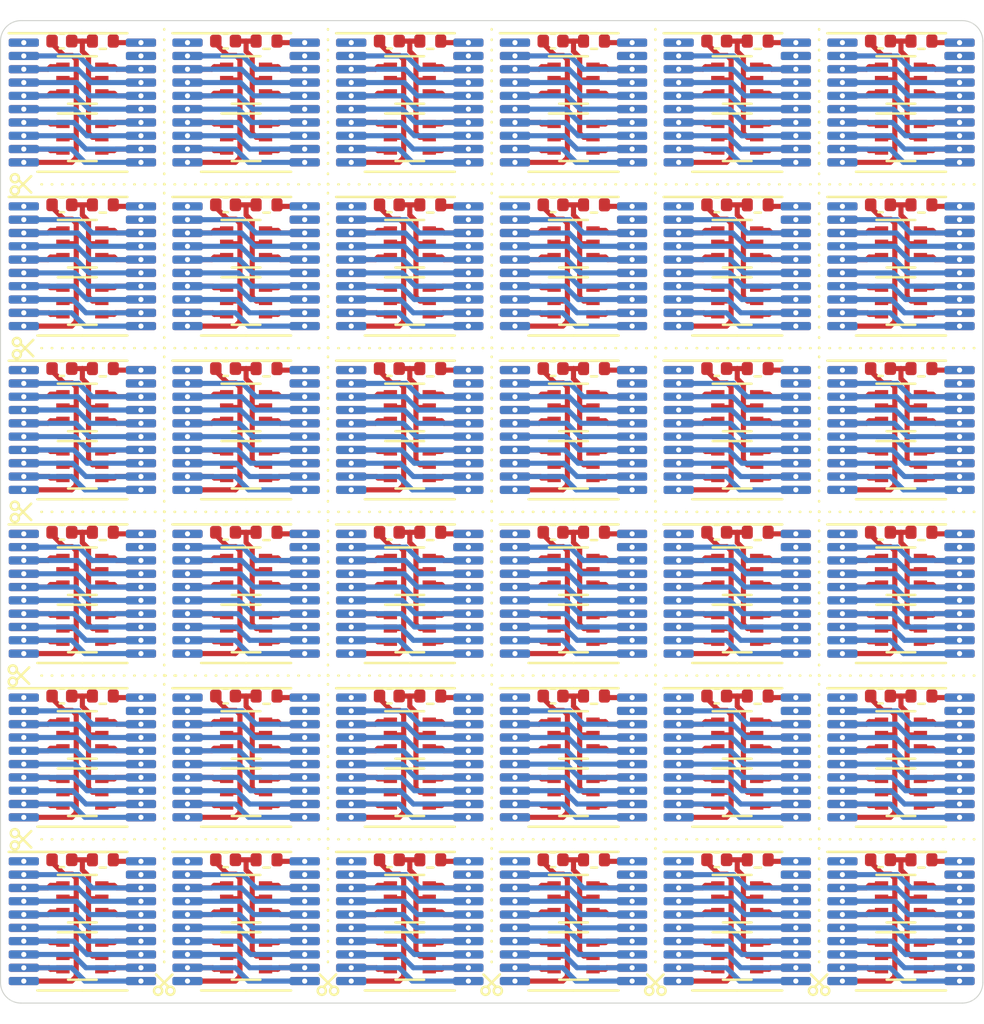
<source format=kicad_pcb>
(kicad_pcb (version 20221232) (generator pcbnew)
  (layers (0 "F.Cu" signal) (31 "B.Cu" signal) (34 "B.Paste" user) (35 "F.Paste" user) (36 "B.SilkS" user "B.Silkscreen") (37 "F.SilkS" user "F.Silkscreen") (38 "B.Mask" user) (39 "F.Mask" user) (44 "Edge.Cuts" user))
  (net 0 "")
  (footprint "Capacitor_SMD:C_0402_1005Metric" (layer "F.Cu") (at 159 127 180)
    (fp_text reference "C1" hide)
    (fp_text value "100n")
  )
  (footprint "Capacitor_SMD:C_0402_1005Metric" (layer "F.Cu") (at 127 111 180)
    (fp_text reference "C1" hide)
    (fp_text value "100n")
  )
  (footprint "Package_TO_SOT_SMD:SOT-363_SC-70-6" (layer "F.Cu") (at 160 88.9)
    (fp_text reference "U1" hide)
    (fp_text value "NUP4202")
  )
  (footprint "Package_SO:TSSOP-20_4.4x6.5mm_P0.65mm" (layer "F.Cu") (at 160 98)
    (fp_text reference "J1" hide)
    (fp_text value "74HC245")
  )
  (footprint "Package_TO_SOT_SMD:SOT-363_SC-70-6" (layer "F.Cu") (at 120 91.7)
    (fp_text reference "U2" hide)
    (fp_text value "NUP4202")
  )
  (footprint "Resistor_SMD:R_0402_1005Metric" (layer "F.Cu") (at 153 127)
    (fp_text reference "R1" hide)
    (fp_text value "0")
  )
  (footprint "Package_TO_SOT_SMD:SOT-363_SC-70-6" (layer "F.Cu") (at 120 99.7)
    (fp_text reference "U2" hide)
    (fp_text value "NUP4202")
  )
  (footprint "Package_TO_SOT_SMD:SOT-363_SC-70-6" (layer "F.Cu") (at 120 96.9)
    (fp_text reference "U1" hide)
    (fp_text value "NUP4202")
  )
  (footprint "Resistor_SMD:R_0402_1005Metric" (layer "F.Cu") (at 145 103)
    (fp_text reference "R1" hide)
    (fp_text value "0")
  )
  (footprint "Package_TO_SOT_SMD:SOT-363_SC-70-6" (layer "F.Cu") (at 152 88.9)
    (fp_text reference "U1" hide)
    (fp_text value "NUP4202")
  )
  (footprint "Package_SO:TSSOP-20_4.4x6.5mm_P0.65mm" (layer "F.Cu") (at 136 106)
    (fp_text reference "J1" hide)
    (fp_text value "74HC245")
  )
  (footprint "Package_TO_SOT_SMD:SOT-363_SC-70-6" (layer "F.Cu") (at 128 88.9)
    (fp_text reference "U1" hide)
    (fp_text value "NUP4202")
  )
  (footprint "Resistor_SMD:R_0402_1005Metric" (layer "F.Cu") (at 145 95)
    (fp_text reference "R1" hide)
    (fp_text value "0")
  )
  (footprint "Capacitor_SMD:C_0402_1005Metric" (layer "F.Cu") (at 159 87 180)
    (fp_text reference "C1" hide)
    (fp_text value "100n")
  )
  (footprint "Package_TO_SOT_SMD:SOT-363_SC-70-6" (layer "F.Cu") (at 120 107.7)
    (fp_text reference "U2" hide)
    (fp_text value "NUP4202")
  )
  (footprint "Package_TO_SOT_SMD:SOT-363_SC-70-6" (layer "F.Cu") (at 128 91.7)
    (fp_text reference "U2" hide)
    (fp_text value "NUP4202")
  )
  (footprint "Package_SO:TSSOP-20_4.4x6.5mm_P0.65mm" (layer "F.Cu") (at 128 122)
    (fp_text reference "J1" hide)
    (fp_text value "74HC245")
  )
  (footprint "Resistor_SMD:R_0402_1005Metric" (layer "F.Cu") (at 161 111)
    (fp_text reference "R1" hide)
    (fp_text value "0")
  )
  (footprint "Capacitor_SMD:C_0402_1005Metric" (layer "F.Cu") (at 135 87 180)
    (fp_text reference "C1" hide)
    (fp_text value "100n")
  )
  (footprint "Package_SO:TSSOP-20_4.4x6.5mm_P0.65mm" (layer "F.Cu") (at 144 130)
    (fp_text reference "J1" hide)
    (fp_text value "74HC245")
  )
  (footprint "Resistor_SMD:R_0402_1005Metric" (layer "F.Cu") (at 129 103)
    (fp_text reference "R1" hide)
    (fp_text value "0")
  )
  (footprint "Package_TO_SOT_SMD:SOT-363_SC-70-6" (layer "F.Cu") (at 152 128.9)
    (fp_text reference "U1" hide)
    (fp_text value "NUP4202")
  )
  (footprint "Package_TO_SOT_SMD:SOT-363_SC-70-6" (layer "F.Cu") (at 120 131.7)
    (fp_text reference "U2" hide)
    (fp_text value "NUP4202")
  )
  (footprint "Resistor_SMD:R_0402_1005Metric" (layer "F.Cu") (at 161 119)
    (fp_text reference "R1" hide)
    (fp_text value "0")
  )
  (footprint "Capacitor_SMD:C_0402_1005Metric" (layer "F.Cu") (at 127 127 180)
    (fp_text reference "C1" hide)
    (fp_text value "100n")
  )
  (footprint "Package_SO:TSSOP-20_4.4x6.5mm_P0.65mm" (layer "F.Cu") (at 160 130)
    (fp_text reference "J1" hide)
    (fp_text value "74HC245")
  )
  (footprint "Package_TO_SOT_SMD:SOT-363_SC-70-6" (layer "F.Cu") (at 152 91.7)
    (fp_text reference "U2" hide)
    (fp_text value "NUP4202")
  )
  (footprint "Capacitor_SMD:C_0402_1005Metric" (layer "F.Cu") (at 143 103 180)
    (fp_text reference "C1" hide)
    (fp_text value "100n")
  )
  (footprint "Package_SO:TSSOP-20_4.4x6.5mm_P0.65mm" (layer "F.Cu") (at 128 90)
    (fp_text reference "J1" hide)
    (fp_text value "74HC245")
  )
  (footprint "Capacitor_SMD:C_0402_1005Metric" (layer "F.Cu") (at 135 103 180)
    (fp_text reference "C1" hide)
    (fp_text value "100n")
  )
  (footprint "Package_SO:TSSOP-20_4.4x6.5mm_P0.65mm" (layer "F.Cu") (at 136 90)
    (fp_text reference "J1" hide)
    (fp_text value "74HC245")
  )
  (footprint "Package_TO_SOT_SMD:SOT-363_SC-70-6" (layer "F.Cu") (at 144 120.9)
    (fp_text reference "U1" hide)
    (fp_text value "NUP4202")
  )
  (footprint "Capacitor_SMD:C_0402_1005Metric" (layer "F.Cu") (at 151 87 180)
    (fp_text reference "C1" hide)
    (fp_text value "100n")
  )
  (footprint "Capacitor_SMD:C_0402_1005Metric" (layer "F.Cu") (at 143 95 180)
    (fp_text reference "C1" hide)
    (fp_text value "100n")
  )
  (footprint "Resistor_SMD:R_0402_1005Metric" (layer "F.Cu") (at 153 119)
    (fp_text reference "R1" hide)
    (fp_text value "0")
  )
  (footprint "Capacitor_SMD:C_0402_1005Metric" (layer "F.Cu") (at 127 119 180)
    (fp_text reference "C1" hide)
    (fp_text value "100n")
  )
  (footprint "Package_TO_SOT_SMD:SOT-363_SC-70-6" (layer "F.Cu") (at 136 123.7)
    (fp_text reference "U2" hide)
    (fp_text value "NUP4202")
  )
  (footprint "Capacitor_SMD:C_0402_1005Metric" (layer "F.Cu") (at 159 103 180)
    (fp_text reference "C1" hide)
    (fp_text value "100n")
  )
  (footprint "Resistor_SMD:R_0402_1005Metric" (layer "F.Cu") (at 161 127)
    (fp_text reference "R1" hide)
    (fp_text value "0")
  )
  (footprint "Capacitor_SMD:C_0402_1005Metric" (layer "F.Cu") (at 159 119 180)
    (fp_text reference "C1" hide)
    (fp_text value "100n")
  )
  (footprint "Capacitor_SMD:C_0402_1005Metric" (layer "F.Cu") (at 127 103 180)
    (fp_text reference "C1" hide)
    (fp_text value "100n")
  )
  (footprint "Package_SO:TSSOP-20_4.4x6.5mm_P0.65mm" (layer "F.Cu") (at 120 114)
    (fp_text reference "J1" hide)
    (fp_text value "74HC245")
  )
  (footprint "Package_SO:TSSOP-20_4.4x6.5mm_P0.65mm" (layer "F.Cu") (at 144 122)
    (fp_text reference "J1" hide)
    (fp_text value "74HC245")
  )
  (footprint "Package_TO_SOT_SMD:SOT-363_SC-70-6" (layer "F.Cu") (at 144 112.9)
    (fp_text reference "U1" hide)
    (fp_text value "NUP4202")
  )
  (footprint "Package_TO_SOT_SMD:SOT-363_SC-70-6" (layer "F.Cu") (at 160 120.9)
    (fp_text reference "U1" hide)
    (fp_text value "NUP4202")
  )
  (footprint "Package_TO_SOT_SMD:SOT-363_SC-70-6" (layer "F.Cu") (at 144 99.7)
    (fp_text reference "U2" hide)
    (fp_text value "NUP4202")
  )
  (footprint "Package_TO_SOT_SMD:SOT-363_SC-70-6" (layer "F.Cu") (at 120 120.9)
    (fp_text reference "U1" hide)
    (fp_text value "NUP4202")
  )
  (footprint "Package_TO_SOT_SMD:SOT-363_SC-70-6" (layer "F.Cu") (at 120 88.9)
    (fp_text reference "U1" hide)
    (fp_text value "NUP4202")
  )
  (footprint "Package_TO_SOT_SMD:SOT-363_SC-70-6" (layer "F.Cu") (at 160 115.7)
    (fp_text reference "U2" hide)
    (fp_text value "NUP4202")
  )
  (footprint "Package_TO_SOT_SMD:SOT-363_SC-70-6" (layer "F.Cu") (at 136 88.9)
    (fp_text reference "U1" hide)
    (fp_text value "NUP4202")
  )
  (footprint "Resistor_SMD:R_0402_1005Metric" (layer "F.Cu") (at 137 127)
    (fp_text reference "R1" hide)
    (fp_text value "0")
  )
  (footprint "Resistor_SMD:R_0402_1005Metric" (layer "F.Cu") (at 153 111)
    (fp_text reference "R1" hide)
    (fp_text value "0")
  )
  (footprint "Package_TO_SOT_SMD:SOT-363_SC-70-6" (layer "F.Cu") (at 120 104.9)
    (fp_text reference "U1" hide)
    (fp_text value "NUP4202")
  )
  (footprint "Package_TO_SOT_SMD:SOT-363_SC-70-6" (layer "F.Cu") (at 160 96.9)
    (fp_text reference "U1" hide)
    (fp_text value "NUP4202")
  )
  (footprint "Capacitor_SMD:C_0402_1005Metric" (layer "F.Cu") (at 151 127 180)
    (fp_text reference "C1" hide)
    (fp_text value "100n")
  )
  (footprint "Package_TO_SOT_SMD:SOT-363_SC-70-6" (layer "F.Cu") (at 144 128.9)
    (fp_text reference "U1" hide)
    (fp_text value "NUP4202")
  )
  (footprint "Package_SO:TSSOP-20_4.4x6.5mm_P0.65mm" (layer "F.Cu") (at 120 90)
    (fp_text reference "J1" hide)
    (fp_text value "74HC245")
  )
  (footprint "Package_SO:TSSOP-20_4.4x6.5mm_P0.65mm" (layer "F.Cu") (at 144 114)
    (fp_text reference "J1" hide)
    (fp_text value "74HC245")
  )
  (footprint "Package_TO_SOT_SMD:SOT-363_SC-70-6" (layer "F.Cu") (at 152 107.7)
    (fp_text reference "U2" hide)
    (fp_text value "NUP4202")
  )
  (footprint "Capacitor_SMD:C_0402_1005Metric" (layer "F.Cu") (at 127 95 180)
    (fp_text reference "C1" hide)
    (fp_text value "100n")
  )
  (footprint "Capacitor_SMD:C_0402_1005Metric" (layer "F.Cu") (at 159 111 180)
    (fp_text reference "C1" hide)
    (fp_text value "100n")
  )
  (footprint "Capacitor_SMD:C_0402_1005Metric" (layer "F.Cu") (at 119 87 180)
    (fp_text reference "C1" hide)
    (fp_text value "100n")
  )
  (footprint "Package_SO:TSSOP-20_4.4x6.5mm_P0.65mm" (layer "F.Cu") (at 120 106)
    (fp_text reference "J1" hide)
    (fp_text value "74HC245")
  )
  (footprint "Package_TO_SOT_SMD:SOT-363_SC-70-6" (layer "F.Cu") (at 144 107.7)
    (fp_text reference "U2" hide)
    (fp_text value "NUP4202")
  )
  (footprint "Package_TO_SOT_SMD:SOT-363_SC-70-6" (layer "F.Cu") (at 128 96.9)
    (fp_text reference "U1" hide)
    (fp_text value "NUP4202")
  )
  (footprint "Package_SO:TSSOP-20_4.4x6.5mm_P0.65mm" (layer "F.Cu") (at 152 98)
    (fp_text reference "J1" hide)
    (fp_text value "74HC245")
  )
  (footprint "Package_SO:TSSOP-20_4.4x6.5mm_P0.65mm" (layer "F.Cu") (at 144 106)
    (fp_text reference "J1" hide)
    (fp_text value "74HC245")
  )
  (footprint "Package_TO_SOT_SMD:SOT-363_SC-70-6" (layer "F.Cu") (at 128 123.7)
    (fp_text reference "U2" hide)
    (fp_text value "NUP4202")
  )
  (footprint "Resistor_SMD:R_0402_1005Metric" (layer "F.Cu") (at 129 119)
    (fp_text reference "R1" hide)
    (fp_text value "0")
  )
  (footprint "Resistor_SMD:R_0402_1005Metric" (layer "F.Cu") (at 137 95)
    (fp_text reference "R1" hide)
    (fp_text value "0")
  )
  (footprint "Resistor_SMD:R_0402_1005Metric" (layer "F.Cu") (at 129 87)
    (fp_text reference "R1" hide)
    (fp_text value "0")
  )
  (footprint "Package_TO_SOT_SMD:SOT-363_SC-70-6" (layer "F.Cu") (at 136 120.9)
    (fp_text reference "U1" hide)
    (fp_text value "NUP4202")
  )
  (footprint "Package_SO:TSSOP-20_4.4x6.5mm_P0.65mm" (layer "F.Cu") (at 160 114)
    (fp_text reference "J1" hide)
    (fp_text value "74HC245")
  )
  (footprint "Resistor_SMD:R_0402_1005Metric" (layer "F.Cu") (at 153 95)
    (fp_text reference "R1" hide)
    (fp_text value "0")
  )
  (footprint "Resistor_SMD:R_0402_1005Metric" (layer "F.Cu") (at 121 127)
    (fp_text reference "R1" hide)
    (fp_text value "0")
  )
  (footprint "Package_SO:TSSOP-20_4.4x6.5mm_P0.65mm" (layer "F.Cu") (at 128 98)
    (fp_text reference "J1" hide)
    (fp_text value "74HC245")
  )
  (footprint "Package_TO_SOT_SMD:SOT-363_SC-70-6" (layer "F.Cu") (at 128 120.9)
    (fp_text reference "U1" hide)
    (fp_text value "NUP4202")
  )
  (footprint "Package_SO:TSSOP-20_4.4x6.5mm_P0.65mm" (layer "F.Cu") (at 160 90)
    (fp_text reference "J1" hide)
    (fp_text value "74HC245")
  )
  (footprint "Package_TO_SOT_SMD:SOT-363_SC-70-6" (layer "F.Cu") (at 144 123.7)
    (fp_text reference "U2" hide)
    (fp_text value "NUP4202")
  )
  (footprint "Resistor_SMD:R_0402_1005Metric" (layer "F.Cu") (at 137 103)
    (fp_text reference "R1" hide)
    (fp_text value "0")
  )
  (footprint "Resistor_SMD:R_0402_1005Metric" (layer "F.Cu") (at 145 87)
    (fp_text reference "R1" hide)
    (fp_text value "0")
  )
  (footprint "Package_TO_SOT_SMD:SOT-363_SC-70-6" (layer "F.Cu") (at 128 107.7)
    (fp_text reference "U2" hide)
    (fp_text value "NUP4202")
  )
  (footprint "Package_TO_SOT_SMD:SOT-363_SC-70-6" (layer "F.Cu") (at 152 104.9)
    (fp_text reference "U1" hide)
    (fp_text value "NUP4202")
  )
  (footprint "Package_TO_SOT_SMD:SOT-363_SC-70-6" (layer "F.Cu") (at 136 99.7)
    (fp_text reference "U2" hide)
    (fp_text value "NUP4202")
  )
  (footprint "Package_SO:TSSOP-20_4.4x6.5mm_P0.65mm" (layer "F.Cu") (at 144 98)
    (fp_text reference "J1" hide)
    (fp_text value "74HC245")
  )
  (footprint "Package_TO_SOT_SMD:SOT-363_SC-70-6" (layer "F.Cu") (at 136 96.9)
    (fp_text reference "U1" hide)
    (fp_text value "NUP4202")
  )
  (footprint "Capacitor_SMD:C_0402_1005Metric" (layer "F.Cu") (at 135 127 180)
    (fp_text reference "C1" hide)
    (fp_text value "100n")
  )
  (footprint "Package_TO_SOT_SMD:SOT-363_SC-70-6" (layer "F.Cu") (at 160 99.7)
    (fp_text reference "U2" hide)
    (fp_text value "NUP4202")
  )
  (footprint "Resistor_SMD:R_0402_1005Metric" (layer "F.Cu") (at 137 119)
    (fp_text reference "R1" hide)
    (fp_text value "0")
  )
  (footprint "Capacitor_SMD:C_0402_1005Metric" (layer "F.Cu") (at 135 119 180)
    (fp_text reference "C1" hide)
    (fp_text value "100n")
  )
  (footprint "Capacitor_SMD:C_0402_1005Metric" (layer "F.Cu") (at 143 119 180)
    (fp_text reference "C1" hide)
    (fp_text value "100n")
  )
  (footprint "Package_TO_SOT_SMD:SOT-363_SC-70-6" (layer "F.Cu") (at 144 115.7)
    (fp_text reference "U2" hide)
    (fp_text value "NUP4202")
  )
  (footprint "Capacitor_SMD:C_0402_1005Metric" (layer "F.Cu") (at 119 119 180)
    (fp_text reference "C1" hide)
    (fp_text value "100n")
  )
  (footprint "Capacitor_SMD:C_0402_1005Metric" (layer "F.Cu") (at 119 111 180)
    (fp_text reference "C1" hide)
    (fp_text value "100n")
  )
  (footprint "Package_TO_SOT_SMD:SOT-363_SC-70-6" (layer "F.Cu") (at 152 120.9)
    (fp_text reference "U1" hide)
    (fp_text value "NUP4202")
  )
  (footprint "Resistor_SMD:R_0402_1005Metric" (layer "F.Cu") (at 121 103)
    (fp_text reference "R1" hide)
    (fp_text value "0")
  )
  (footprint "Resistor_SMD:R_0402_1005Metric" (layer "F.Cu") (at 129 95)
    (fp_text reference "R1" hide)
    (fp_text value "0")
  )
  (footprint "Resistor_SMD:R_0402_1005Metric" (layer "F.Cu") (at 161 87)
    (fp_text reference "R1" hide)
    (fp_text value "0")
  )
  (footprint "Package_SO:TSSOP-20_4.4x6.5mm_P0.65mm" (layer "F.Cu") (at 152 114)
    (fp_text reference "J1" hide)
    (fp_text value "74HC245")
  )
  (footprint "Package_TO_SOT_SMD:SOT-363_SC-70-6" (layer "F.Cu") (at 136 104.9)
    (fp_text reference "U1" hide)
    (fp_text value "NUP4202")
  )
  (footprint "Capacitor_SMD:C_0402_1005Metric" (layer "F.Cu") (at 135 111 180)
    (fp_text reference "C1" hide)
    (fp_text value "100n")
  )
  (footprint "Capacitor_SMD:C_0402_1005Metric" (layer "F.Cu") (at 159 95 180)
    (fp_text reference "C1" hide)
    (fp_text value "100n")
  )
  (footprint "Resistor_SMD:R_0402_1005Metric" (layer "F.Cu") (at 153 103)
    (fp_text reference "R1" hide)
    (fp_text value "0")
  )
  (footprint "Package_TO_SOT_SMD:SOT-363_SC-70-6" (layer "F.Cu") (at 120 112.9)
    (fp_text reference "U1" hide)
    (fp_text value "NUP4202")
  )
  (footprint "Package_SO:TSSOP-20_4.4x6.5mm_P0.65mm" (layer "F.Cu") (at 136 130)
    (fp_text reference "J1" hide)
    (fp_text value "74HC245")
  )
  (footprint "Resistor_SMD:R_0402_1005Metric" (layer "F.Cu") (at 153 87)
    (fp_text reference "R1" hide)
    (fp_text value "0")
  )
  (footprint "Capacitor_SMD:C_0402_1005Metric" (layer "F.Cu") (at 135 95 180)
    (fp_text reference "C1" hide)
    (fp_text value "100n")
  )
  (footprint "Package_TO_SOT_SMD:SOT-363_SC-70-6" (layer "F.Cu") (at 136 112.9)
    (fp_text reference "U1" hide)
    (fp_text value "NUP4202")
  )
  (footprint "Package_TO_SOT_SMD:SOT-363_SC-70-6" (layer "F.Cu") (at 144 104.9)
    (fp_text reference "U1" hide)
    (fp_text value "NUP4202")
  )
  (footprint "Resistor_SMD:R_0402_1005Metric" (layer "F.Cu") (at 145 111)
    (fp_text reference "R1" hide)
    (fp_text value "0")
  )
  (footprint "Package_TO_SOT_SMD:SOT-363_SC-70-6" (layer "F.Cu") (at 160 128.9)
    (fp_text reference "U1" hide)
    (fp_text value "NUP4202")
  )
  (footprint "Package_TO_SOT_SMD:SOT-363_SC-70-6" (layer "F.Cu") (at 160 107.7)
    (fp_text reference "U2" hide)
    (fp_text value "NUP4202")
  )
  (footprint "Package_TO_SOT_SMD:SOT-363_SC-70-6" (layer "F.Cu") (at 136 131.7)
    (fp_text reference "U2" hide)
    (fp_text value "NUP4202")
  )
  (footprint "Capacitor_SMD:C_0402_1005Metric" (layer "F.Cu") (at 119 103 180)
    (fp_text reference "C1" hide)
    (fp_text value "100n")
  )
  (footprint "Package_SO:TSSOP-20_4.4x6.5mm_P0.65mm" (layer "F.Cu") (at 160 122)
    (fp_text reference "J1" hide)
    (fp_text value "74HC245")
  )
  (footprint "Package_SO:TSSOP-20_4.4x6.5mm_P0.65mm" (layer "F.Cu") (at 152 90)
    (fp_text reference "J1" hide)
    (fp_text value "74HC245")
  )
  (footprint "Package_TO_SOT_SMD:SOT-363_SC-70-6" (layer "F.Cu") (at 144 96.9)
    (fp_text reference "U1" hide)
    (fp_text value "NUP4202")
  )
  (footprint "Package_TO_SOT_SMD:SOT-363_SC-70-6" (layer "F.Cu") (at 120 128.9)
    (fp_text reference "U1" hide)
    (fp_text value "NUP4202")
  )
  (footprint "Capacitor_SMD:C_0402_1005Metric" (layer "F.Cu") (at 143 111 180)
    (fp_text reference "C1" hide)
    (fp_text value "100n")
  )
  (footprint "Package_TO_SOT_SMD:SOT-363_SC-70-6" (layer "F.Cu") (at 136 115.7)
    (fp_text reference "U2" hide)
    (fp_text value "NUP4202")
  )
  (footprint "Package_SO:TSSOP-20_4.4x6.5mm_P0.65mm" (layer "F.Cu") (at 136 122)
    (fp_text reference "J1" hide)
    (fp_text value "74HC245")
  )
  (footprint "Capacitor_SMD:C_0402_1005Metric" (layer "F.Cu") (at 143 127 180)
    (fp_text reference "C1" hide)
    (fp_text value "100n")
  )
  (footprint "Package_SO:TSSOP-20_4.4x6.5mm_P0.65mm" (layer "F.Cu") (at 120 122)
    (fp_text reference "J1" hide)
    (fp_text value "74HC245")
  )
  (footprint "Package_SO:TSSOP-20_4.4x6.5mm_P0.65mm" (layer "F.Cu") (at 152 122)
    (fp_text reference "J1" hide)
    (fp_text value "74HC245")
  )
  (footprint "Package_SO:TSSOP-20_4.4x6.5mm_P0.65mm" (layer "F.Cu") (at 136 114)
    (fp_text reference "J1" hide)
    (fp_text value "74HC245")
  )
  (footprint "Package_TO_SOT_SMD:SOT-363_SC-70-6" (layer "F.Cu") (at 160 131.7)
    (fp_text reference "U2" hide)
    (fp_text value "NUP4202")
  )
  (footprint "Package_TO_SOT_SMD:SOT-363_SC-70-6" (layer "F.Cu") (at 128 115.7)
    (fp_text reference "U2" hide)
    (fp_text value "NUP4202")
  )
  (footprint "Resistor_SMD:R_0402_1005Metric" (layer "F.Cu") (at 129 111)
    (fp_text reference "R1" hide)
    (fp_text value "0")
  )
  (footprint "Capacitor_SMD:C_0402_1005Metric" (layer "F.Cu") (at 151 95 180)
    (fp_text reference "C1" hide)
    (fp_text value "100n")
  )
  (footprint "Resistor_SMD:R_0402_1005Metric" (layer "F.Cu") (at 121 87)
    (fp_text reference "R1" hide)
    (fp_text value "0")
  )
  (footprint "Package_TO_SOT_SMD:SOT-363_SC-70-6" (layer "F.Cu") (at 136 128.9)
    (fp_text reference "U1" hide)
    (fp_text value "NUP4202")
  )
  (footprint "Resistor_SMD:R_0402_1005Metric" (layer "F.Cu") (at 121 95)
    (fp_text reference "R1" hide)
    (fp_text value "0")
  )
  (footprint "Package_SO:TSSOP-20_4.4x6.5mm_P0.65mm" (layer "F.Cu") (at 144 90)
    (fp_text reference "J1" hide)
    (fp_text value "74HC245")
  )
  (footprint "Package_TO_SOT_SMD:SOT-363_SC-70-6" (layer "F.Cu") (at 160 104.9)
    (fp_text reference "U1" hide)
    (fp_text value "NUP4202")
  )
  (footprint "Package_TO_SOT_SMD:SOT-363_SC-70-6" (layer "F.Cu") (at 152 99.7)
    (fp_text reference "U2" hide)
    (fp_text value "NUP4202")
  )
  (footprint "Resistor_SMD:R_0402_1005Metric" (layer "F.Cu") (at 137 111)
    (fp_text reference "R1" hide)
    (fp_text value "0")
  )
  (footprint "Package_TO_SOT_SMD:SOT-363_SC-70-6" (layer "F.Cu") (at 144 131.7)
    (fp_text reference "U2" hide)
    (fp_text value "NUP4202")
  )
  (footprint "Package_TO_SOT_SMD:SOT-363_SC-70-6" (layer "F.Cu") (at 128 112.9)
    (fp_text reference "U1" hide)
    (fp_text value "NUP4202")
  )
  (footprint "Package_SO:TSSOP-20_4.4x6.5mm_P0.65mm" (layer "F.Cu") (at 128 114)
    (fp_text reference "J1" hide)
    (fp_text value "74HC245")
  )
  (footprint "Resistor_SMD:R_0402_1005Metric" (layer "F.Cu") (at 129 127)
    (fp_text reference "R1" hide)
    (fp_text value "0")
  )
  (footprint "Package_TO_SOT_SMD:SOT-363_SC-70-6" (layer "F.Cu") (at 128 99.7)
    (fp_text reference "U2" hide)
    (fp_text value "NUP4202")
  )
  (footprint "Package_SO:TSSOP-20_4.4x6.5mm_P0.65mm" (layer "F.Cu") (at 120 98)
    (fp_text reference "J1" hide)
    (fp_text value "74HC245")
  )
  (footprint "Package_SO:TSSOP-20_4.4x6.5mm_P0.65mm" (layer "F.Cu") (at 120 130)
    (fp_text reference "J1" hide)
    (fp_text value "74HC245")
  )
  (footprint "Package_TO_SOT_SMD:SOT-363_SC-70-6" (layer "F.Cu") (at 136 91.7)
    (fp_text reference "U2" hide)
    (fp_text value "NUP4202")
  )
  (footprint "Package_SO:TSSOP-20_4.4x6.5mm_P0.65mm" (layer "F.Cu") (at 136 98)
    (fp_text reference "J1" hide)
    (fp_text value "74HC245")
  )
  (footprint "Resistor_SMD:R_0402_1005Metric" (layer "F.Cu") (at 161 95)
    (fp_text reference "R1" hide)
    (fp_text value "0")
  )
  (footprint "Package_TO_SOT_SMD:SOT-363_SC-70-6" (layer "F.Cu") (at 160 91.7)
    (fp_text reference "U2" hide)
    (fp_text value "NUP4202")
  )
  (footprint "Package_TO_SOT_SMD:SOT-363_SC-70-6" (layer "F.Cu") (at 144 88.9)
    (fp_text reference "U1" hide)
    (fp_text value "NUP4202")
  )
  (footprint "Package_TO_SOT_SMD:SOT-363_SC-70-6" (layer "F.Cu") (at 152 112.9)
    (fp_text reference "U1" hide)
    (fp_text value "NUP4202")
  )
  (footprint "Package_TO_SOT_SMD:SOT-363_SC-70-6" (layer "F.Cu") (at 160 123.7)
    (fp_text reference "U2" hide)
    (fp_text value "NUP4202")
  )
  (footprint "Package_TO_SOT_SMD:SOT-363_SC-70-6" (layer "F.Cu") (at 152 131.7)
    (fp_text reference "U2" hide)
    (fp_text value "NUP4202")
  )
  (footprint "Package_TO_SOT_SMD:SOT-363_SC-70-6" (layer "F.Cu") (at 120 115.7)
    (fp_text reference "U2" hide)
    (fp_text value "NUP4202")
  )
  (footprint "Package_TO_SOT_SMD:SOT-363_SC-70-6" (layer "F.Cu") (at 152 123.7)
    (fp_text reference "U2" hide)
    (fp_text value "NUP4202")
  )
  (footprint "Capacitor_SMD:C_0402_1005Metric" (layer "F.Cu") (at 119 127 180)
    (fp_text reference "C1" hide)
    (fp_text value "100n")
  )
  (footprint "Resistor_SMD:R_0402_1005Metric" (layer "F.Cu") (at 121 111)
    (fp_text reference "R1" hide)
    (fp_text value "0")
  )
  (footprint "Resistor_SMD:R_0402_1005Metric" (layer "F.Cu") (at 145 127)
    (fp_text reference "R1" hide)
    (fp_text value "0")
  )
  (footprint "Capacitor_SMD:C_0402_1005Metric" (layer "F.Cu") (at 119 95 180)
    (fp_text reference "C1" hide)
    (fp_text value "100n")
  )
  (footprint "Package_TO_SOT_SMD:SOT-363_SC-70-6" (layer "F.Cu") (at 144 91.7)
    (fp_text reference "U2" hide)
    (fp_text value "NUP4202")
  )
  (footprint "Package_SO:TSSOP-20_4.4x6.5mm_P0.65mm" (layer "F.Cu") (at 160 106)
    (fp_text reference "J1" hide)
    (fp_text value "74HC245")
  )
  (footprint "Package_TO_SOT_SMD:SOT-363_SC-70-6" (layer "F.Cu") (at 136 107.7)
    (fp_text reference "U2" hide)
    (fp_text value "NUP4202")
  )
  (footprint "Resistor_SMD:R_0402_1005Metric" (layer "F.Cu") (at 121 119)
    (fp_text reference "R1" hide)
    (fp_text value "0")
  )
  (footprint "Capacitor_SMD:C_0402_1005Metric" (layer "F.Cu") (at 143 87 180)
    (fp_text reference "C1" hide)
    (fp_text value "100n")
  )
  (footprint "Package_SO:TSSOP-20_4.4x6.5mm_P0.65mm" (layer "F.Cu") (at 128 130)
    (fp_text reference "J1" hide)
    (fp_text value "74HC245")
  )
  (footprint "Capacitor_SMD:C_0402_1005Metric" (layer "F.Cu") (at 151 111 180)
    (fp_text reference "C1" hide)
    (fp_text value "100n")
  )
  (footprint "Package_TO_SOT_SMD:SOT-363_SC-70-6" (layer "F.Cu") (at 152 96.9)
    (fp_text reference "U1" hide)
    (fp_text value "NUP4202")
  )
  (footprint "Capacitor_SMD:C_0402_1005Metric" (layer "F.Cu") (at 127 87 180)
    (fp_text reference "C1" hide)
    (fp_text value "100n")
  )
  (footprint "Resistor_SMD:R_0402_1005Metric" (layer "F.Cu") (at 161 103)
    (fp_text reference "R1" hide)
    (fp_text value "0")
  )
  (footprint "Package_TO_SOT_SMD:SOT-363_SC-70-6" (layer "F.Cu") (at 160 112.9)
    (fp_text reference "U1" hide)
    (fp_text value "NUP4202")
  )
  (footprint "Capacitor_SMD:C_0402_1005Metric" (layer "F.Cu") (at 151 119 180)
    (fp_text reference "C1" hide)
    (fp_text value "100n")
  )
  (footprint "Capacitor_SMD:C_0402_1005Metric" (layer "F.Cu") (at 151 103 180)
    (fp_text reference "C1" hide)
    (fp_text value "100n")
  )
  (footprint "Resistor_SMD:R_0402_1005Metric" (layer "F.Cu") (at 145 119)
    (fp_text reference "R1" hide)
    (fp_text value "0")
  )
  (footprint "Package_SO:TSSOP-20_4.4x6.5mm_P0.65mm" (layer "F.Cu") (at 152 106)
    (fp_text reference "J1" hide)
    (fp_text value "74HC245")
  )
  (footprint "Package_TO_SOT_SMD:SOT-363_SC-70-6" (layer "F.Cu") (at 128 128.9)
    (fp_text reference "U1" hide)
    (fp_text value "NUP4202")
  )
  (footprint "Package_TO_SOT_SMD:SOT-363_SC-70-6" (layer "F.Cu") (at 128 104.9)
    (fp_text reference "U1" hide)
    (fp_text value "NUP4202")
  )
  (footprint "Package_TO_SOT_SMD:SOT-363_SC-70-6" (layer "F.Cu") (at 128 131.7)
    (fp_text reference "U2" hide)
    (fp_text value "NUP4202")
  )
  (footprint "Package_TO_SOT_SMD:SOT-363_SC-70-6" (layer "F.Cu") (at 152 115.7)
    (fp_text reference "U2" hide)
    (fp_text value "NUP4202")
  )
  (footprint "Package_TO_SOT_SMD:SOT-363_SC-70-6" (layer "F.Cu") (at 120 123.7)
    (fp_text reference "U2" hide)
    (fp_text value "NUP4202")
  )
  (footprint "Package_SO:TSSOP-20_4.4x6.5mm_P0.65mm" (layer "F.Cu") (at 152 130)
    (fp_text reference "J1" hide)
    (fp_text value "74HC245")
  )
  (footprint "Package_SO:TSSOP-20_4.4x6.5mm_P0.65mm" (layer "F.Cu") (at 128 106)
    (fp_text reference "J1" hide)
    (fp_text value "74HC245")
  )
  (footprint "Resistor_SMD:R_0402_1005Metric" (layer "F.Cu") (at 137 87)
    (fp_text reference "R1" hide)
    (fp_text value "0")
  )
  (gr_line (start 124 126) (end 124 118) (stroke (width 0.12) (type dot)) (layer "F.SilkS"))
  (gr_line (start 132 102) (end 132 94) (stroke (width 0.12) (type dot)) (layer "F.SilkS"))
  (gr_line (start 132 94) (end 140 94) (stroke (width 0.12) (type dot)) (layer "F.SilkS"))
  (gr_line (start 116.9 110.2) (end 117.5 109.6) (stroke (width 0.12)) (layer "F.SilkS"))
  (gr_line (start 116.9 93.8) (end 117.5 94.4) (stroke (width 0.12)) (layer "F.SilkS"))
  (gr_line (start 156 110) (end 156 102) (stroke (width 0.12) (type dot)) (layer "F.SilkS"))
  (gr_line (start 140 94) (end 140 86) (stroke (width 0.12) (type dot)) (layer "F.SilkS"))
  (gr_line (start 156 118) (end 164 118) (stroke (width 0.12) (type dot)) (layer "F.SilkS"))
  (gr_line (start 140 118) (end 140 110) (stroke (width 0.12) (type dot)) (layer "F.SilkS"))
  (gr_arc (start 116.9 93.7) (mid 116.5 93.7) (end 116.9 93.7) (stroke (width 0.12)) (layer "F.SilkS"))
  (gr_line (start 140 126) (end 140 118) (stroke (width 0.12) (type dot)) (layer "F.SilkS"))
  (gr_arc (start 116.9 126.3) (mid 116.5 126.3) (end 116.9 126.3) (stroke (width 0.12)) (layer "F.SilkS"))
  (gr_arc (start 140.3 133.2) (mid 140.3 133.6) (end 140.3 133.2) (stroke (width 0.12)) (layer "F.SilkS"))
  (gr_arc (start 131.7 133.2) (mid 131.7 133.6) (end 131.7 133.2) (stroke (width 0.12)) (layer "F.SilkS"))
  (gr_arc (start 123.7 133.2) (mid 123.7 133.6) (end 123.7 133.2) (stroke (width 0.12)) (layer "F.SilkS"))
  (gr_line (start 148.2 133.2) (end 147.6 132.6) (stroke (width 0.12)) (layer "F.SilkS"))
  (gr_line (start 116.8 118.2) (end 117.4 117.6) (stroke (width 0.12)) (layer "F.SilkS"))
  (gr_line (start 116.9 126.2) (end 117.5 125.6) (stroke (width 0.12)) (layer "F.SilkS"))
  (gr_line (start 156 126) (end 164 126) (stroke (width 0.12) (type dot)) (layer "F.SilkS"))
  (gr_line (start 147.8 133.2) (end 148.4 132.6) (stroke (width 0.12)) (layer "F.SilkS"))
  (gr_line (start 124 102) (end 132 102) (stroke (width 0.12) (type dot)) (layer "F.SilkS"))
  (gr_line (start 140 94) (end 148 94) (stroke (width 0.12) (type dot)) (layer "F.SilkS"))
  (gr_arc (start 117 101.7) (mid 116.6 101.7) (end 117 101.7) (stroke (width 0.12)) (layer "F.SilkS"))
  (gr_line (start 140 110) (end 140 102) (stroke (width 0.12) (type dot)) (layer "F.SilkS"))
  (gr_line (start 124 118) (end 132 118) (stroke (width 0.12) (type dot)) (layer "F.SilkS"))
  (gr_line (start 123.8 133.2) (end 124.4 132.6) (stroke (width 0.12)) (layer "F.SilkS"))
  (gr_line (start 132 118) (end 132 110) (stroke (width 0.12) (type dot)) (layer "F.SilkS"))
  (gr_line (start 132.2 133.2) (end 131.6 132.6) (stroke (width 0.12)) (layer "F.SilkS"))
  (gr_line (start 132 110) (end 140 110) (stroke (width 0.12) (type dot)) (layer "F.SilkS"))
  (gr_line (start 156.2 133.2) (end 155.6 132.6) (stroke (width 0.12)) (layer "F.SilkS"))
  (gr_arc (start 132.3 133.2) (mid 132.3 133.6) (end 132.3 133.2) (stroke (width 0.12)) (layer "F.SilkS"))
  (gr_line (start 132 110) (end 132 102) (stroke (width 0.12) (type dot)) (layer "F.SilkS"))
  (gr_line (start 156 94) (end 156 86) (stroke (width 0.12) (type dot)) (layer "F.SilkS"))
  (gr_line (start 156 102) (end 156 94) (stroke (width 0.12) (type dot)) (layer "F.SilkS"))
  (gr_line (start 140 102) (end 148 102) (stroke (width 0.12) (type dot)) (layer "F.SilkS"))
  (gr_line (start 124 102) (end 124 94) (stroke (width 0.12) (type dot)) (layer "F.SilkS"))
  (gr_line (start 148 118) (end 148 110) (stroke (width 0.12) (type dot)) (layer "F.SilkS"))
  (gr_line (start 156 126) (end 156 118) (stroke (width 0.12) (type dot)) (layer "F.SilkS"))
  (gr_line (start 118 110) (end 124 110) (stroke (width 0.12) (type dot)) (layer "F.SilkS"))
  (gr_arc (start 156.3 133.2) (mid 156.3 133.6) (end 156.3 133.2) (stroke (width 0.12)) (layer "F.SilkS"))
  (gr_arc (start 116.9 94.3) (mid 116.5 94.3) (end 116.9 94.3) (stroke (width 0.12)) (layer "F.SilkS"))
  (gr_line (start 124 110) (end 124 102) (stroke (width 0.12) (type dot)) (layer "F.SilkS"))
  (gr_line (start 156 110) (end 164 110) (stroke (width 0.12) (type dot)) (layer "F.SilkS"))
  (gr_line (start 116.9 94.2) (end 117.5 93.6) (stroke (width 0.12)) (layer "F.SilkS"))
  (gr_arc (start 124.3 133.2) (mid 124.3 133.6) (end 124.3 133.2) (stroke (width 0.12)) (layer "F.SilkS"))
  (gr_line (start 148 118) (end 156 118) (stroke (width 0.12) (type dot)) (layer "F.SilkS"))
  (gr_line (start 118 118) (end 125 118) (stroke (width 0.12) (type dot)) (layer "F.SilkS"))
  (gr_line (start 132 102) (end 140 102) (stroke (width 0.12) (type dot)) (layer "F.SilkS"))
  (gr_line (start 156 94) (end 164 94) (stroke (width 0.12) (type dot)) (layer "F.SilkS"))
  (gr_line (start 148 110) (end 148 102) (stroke (width 0.12) (type dot)) (layer "F.SilkS"))
  (gr_arc (start 116.8 117.7) (mid 116.4 117.7) (end 116.8 117.7) (stroke (width 0.12)) (layer "F.SilkS"))
  (gr_line (start 140.2 133.2) (end 139.6 132.6) (stroke (width 0.12)) (layer "F.SilkS"))
  (gr_arc (start 139.7 133.2) (mid 139.7 133.6) (end 139.7 133.2) (stroke (width 0.12)) (layer "F.SilkS"))
  (gr_line (start 132 126) (end 140 126) (stroke (width 0.12) (type dot)) (layer "F.SilkS"))
  (gr_line (start 156 132) (end 156 126) (stroke (width 0.12) (type dot)) (layer "F.SilkS"))
  (gr_arc (start 117 102.3) (mid 116.6 102.3) (end 117 102.3) (stroke (width 0.12)) (layer "F.SilkS"))
  (gr_line (start 131.8 133.2) (end 132.4 132.6) (stroke (width 0.12)) (layer "F.SilkS"))
  (gr_line (start 148 110) (end 156 110) (stroke (width 0.12) (type dot)) (layer "F.SilkS"))
  (gr_line (start 148 102) (end 148 94) (stroke (width 0.12) (type dot)) (layer "F.SilkS"))
  (gr_arc (start 116.9 110.3) (mid 116.5 110.3) (end 116.9 110.3) (stroke (width 0.12)) (layer "F.SilkS"))
  (gr_line (start 124 94) (end 132 94) (stroke (width 0.12) (type dot)) (layer "F.SilkS"))
  (gr_line (start 148 94) (end 148 86) (stroke (width 0.12) (type dot)) (layer "F.SilkS"))
  (gr_line (start 140 102) (end 140 94) (stroke (width 0.12) (type dot)) (layer "F.SilkS"))
  (gr_line (start 124 110) (end 132 110) (stroke (width 0.12) (type dot)) (layer "F.SilkS"))
  (gr_line (start 156 102) (end 164 102) (stroke (width 0.12) (type dot)) (layer "F.SilkS"))
  (gr_line (start 140 132) (end 140 126) (stroke (width 0.12) (type dot)) (layer "F.SilkS"))
  (gr_arc (start 147.7 133.2) (mid 147.7 133.6) (end 147.7 133.2) (stroke (width 0.12)) (layer "F.SilkS"))
  (gr_line (start 148 94) (end 156 94) (stroke (width 0.12) (type dot)) (layer "F.SilkS"))
  (gr_line (start 124 132) (end 124 126) (stroke (width 0.12) (type dot)) (layer "F.SilkS"))
  (gr_arc (start 116.9 109.7) (mid 116.5 109.7) (end 116.9 109.7) (stroke (width 0.12)) (layer "F.SilkS"))
  (gr_line (start 118 126) (end 124 126) (stroke (width 0.12) (type dot)) (layer "F.SilkS"))
  (gr_line (start 140 118) (end 148 118) (stroke (width 0.12) (type dot)) (layer "F.SilkS"))
  (gr_line (start 140 126) (end 148 126) (stroke (width 0.12) (type dot)) (layer "F.SilkS"))
  (gr_line (start 116.8 117.8) (end 117.4 118.4) (stroke (width 0.12)) (layer "F.SilkS"))
  (gr_line (start 148 132) (end 148 126) (stroke (width 0.12) (type dot)) (layer "F.SilkS"))
  (gr_line (start 124.2 133.2) (end 123.6 132.6) (stroke (width 0.12)) (layer "F.SilkS"))
  (gr_line (start 148 126) (end 148 118) (stroke (width 0.12) (type dot)) (layer "F.SilkS"))
  (gr_arc (start 155.7 133.2) (mid 155.7 133.6) (end 155.7 133.2) (stroke (width 0.12)) (layer "F.SilkS"))
  (gr_line (start 132 94) (end 132 86) (stroke (width 0.12) (type dot)) (layer "F.SilkS"))
  (gr_line (start 155.8 133.2) (end 156.4 132.6) (stroke (width 0.12)) (layer "F.SilkS"))
  (gr_arc (start 116.8 118.3) (mid 116.4 118.3) (end 116.8 118.3) (stroke (width 0.12)) (layer "F.SilkS"))
  (gr_line (start 116.9 109.8) (end 117.5 110.4) (stroke (width 0.12)) (layer "F.SilkS"))
  (gr_arc (start 116.9 125.7) (mid 116.5 125.7) (end 116.9 125.7) (stroke (width 0.12)) (layer "F.SilkS"))
  (gr_line (start 148 126) (end 156 126) (stroke (width 0.12) (type dot)) (layer "F.SilkS"))
  (gr_line (start 117 101.8) (end 117.6 102.4) (stroke (width 0.12)) (layer "F.SilkS"))
  (gr_line (start 132 132) (end 132 126) (stroke (width 0.12) (type dot)) (layer "F.SilkS"))
  (gr_line (start 124 94) (end 124 86) (stroke (width 0.12) (type dot)) (layer "F.SilkS"))
  (gr_line (start 148 102) (end 156 102) (stroke (width 0.12) (type dot)) (layer "F.SilkS"))
  (gr_line (start 139.8 133.2) (end 140.4 132.6) (stroke (width 0.12)) (layer "F.SilkS"))
  (gr_line (start 117 102.2) (end 117.6 101.6) (stroke (width 0.12)) (layer "F.SilkS"))
  (gr_line (start 132 126) (end 132 118) (stroke (width 0.12) (type dot)) (layer "F.SilkS"))
  (gr_line (start 116.9 125.8) (end 117.5 126.4) (stroke (width 0.12)) (layer "F.SilkS"))
  (gr_arc (start 148.3 133.2) (mid 148.3 133.6) (end 148.3 133.2) (stroke (width 0.12)) (layer "F.SilkS"))
  (gr_line (start 156 118) (end 156 110) (stroke (width 0.12) (type dot)) (layer "F.SilkS"))
  (gr_line (start 118 94) (end 124 94) (stroke (width 0.12) (type dot)) (layer "F.SilkS"))
  (gr_line (start 140 110) (end 148 110) (stroke (width 0.12) (type dot)) (layer "F.SilkS"))
  (gr_line (start 124 118) (end 124 110) (stroke (width 0.12) (type dot)) (layer "F.SilkS"))
  (gr_line (start 124 126) (end 132 126) (stroke (width 0.12) (type dot)) (layer "F.SilkS"))
  (gr_line (start 118 102) (end 124 102) (stroke (width 0.12) (type dot)) (layer "F.SilkS"))
  (gr_line (start 132 118) (end 140 118) (stroke (width 0.12) (type dot)) (layer "F.SilkS"))
  (gr_line (start 116 87) (end 116 133) (stroke (width 0.05)) (layer "Edge.Cuts"))
  (gr_arc (start 163 86) (mid 163.707107 86.292893) (end 164 87) (stroke (width 0.05)) (layer "Edge.Cuts"))
  (gr_line (start 163 86) (end 117 86) (stroke (width 0.05)) (layer "Edge.Cuts"))
  (gr_line (start 164 133) (end 164 87) (stroke (width 0.05)) (layer "Edge.Cuts"))
  (gr_arc (start 164 133) (mid 163.707107 133.707107) (end 163 134) (stroke (width 0.05)) (layer "Edge.Cuts"))
  (gr_arc (start 116 87) (mid 116.292893 86.292893) (end 117 86) (stroke (width 0.05)) (layer "Edge.Cuts"))
  (gr_line (start 117 134) (end 163 134) (stroke (width 0.05)) (layer "Edge.Cuts"))
  (gr_arc (start 117 134) (mid 116.292893 133.707107) (end 116 133) (stroke (width 0.05)) (layer "Edge.Cuts"))
  (segment (start 145.625 122.975) (end 145.55 123.05) (width 0.25) (layer "F.Cu") (net 0))
  (segment (start 144 95.5) (end 144.3 95.8) (width 0.25) (layer "F.Cu") (net 0))
  (segment (start 142.45 99.05) (end 142.375 98.975) (width 0.25) (layer "F.Cu") (net 0))
  (segment (start 136 95) (end 136.2 95) (width 0.25) (layer "F.Cu") (net 0))
  (segment (start 121.55 132.35) (end 121.625 132.275) (width 0.25) (layer "F.Cu") (net 0))
  (segment (start 152.95 96.9) (end 152.3 96.9) (width 0.25) (layer "F.Cu") (net 0))
  (segment (start 119.7 91.7) (end 119.05 91.7) (width 0.25) (layer "F.Cu") (net 0))
  (segment (start 151.7 131.7) (end 151.05 131.7) (width 0.25) (layer "F.Cu") (net 0))
  (segment (start 128.95 128.9) (end 128.3 128.9) (width 0.25) (layer "F.Cu") (net 0))
  (segment (start 126.45 132.35) (end 127.05 132.35) (width 0.25) (layer "F.Cu") (net 0))
  (segment (start 151.5 95.7) (end 151.7 95.9) (width 0.25) (layer "F.Cu") (net 0))
  (segment (start 158.325 88.375) (end 157.1375 88.375) (width 0.25) (layer "F.Cu") (net 0))
  (segment (start 151.7 124.7) (end 151.7 123.7) (width 0.25) (layer "F.Cu") (net 0))
  (segment (start 153.675 88.375) (end 153.55 88.25) (width 0.25) (layer "F.Cu") (net 0))
  (segment (start 136 111.5) (end 136.3 111.8) (width 0.25) (layer "F.Cu") (net 0))
  (segment (start 149.1375 100.275) (end 150.375 100.275) (width 0.25) (layer "F.Cu") (net 0))
  (segment (start 159.05 89.55) (end 158.45 89.55) (width 0.25) (layer "F.Cu") (net 0))
  (segment (start 137.55 89.55) (end 136.95 89.55) (width 0.25) (layer "F.Cu") (net 0))
  (segment (start 142.52 103.12) (end 143.1 103.7) (width 0.25) (layer "F.Cu") (net 0))
  (segment (start 160.95 96.9) (end 160.3 96.9) (width 0.25) (layer "F.Cu") (net 0))
  (segment (start 118.325 97.675) (end 117.1375 97.675) (width 0.25) (layer "F.Cu") (net 0))
  (segment (start 151.48 103) (end 152 103) (width 0.25) (layer "F.Cu") (net 0))
  (segment (start 143.1 87.7) (end 143.5 87.7) (width 0.25) (layer "F.Cu") (net 0))
  (segment (start 150.325 129.675) (end 149.1375 129.675) (width 0.25) (layer "F.Cu") (net 0))
  (segment (start 152.95 123.7) (end 152.5 123.7) (width 0.25) (layer "F.Cu") (net 0))
  (segment (start 129.55 128.25) (end 128.95 128.25) (width 0.25) (layer "F.Cu") (net 0))
  (segment (start 161.55 124.35) (end 161.625 124.275) (width 0.25) (layer "F.Cu") (net 0))
  (segment (start 151.48 119) (end 152 119) (width 0.25) (layer "F.Cu") (net 0))
  (segment (start 121.55 123.05) (end 120.95 123.05) (width 0.25) (layer "F.Cu") (net 0))
  (segment (start 137.55 115.05) (end 136.95 115.05) (width 0.25) (layer "F.Cu") (net 0))
  (segment (start 141.1375 130.975) (end 142.375 130.975) (width 0.25) (layer "F.Cu") (net 0))
  (segment (start 144.3 127.8) (end 144.3 128.9) (width 0.25) (layer "F.Cu") (net 0))
  (segment (start 158.52 111.12) (end 159.1 111.7) (width 0.25) (layer "F.Cu") (net 0))
  (segment (start 137.625 98.975) (end 137.55 99.05) (width 0.25) (layer "F.Cu") (net 0))
  (segment (start 158.45 132.35) (end 159.05 132.35) (width 0.25) (layer "F.Cu") (net 0))
  (segment (start 142.45 108.35) (end 143.05 108.35) (width 0.25) (layer "F.Cu") (net 0))
  (segment (start 119.7 96.9) (end 119.05 96.9) (width 0.25) (layer "F.Cu") (net 0))
  (segment (start 127.48 127) (end 128 127) (width 0.25) (layer "F.Cu") (net 0))
  (segment (start 161.625 132.275) (end 162.8625 132.275) (width 0.25) (layer "F.Cu") (net 0))
  (segment (start 122.8625 130.975) (end 121.625 130.975) (width 0.25) (layer "F.Cu") (net 0))
  (segment (start 122.8625 104.375) (end 121.675 104.375) (width 0.25) (layer "F.Cu") (net 0))
  (segment (start 158.45 131.05) (end 158.375 130.975) (width 0.25) (layer "F.Cu") (net 0))
  (segment (start 152 87.5) (end 152.3 87.8) (width 0.25) (layer "F.Cu") (net 0))
  (segment (start 144.3 99.5) (end 144.3 96.9) (width 0.25) (layer "F.Cu") (net 0))
  (segment (start 143.7 99.7) (end 143.05 99.7) (width 0.25) (layer "F.Cu") (net 0))
  (segment (start 146.8625 96.375) (end 145.675 96.375) (width 0.25) (layer "F.Cu") (net 0))
  (segment (start 127.05 105.55) (end 126.45 105.55) (width 0.25) (layer "F.Cu") (net 0))
  (segment (start 162.8625 129.675) (end 161.675 129.675) (width 0.25) (layer "F.Cu") (net 0))
  (segment (start 150.325 104.375) (end 149.1375 104.375) (width 0.25) (layer "F.Cu") (net 0))
  (segment (start 118.45 104.25) (end 118.325 104.375) (width 0.25) (layer "F.Cu") (net 0))
  (segment (start 144 103.5) (end 144.3 103.8) (width 0.25) (layer "F.Cu") (net 0))
  (segment (start 121.675 128.375) (end 121.55 128.25) (width 0.25) (layer "F.Cu") (net 0))
  (segment (start 120.95 91.7) (end 120.5 91.7) (width 0.25) (layer "F.Cu") (net 0))
  (segment (start 159.05 123.05) (end 158.45 123.05) (width 0.25) (layer "F.Cu") (net 0))
  (segment (start 144 111) (end 144.2 111) (width 0.25) (layer "F.Cu") (net 0))
  (segment (start 137.55 124.35) (end 137.625 124.275) (width 0.25) (layer "F.Cu") (net 0))
  (segment (start 142.52 111) (end 142.52 111.12) (width 0.25) (layer "F.Cu") (net 0))
  (segment (start 160.3 95.8) (end 160.3 96.9) (width 0.25) (layer "F.Cu") (net 0))
  (segment (start 136.2 119) (end 136.49 119) (width 0.25) (layer "F.Cu") (net 0))
  (segment (start 121.625 90.975) (end 121.55 91.05) (width 0.25) (layer "F.Cu") (net 0))
  (segment (start 134.325 105.675) (end 133.1375 105.675) (width 0.25) (layer "F.Cu") (net 0))
  (segment (start 153.625 108.275) (end 154.8625 108.275) (width 0.25) (layer "F.Cu") (net 0))
  (segment (start 150.375 124.275) (end 150.45 124.35) (width 0.25) (layer "F.Cu") (net 0))
  (segment (start 136.5 115.7) (end 136.3 115.5) (width 0.25) (layer "F.Cu") (net 0))
  (segment (start 146.8625 88.375) (end 145.675 88.375) (width 0.25) (layer "F.Cu") (net 0))
  (segment (start 149.1375 122.975) (end 150.375 122.975) (width 0.25) (layer "F.Cu") (net 0))
  (segment (start 161.675 128.375) (end 161.55 128.25) (width 0.25) (layer "F.Cu") (net 0))
  (segment (start 128.3 107.5) (end 128.3 104.9) (width 0.25) (layer "F.Cu") (net 0))
  (segment (start 143.05 97.55) (end 142.45 97.55) (width 0.25) (layer "F.Cu") (net 0))
  (segment (start 138.8625 122.975) (end 137.625 122.975) (width 0.25) (layer "F.Cu") (net 0))
  (segment (start 143.7 123.7) (end 143.7 120.9) (width 0.25) (layer "F.Cu") (net 0))
  (segment (start 118.45 129.55) (end 118.325 129.675) (width 0.25) (layer "F.Cu") (net 0))
  (segment (start 135.05 121.55) (end 134.45 121.55) (width 0.25) (layer "F.Cu") (net 0))
  (segment (start 150.45 100.35) (end 151.05 100.35) (width 0.25) (layer "F.Cu") (net 0))
  (segment (start 136 119) (end 136 119.5) (width 0.25) (layer "F.Cu") (net 0))
  (segment (start 120 95.5) (end 120.3 95.8) (width 0.25) (layer "F.Cu") (net 0))
  (segment (start 144.95 120.9) (end 144.3 120.9) (width 0.25) (layer "F.Cu") (net 0))
  (segment (start 122.8625 129.675) (end 121.675 129.675) (width 0.25) (layer "F.Cu") (net 0))
  (segment (start 122.8625 98.975) (end 121.625 98.975) (width 0.25) (layer "F.Cu") (net 0))
  (segment (start 159.48 119) (end 160 119) (width 0.25) (layer "F.Cu") (net 0))
  (segment (start 159.05 91.05) (end 158.45 91.05) (width 0.25) (layer "F.Cu") (net 0))
  (segment (start 136 95) (end 136 95.5) (width 0.25) (layer "F.Cu") (net 0))
  (segment (start 135.7 115.7) (end 135.05 115.7) (width 0.25) (layer "F.Cu") (net 0))
  (segment (start 118.325 89.675) (end 117.1375 89.675) (width 0.25) (layer "F.Cu") (net 0))
  (segment (start 152 103) (end 152 103.5) (width 0.25) (layer "F.Cu") (net 0))
  (segment (start 138.8625 104.375) (end 137.675 104.375) (width 0.25) (layer "F.Cu") (net 0))
  (segment (start 158.45 124.35) (end 159.05 124.35) (width 0.25) (layer "F.Cu") (net 0))
  (segment (start 159.05 120.25) (end 158.45 120.25) (width 0.25) (layer "F.Cu") (net 0))
  (segment (start 135.05 131.05) (end 134.45 131.05) (width 0.25) (layer "F.Cu") (net 0))
  (segment (start 130.8625 103.075) (end 129.585 103.075) (width 0.25) (layer "F.Cu") (net 0))
  (segment (start 127.05 128.25) (end 126.45 128.25) (width 0.25) (layer "F.Cu") (net 0))
  (segment (start 129.55 92.35) (end 129.625 92.275) (width 0.25) (layer "F.Cu") (net 0))
  (segment (start 118.45 124.35) (end 119.05 124.35) (width 0.25) (layer "F.Cu") (net 0))
  (segment (start 141.1375 124.925) (end 143.475 124.925) (width 0.25) (layer "F.Cu") (net 0))
  (segment (start 135.05 120.25) (end 134.45 120.25) (width 0.25) (layer "F.Cu") (net 0))
  (segment (start 152 111.5) (end 152.3 111.8) (width 0.25) (layer "F.Cu") (net 0))
  (segment (start 129.55 104.25) (end 128.95 104.25) (width 0.25) (layer "F.Cu") (net 0))
  (segment (start 126.45 107.05) (end 126.375 106.975) (width 0.25) (layer "F.Cu") (net 0))
  (segment (start 136.3 99.5) (end 136.3 96.9) (width 0.25) (layer "F.Cu") (net 0))
  (segment (start 135.475 92.925) (end 135.7 92.7) (width 0.25) (layer "F.Cu") (net 0))
  (segment (start 128.95 107.7) (end 128.5 107.7) (width 0.25) (layer "F.Cu") (net 0))
  (segment (start 138.8625 111.075) (end 137.585 111.075) (width 0.25) (layer "F.Cu") (net 0))
  (segment (start 153.625 130.975) (end 153.55 131.05) (width 0.25) (layer "F.Cu") (net 0))
  (segment (start 134.45 124.35) (end 135.05 124.35) (width 0.25) (layer "F.Cu") (net 0))
  (segment (start 127.7 132.7) (end 127.7 131.7) (width 0.25) (layer "F.Cu") (net 0))
  (segment (start 152.95 115.7) (end 152.5 115.7) (width 0.25) (layer "F.Cu") (net 0))
  (segment (start 146.8625 90.975) (end 145.625 90.975) (width 0.25) (layer "F.Cu") (net 0))
  (segment (start 119.1 119.7) (end 119.5 119.7) (width 0.25) (layer "F.Cu") (net 0))
  (segment (start 159.5 119.7) (end 159.7 119.9) (width 0.25) (layer "F.Cu") (net 0))
  (segment (start 145.55 112.25) (end 144.95 112.25) (width 0.25) (layer "F.Cu") (net 0))
  (segment (start 137.625 100.275) (end 138.8625 100.275) (width 0.25) (layer "F.Cu") (net 0))
  (segment (start 121.625 108.275) (end 122.8625 108.275) (width 0.25) (layer "F.Cu") (net 0))
  (segment (start 161.55 113.55) (end 160.95 113.55) (width 0.25) (layer "F.Cu") (net 0))
  (segment (start 151.7 115.7) (end 151.7 112.9) (width 0.25) (layer "F.Cu") (net 0))
  (segment (start 129.675 120.375) (end 129.55 120.25) (width 0.25) (layer "F.Cu") (net 0))
  (segment (start 161.675 96.375) (end 161.55 96.25) (width 0.25) (layer "F.Cu") (net 0))
  (segment (start 143.1 95.7) (end 143.5 95.7) (width 0.25) (layer "F.Cu") (net 0))
  (segment (start 135.475 108.925) (end 135.7 108.7) (width 0.25) (layer "F.Cu") (net 0))
  (segment (start 121.55 92.35) (end 121.625 92.275) (width 0.25) (layer "F.Cu") (net 0))
  (segment (start 151.05 104.25) (end 150.45 104.25) (width 0.25) (layer "F.Cu") (net 0))
  (segment (start 137.625 130.975) (end 137.55 131.05) (width 0.25) (layer "F.Cu") (net 0))
  (segment (start 143.7 119.9) (end 143.7 120.9) (width 0.25) (layer "F.Cu") (net 0))
  (segment (start 153.55 96.25) (end 152.95 96.25) (width 0.25) (layer "F.Cu") (net 0))
  (segment (start 121.675 97.675) (end 121.55 97.55) (width 0.25) (layer "F.Cu") (net 0))
  (segment (start 137.675 97.675) (end 137.55 97.55) (width 0.25) (layer "F.Cu") (net 0))
  (segment (start 130.8625 130.975) (end 129.625 130.975) (width 0.25) (layer "F.Cu") (net 0))
  (segment (start 129.55 123.05) (end 128.95 123.05) (width 0.25) (layer "F.Cu") (net 0))
  (segment (start 127.7 120.9) (end 127.05 120.9) (width 0.25) (layer "F.Cu") (net 0))
  (segment (start 161.585 119.075) (end 161.51 119) (width 0.25) (layer "F.Cu") (net 0))
  (segment (start 146.8625 112.375) (end 145.675 112.375) (width 0.25) (layer "F.Cu") (net 0))
  (segment (start 126.325 113.675) (end 125.1375 113.675) (width 0.25) (layer "F.Cu") (net 0))
  (segment (start 145.55 100.35) (end 145.625 100.275) (width 0.25) (layer "F.Cu") (net 0))
  (segment (start 161.55 107.05) (end 160.95 107.05) (width 0.25) (layer "F.Cu") (net 0))
  (segment (start 150.325 89.675) (end 149.1375 89.675) (width 0.25) (layer "F.Cu") (net 0))
  (segment (start 158.45 89.55) (end 158.325 89.675) (width 0.25) (layer "F.Cu") (net 0))
  (segment (start 151.7 116.7) (end 151.7 115.7) (width 0.25) (layer "F.Cu") (net 0))
  (segment (start 117.1375 122.975) (end 118.375 122.975) (width 0.25) (layer "F.Cu") (net 0))
  (segment (start 159.7 112.9) (end 159.05 112.9) (width 0.25) (layer "F.Cu") (net 0))
  (segment (start 153.585 127.075) (end 153.51 127) (width 0.25) (layer "F.Cu") (net 0))
  (segment (start 160 119.5) (end 160.3 119.8) (width 0.25) (layer "F.Cu") (net 0))
  (segment (start 151.475 124.925) (end 151.7 124.7) (width 0.25) (layer "F.Cu") (net 0))
  (segment (start 144 127) (end 144 127.5) (width 0.25) (layer "F.Cu") (net 0))
  (segment (start 137.55 113.55) (end 136.95 113.55) (width 0.25) (layer "F.Cu") (net 0))
  (segment (start 161.55 89.55) (end 160.95 89.55) (width 0.25) (layer "F.Cu") (net 0))
  (segment (start 153.625 114.975) (end 153.55 115.05) (width 0.25) (layer "F.Cu") (net 0))
  (segment (start 142.325 112.375) (end 141.1375 112.375) (width 0.25) (layer "F.Cu") (net 0))
  (segment (start 144.95 123.7) (end 144.5 123.7) (width 0.25) (layer "F.Cu") (net 0))
  (segment (start 138.8625 90.975) (end 137.625 90.975) (width 0.25) (layer "F.Cu") (net 0))
  (segment (start 159.05 113.55) (end 158.45 113.55) (width 0.25) (layer "F.Cu") (net 0))
  (segment (start 158.325 96.375) (end 157.1375 96.375) (width 0.25) (layer "F.Cu") (net 0))
  (segment (start 158.325 121.675) (end 157.1375 121.675) (width 0.25) (layer "F.Cu") (net 0))
  (segment (start 160.95 112.9) (end 160.3 112.9) (width 0.25) (layer "F.Cu") (net 0))
  (segment (start 138.8625 105.675) (end 137.675 105.675) (width 0.25) (layer "F.Cu") (net 0))
  (segment (start 161.675 105.675) (end 161.55 105.55) (width 0.25) (layer "F.Cu") (net 0))
  (segment (start 119.7 104.9) (end 119.05 104.9) (width 0.25) (layer "F.Cu") (net 0))
  (segment (start 128 119.5) (end 128.3 119.8) (width 0.25) (layer "F.Cu") (net 0))
  (segment (start 135.7 132.7) (end 135.7 131.7) (width 0.25) (layer "F.Cu") (net 0))
  (segment (start 143.7 128.9) (end 143.05 128.9) (width 0.25) (layer "F.Cu") (net 0))
  (segment (start 127.48 87) (end 128 87) (width 0.25) (layer "F.Cu") (net 0))
  (segment (start 151.475 116.925) (end 151.7 116.7) (width 0.25) (layer "F.Cu") (net 0))
  (segment (start 120 111) (end 120 111.5) (width 0.25) (layer "F.Cu") (net 0))
  (segment (start 161.675 89.675) (end 161.55 89.55) (width 0.25) (layer "F.Cu") (net 0))
  (segment (start 137.675 121.675) (end 137.55 121.55) (width 0.25) (layer "F.Cu") (net 0))
  (segment (start 122.8625 95.075) (end 121.585 95.075) (width 0.25) (layer "F.Cu") (net 0))
  (segment (start 154.8625 121.675) (end 153.675 121.675) (width 0.25) (layer "F.Cu") (net 0))
  (segment (start 153.675 128.375) (end 153.55 128.25) (width 0.25) (layer "F.Cu") (net 0))
  (segment (start 122.8625 106.975) (end 121.625 106.975) (width 0.25) (layer "F.Cu") (net 0))
  (segment (start 159.7 91.7) (end 159.05 91.7) (width 0.25) (layer "F.Cu") (net 0))
  (segment (start 122.8625 90.975) (end 121.625 90.975) (width 0.25) (layer "F.Cu") (net 0))
  (segment (start 159.7 100.7) (end 159.7 99.7) (width 0.25) (layer "F.Cu") (net 0))
  (segment (start 152.2 111) (end 152.49 111) (width 0.25) (layer "F.Cu") (net 0))
  (segment (start 122.8625 122.975) (end 121.625 122.975) (width 0.25) (layer "F.Cu") (net 0))
  (segment (start 154.8625 113.675) (end 153.675 113.675) (width 0.25) (layer "F.Cu") (net 0))
  (segment (start 160.95 91.7) (end 160.5 91.7) (width 0.25) (layer "F.Cu") (net 0))
  (segment (start 126.375 116.275) (end 126.45 116.35) (width 0.25) (layer "F.Cu") (net 0))
  (segment (start 151.05 107.05) (end 150.45 107.05) (width 0.25) (layer "F.Cu") (net 0))
  (segment (start 135.05 123.05) (end 134.45 123.05) (width 0.25) (layer "F.Cu") (net 0))
  (segment (start 136.3 95.8) (end 136.3 96.9) (width 0.25) (layer "F.Cu") (net 0))
  (segment (start 143.1 127.7) (end 143.5 127.7) (width 0.25) (layer "F.Cu") (net 0))
  (segment (start 137.55 120.25) (end 136.95 120.25) (width 0.25) (layer "F.Cu") (net 0))
  (segment (start 150.52 87) (end 150.52 87.12) (width 0.25) (layer "F.Cu") (net 0))
  (segment (start 150.45 91.05) (end 150.375 90.975) (width 0.25) (layer "F.Cu") (net 0))
  (segment (start 161.675 129.675) (end 161.55 129.55) (width 0.25) (layer "F.Cu") (net 0))
  (segment (start 137.55 92.35) (end 137.625 92.275) (width 0.25) (layer "F.Cu") (net 0))
  (segment (start 145.585 103.075) (end 145.51 103) (width 0.25) (layer "F.Cu") (net 0))
  (segment (start 135.1 87.7) (end 135.5 87.7) (width 0.25) (layer "F.Cu") (net 0))
  (segment (start 144.95 92.35) (end 145.55 92.35) (width 0.25) (layer "F.Cu") (net 0))
  (segment (start 128.5 91.7) (end 128.3 91.5) (width 0.25) (layer "F.Cu") (net 0))
  (segment (start 125.1375 124.925) (end 127.475 124.925) (width 0.25) (layer "F.Cu") (net 0))
  (segment (start 150.45 112.25) (end 150.325 112.375) (width 0.25) (layer "F.Cu") (net 0))
  (segment (start 145.55 115.05) (end 144.95 115.05) (width 0.25) (layer "F.Cu") (net 0))
  (segment (start 118.45 112.25) (end 118.325 112.375) (width 0.25) (layer "F.Cu") (net 0))
  (segment (start 133.1375 116.275) (end 134.375 116.275) (width 0.25) (layer "F.Cu") (net 0))
  (segment (start 142.45 121.55) (end 142.325 121.675) (width 0.25) (layer "F.Cu") (net 0))
  (segment (start 127.1 95.7) (end 127.5 95.7) (width 0.25) (layer "F.Cu") (net 0))
  (segment (start 128 87.5) (end 128.3 87.8) (width 0.25) (layer "F.Cu") (net 0))
  (segment (start 120.95 107.7) (end 120.5 107.7) (width 0.25) (layer "F.Cu") (net 0))
  (segment (start 121.55 121.55) (end 120.95 121.55) (width 0.25) (layer "F.Cu") (net 0))
  (segment (start 143.475 124.925) (end 143.7 124.7) (width 0.25) (layer "F.Cu") (net 0))
  (segment (start 129.55 99.05) (end 128.95 99.05) (width 0.25) (layer "F.Cu") (net 0))
  (segment (start 119.05 107.05) (end 118.45 107.05) (width 0.25) (layer "F.Cu") (net 0))
  (segment (start 142.325 120.375) (end 141.1375 120.375) (width 0.25) (layer "F.Cu") (net 0))
  (segment (start 120 119.5) (end 120.3 119.8) (width 0.25) (layer "F.Cu") (net 0))
  (segment (start 143.7 111.9) (end 143.7 112.9) (width 0.25) (layer "F.Cu") (net 0))
  (segment (start 151.7 119.9) (end 151.7 120.9) (width 0.25) (layer "F.Cu") (net 0))
  (segment (start 159.7 127.9) (end 159.7 128.9) (width 0.25) (layer "F.Cu") (net 0))
  (segment (start 142.375 92.275) (end 142.45 92.35) (width 0.25) (layer "F.Cu") (net 0))
  (segment (start 141.1375 116.925) (end 143.475 116.925) (width 0.25) (layer "F.Cu") (net 0))
  (segment (start 150.45 120.25) (end 150.325 120.375) (width 0.25) (layer "F.Cu") (net 0))
  (segment (start 122.8625 96.375) (end 121.675 96.375) (width 0.25) (layer "F.Cu") (net 0))
  (segment (start 119.7 115.7) (end 119.05 115.7) (width 0.25) (layer "F.Cu") (net 0))
  (segment (start 160.95 99.7) (end 160.5 99.7) (width 0.25) (layer "F.Cu") (net 0))
  (segment (start 136.3 87.8) (end 136.3 88.9) (width 0.25) (layer "F.Cu") (net 0))
  (segment (start 128 87) (end 128 87.5) (width 0.25) (layer "F.Cu") (net 0))
  (segment (start 145.55 123.05) (end 144.95 123.05) (width 0.25) (layer "F.Cu") (net 0))
  (segment (start 159.7 96.9) (end 159.05 96.9) (width 0.25) (layer "F.Cu") (net 0))
  (segment (start 138.8625 87.075) (end 137.585 87.075) (width 0.25) (layer "F.Cu") (net 0))
  (segment (start 144.3 119.8) (end 144.3 120.9) (width 0.25) (layer "F.Cu") (net 0))
  (segment (start 160.95 132.35) (end 161.55 132.35) (width 0.25) (layer "F.Cu") (net 0))
  (segment (start 143.05 129.55) (end 142.45 129.55) (width 0.25) (layer "F.Cu") (net 0))
  (segment (start 135.475 116.925) (end 135.7 116.7) (width 0.25) (layer "F.Cu") (net 0))
  (segment (start 128.3 131.5) (end 128.3 128.9) (width 0.25) (layer "F.Cu") (net 0))
  (segment (start 129.675 113.675) (end 129.55 113.55) (width 0.25) (layer "F.Cu") (net 0))
  (segment (start 153.625 132.275) (end 154.8625 132.275) (width 0.25) (layer "F.Cu") (net 0))
  (segment (start 118.52 127) (end 118.52 127.12) (width 0.25) (layer "F.Cu") (net 0))
  (segment (start 150.45 107.05) (end 150.375 106.975) (width 0.25) (layer "F.Cu") (net 0))
  (segment (start 152.95 131.7) (end 152.5 131.7) (width 0.25) (layer "F.Cu") (net 0))
  (segment (start 145.585 111.075) (end 145.51 111) (width 0.25) (layer "F.Cu") (net 0))
  (segment (start 135.5 111.7) (end 135.7 111.9) (width 0.25) (layer "F.Cu") (net 0))
  (segment (start 158.45 128.25) (end 158.325 128.375) (width 0.25) (layer "F.Cu") (net 0))
  (segment (start 145.625 108.275) (end 146.8625 108.275) (width 0.25) (layer "F.Cu") (net 0))
  (segment (start 153.55 97.55) (end 152.95 97.55) (width 0.25) (layer "F.Cu") (net 0))
  (segment (start 127.5 119.7) (end 127.7 119.9) (width 0.25) (layer "F.Cu") (net 0))
  (segment (start 143.7 127.9) (end 143.7 128.9) (width 0.25) (layer "F.Cu") (net 0))
  (segment (start 138.8625 89.675) (end 137.675 89.675) (width 0.25) (layer "F.Cu") (net 0))
  (segment (start 135.7 107.7) (end 135.05 107.7) (width 0.25) (layer "F.Cu") (net 0))
  (segment (start 144.95 131.7) (end 144.5 131.7) (width 0.25) (layer "F.Cu") (net 0))
  (segment (start 136.95 116.35) (end 137.55 116.35) (width 0.25) (layer "F.Cu") (net 0))
  (segment (start 117.1375 108.275) (end 118.375 108.275) (width 0.25) (layer "F.Cu") (net 0))
  (segment (start 143.7 104.9) (end 143.05 104.9) (width 0.25) (layer "F.Cu") (net 0))
  (segment (start 135.1 119.7) (end 135.5 119.7) (width 0.25) (layer "F.Cu") (net 0))
  (segment (start 129.55 129.55) (end 128.95 129.55) (width 0.25) (layer "F.Cu") (net 0))
  (segment (start 143.7 120.9) (end 143.05 120.9) (width 0.25) (layer "F.Cu") (net 0))
  (segment (start 119.05 123.05) (end 118.45 123.05) (width 0.25) (layer "F.Cu") (net 0))
  (segment (start 161.675 120.375) (end 161.55 120.25) (width 0.25) (layer "F.Cu") (net 0))
  (segment (start 120.5 107.7) (end 120.3 107.5) (width 0.25) (layer "F.Cu") (net 0))
  (segment (start 142.325 128.375) (end 141.1375 128.375) (width 0.25) (layer "F.Cu") (net 0))
  (segment (start 122.8625 127.075) (end 121.585 127.075) (width 0.25) (layer "F.Cu") (net 0))
  (segment (start 119.7 123.7) (end 119.7 120.9) (width 0.25) (layer "F.Cu") (net 0))
  (segment (start 121.585 127.075) (end 121.51 127) (width 0.25) (layer "F.Cu") (net 0))
  (segment (start 158.45 92.35) (end 159.05 92.35) (width 0.25) (layer "F.Cu") (net 0))
  (segment (start 118.375 100.275) (end 118.45 100.35) (width 0.25) (layer "F.Cu") (net 0))
  (segment (start 120.5 91.7) (end 120.3 91.5) (width 0.25) (layer "F.Cu") (net 0))
  (segment (start 158.45 120.25) (end 158.325 120.375) (width 0.25) (layer "F.Cu") (net 0))
  (segment (start 120.95 104.9) (end 120.3 104.9) (width 0.25) (layer "F.Cu") (net 0))
  (segment (start 129.55 120.25) (end 128.95 120.25) (width 0.25) (layer "F.Cu") (net 0))
  (segment (start 136.95 124.35) (end 137.55 124.35) (width 0.25) (layer "F.Cu") (net 0))
  (segment (start 127.48 111) (end 128 111) (width 0.25) (layer "F.Cu") (net 0))
  (segment (start 135.05 91.05) (end 134.45 91.05) (width 0.25) (layer "F.Cu") (net 0))
  (segment (start 143.05 88.25) (end 142.45 88.25) (width 0.25) (layer "F.Cu") (net 0))
  (segment (start 134.325 121.675) (end 133.1375 121.675) (width 0.25) (layer "F.Cu") (net 0))
  (segment (start 154.8625 120.375) (end 153.675 120.375) (width 0.25) (layer "F.Cu") (net 0))
  (segment (start 154.8625 105.675) (end 153.675 105.675) (width 0.25) (layer "F.Cu") (net 0))
  (segment (start 145.625 92.275) (end 146.8625 92.275) (width 0.25) (layer "F.Cu") (net 0))
  (segment (start 151.5 87.7) (end 151.7 87.9) (width 0.25) (layer "F.Cu") (net 0))
  (segment (start 153.55 91.05) (end 152.95 91.05) (width 0.25) (layer "F.Cu") (net 0))
  (segment (start 136 87.5) (end 136.3 87.8) (width 0.25) (layer "F.Cu") (net 0))
  (segment (start 151.7 103.9) (end 151.7 104.9) (width 0.25) (layer "F.Cu") (net 0))
  (segment (start 126.45 121.55) (end 126.325 121.675) (width 0.25) (layer "F.Cu") (net 0))
  (segment (start 161.55 129.55) (end 160.95 129.55) (width 0.25) (layer "F.Cu") (net 0))
  (segment (start 154.8625 89.675) (end 153.675 89.675) (width 0.25) (layer "F.Cu") (net 0))
  (segment (start 121.55 100.35) (end 121.625 100.275) (width 0.25) (layer "F.Cu") (net 0))
  (segment (start 120.95 108.35) (end 121.55 108.35) (width 0.25) (layer "F.Cu") (net 0))
  (segment (start 144.2 127) (end 144.49 127) (width 0.25) (layer "F.Cu") (net 0))
  (segment (start 134.52 111) (end 134.52 111.12) (width 0.25) (layer "F.Cu") (net 0))
  (segment (start 137.675 104.375) (end 137.55 104.25) (width 0.25) (layer "F.Cu") (net 0))
  (segment (start 159.05 131.05) (end 158.45 131.05) (width 0.25) (layer "F.Cu") (net 0))
  (segment (start 137.55 123.05) (end 136.95 123.05) (width 0.25) (layer "F.Cu") (net 0))
  (segment (start 153.55 104.25) (end 152.95 104.25) (width 0.25) (layer "F.Cu") (net 0))
  (segment (start 150.45 129.55) (end 150.325 129.675) (width 0.25) (layer "F.Cu") (net 0))
  (segment (start 162.8625 121.675) (end 161.675 121.675) (width 0.25) (layer "F.Cu") (net 0))
  (segment (start 129.675 88.375) (end 129.55 88.25) (width 0.25) (layer "F.Cu") (net 0))
  (segment (start 136.3 103.8) (end 136.3 104.9) (width 0.25) (layer "F.Cu") (net 0))
  (segment (start 152.3 107.5) (end 152.3 104.9) (width 0.25) (layer "F.Cu") (net 0))
  (segment (start 160.3 91.5) (end 160.3 88.9) (width 0.25) (layer "F.Cu") (net 0))
  (segment (start 136.3 119.8) (end 136.3 120.9) (width 0.25) (layer "F.Cu") (net 0))
  (segment (start 151.05 96.25) (end 150.45 96.25) (width 0.25) (layer "F.Cu") (net 0))
  (segment (start 125.1375 108.925) (end 127.475 108.925) (width 0.25) (layer "F.Cu") (net 0))
  (segment (start 152.3 127.8) (end 152.3 128.9) (width 0.25) (layer "F.Cu") (net 0))
  (segment (start 152.2 127) (end 152.49 127) (width 0.25) (layer "F.Cu") (net 0))
  (segment (start 142.325 105.675) (end 141.1375 105.675) (width 0.25) (layer "F.Cu") (net 0))
  (segment (start 119.05 120.25) (end 118.45 120.25) (width 0.25) (layer "F.Cu") (net 0))
  (segment (start 133.1375 106.975) (end 134.375 106.975) (width 0.25) (layer "F.Cu") (net 0))
  (segment (start 120.2 111) (end 120.49 111) (width 0.25) (layer "F.Cu") (net 0))
  (segment (start 125.1375 124.275) (end 126.375 124.275) (width 0.25) (layer "F.Cu") (net 0))
  (segment (start 146.8625 89.675) (end 145.675 89.675) (width 0.25) (layer "F.Cu") (net 0))
  (segment (start 127.05 91.05) (end 126.45 91.05) (width 0.25) (layer "F.Cu") (net 0))
  (segment (start 151.5 103.7) (end 151.7 103.9) (width 0.25) (layer "F.Cu") (net 0))
  (segment (start 136.95 115.7) (end 136.5 115.7) (width 0.25) (layer "F.Cu") (net 0))
  (segment (start 128.2 111) (end 128.49 111) (width 0.25) (layer "F.Cu") (net 0))
  (segment (start 142.325 113.675) (end 141.1375 113.675) (width 0.25) (layer "F.Cu") (net 0))
  (segment (start 127.5 111.7) (end 127.7 111.9) (width 0.25) (layer "F.Cu") (net 0))
  (segment (start 118.375 108.275) (end 118.45 108.35) (width 0.25) (layer "F.Cu") (net 0))
  (segment (start 151.7 96.9) (end 151.05 96.9) (width 0.25) (layer "F.Cu") (net 0))
  (segment (start 122.8625 128.375) (end 121.675 128.375) (width 0.25) (layer "F.Cu") (net 0))
  (segment (start 159.7 92.7) (end 159.7 91.7) (width 0.25) (layer "F.Cu") (net 0))
  (segment (start 142.45 104.25) (end 142.325 104.375) (width 0.25) (layer "F.Cu") (net 0))
  (segment (start 134.325 112.375) (end 133.1375 112.375) (width 0.25) (layer "F.Cu") (net 0))
  (segment (start 119.48 111) (end 120 111) (width 0.25) (layer "F.Cu") (net 0))
  (segment (start 126.52 111) (end 126.52 111.12) (width 0.25) (layer "F.Cu") (net 0))
  (segment (start 159.05 107.05) (end 158.45 107.05) (width 0.25) (layer "F.Cu") (net 0))
  (segment (start 144.5 99.7) (end 144.3 99.5) (width 0.25) (layer "F.Cu") (net 0))
  (segment (start 126.325 128.375) (end 125.1375 128.375) (width 0.25) (layer "F.Cu") (net 0))
  (segment (start 141.1375 100.275) (end 142.375 100.275) (width 0.25) (layer "F.Cu") (net 0))
  (segment (start 135.05 112.25) (end 134.45 112.25) (width 0.25) (layer "F.Cu") (net 0))
  (segment (start 143.5 103.7) (end 143.7 103.9) (width 0.25) (layer "F.Cu") (net 0))
  (segment (start 153.675 97.675) (end 153.55 97.55) (width 0.25) (layer "F.Cu") (net 0))
  (segment (start 161.55 112.25) (end 160.95 112.25) (width 0.25) (layer "F.Cu") (net 0))
  (segment (start 137.625 124.275) (end 138.8625 124.275) (width 0.25) (layer "F.Cu") (net 0))
  (segment (start 158.325 129.675) (end 157.1375 129.675) (width 0.25) (layer "F.Cu") (net 0))
  (segment (start 162.8625 113.675) (end 161.675 113.675) (width 0.25) (layer "F.Cu") (net 0))
  (segment (start 161.55 104.25) (end 160.95 104.25) (width 0.25) (layer "F.Cu") (net 0))
  (segment (start 153.55 107.05) (end 152.95 107.05) (width 0.25) (layer "F.Cu") (net 0))
  (segment (start 138.8625 113.675) (end 137.675 113.675) (width 0.25) (layer "F.Cu") (net 0))
  (segment (start 154.8625 129.675) (end 153.675 129.675) (width 0.25) (layer "F.Cu") (net 0))
  (segment (start 125.1375 116.275) (end 126.375 116.275) (width 0.25) (layer "F.Cu") (net 0))
  (segment (start 159.05 88.25) (end 158.45 88.25) (width 0.25) (layer "F.Cu") (net 0))
  (segment (start 121.55 91.05) (end 120.95 91.05) (width 0.25) (layer "F.Cu") (net 0))
  (segment (start 128.5 123.7) (end 128.3 123.5) (width 0.25) (layer "F.Cu") (net 0))
  (segment (start 153.55 115.05) (end 152.95 115.05) (width 0.25) (layer "F.Cu") (net 0))
  (segment (start 118.52 111.12) (end 119.1 111.7) (width 0.25) (layer "F.Cu") (net 0))
  (segment (start 160.95 116.35) (end 161.55 116.35) (width 0.25) (layer "F.Cu") (net 0))
  (segment (start 150.52 111) (end 150.52 111.12) (width 0.25) (layer "F.Cu") (net 0))
  (segment (start 119.05 91.05) (end 118.45 91.05) (width 0.25) (layer "F.Cu") (net 0))
  (segment (start 157.1375 124.275) (end 158.375 124.275) (width 0.25) (layer "F.Cu") (net 0))
  (segment (start 127.475 132.925) (end 127.7 132.7) (width 0.25) (layer "F.Cu") (net 0))
  (segment (start 133.1375 108.925) (end 135.475 108.925) (width 0.25) (layer "F.Cu") (net 0))
  (segment (start 127.7 100.7) (end 127.7 99.7) (width 0.25) (layer "F.Cu") (net 0))
  (segment (start 128.95 100.35) (end 129.55 100.35) (width 0.25) (layer "F.Cu") (net 0))
  (segment (start 134.45 105.55) (end 134.325 105.675) (width 0.25) (layer "F.Cu") (net 0))
  (segment (start 119.475 124.925) (end 119.7 124.7) (width 0.25) (layer "F.Cu") (net 0))
  (segment (start 145.585 95.075) (end 145.51 95) (width 0.25) (layer "F.Cu") (net 0))
  (segment (start 143.5 127.7) (end 143.7 127.9) (width 0.25) (layer "F.Cu") (net 0))
  (segment (start 129.625 100.275) (end 130.8625 100.275) (width 0.25) (layer "F.Cu") (net 0))
  (segment (start 120.95 128.9) (end 120.3 128.9) (width 0.25) (layer "F.Cu") (net 0))
  (segment (start 161.625 98.975) (end 161.55 99.05) (width 0.25) (layer "F.Cu") (net 0))
  (segment (start 150.45 128.25) (end 150.325 128.375) (width 0.25) (layer "F.Cu") (net 0))
  (segment (start 129.55 108.35) (end 129.625 108.275) (width 0.25) (layer "F.Cu") (net 0))
  (segment (start 151.05 129.55) (end 150.45 129.55) (width 0.25) (layer "F.Cu") (net 0))
  (segment (start 126.52 127.12) (end 127.1 127.7) (width 0.25) (layer "F.Cu") (net 0))
  (segment (start 118.52 111) (end 118.52 111.12) (width 0.25) (layer "F.Cu") (net 0))
  (segment (start 137.585 119.075) (end 137.51 119) (width 0.25) (layer "F.Cu") (net 0))
  (segment (start 121.675 129.675) (end 121.55 129.55) (width 0.25) (layer "F.Cu") (net 0))
  (segment (start 128.2 103) (end 128.49 103) (width 0.25) (layer "F.Cu") (net 0))
  (segment (start 120.3 119.8) (end 120.3 120.9) (width 0.25) (layer "F.Cu") (net 0))
  (segment (start 146.8625 119.075) (end 145.585 119.075) (width 0.25) (layer "F.Cu") (net 0))
  (segment (start 134.45 107.05) (end 134.375 106.975) (width 0.25) (layer "F.Cu") (net 0))
  (segment (start 122.8625 103.075) (end 121.585 103.075) (width 0.25) (layer "F.Cu") (net 0))
  (segment (start 129.55 112.25) (end 128.95 112.25) (width 0.25) (layer "F.Cu") (net 0))
  (segment (start 119.5 95.7) (end 119.7 95.9) (width 0.25) (layer "F.Cu") (net 0))
  (segment (start 151.7 120.9) (end 151.05 120.9) (width 0.25) (layer "F.Cu") (net 0))
  (segment (start 160 103) (end 160 103.5) (width 0.25) (layer "F.Cu") (net 0))
  (segment (start 144.95 100.35) (end 145.55 100.35) (width 0.25) (layer "F.Cu") (net 0))
  (segment (start 142.52 127.12) (end 143.1 127.7) (width 0.25) (layer "F.Cu") (net 0))
  (segment (start 144.3 87.8) (end 144.3 88.9) (width 0.25) (layer "F.Cu") (net 0))
  (segment (start 160 119) (end 160 119.5) (width 0.25) (layer "F.Cu") (net 0))
  (segment (start 151.7 88.9) (end 151.05 88.9) (width 0.25) (layer "F.Cu") (net 0))
  (segment (start 133.1375 132.275) (end 134.375 132.275) (width 0.25) (layer "F.Cu") (net 0))
  (segment (start 126.45 112.25) (end 126.325 112.375) (width 0.25) (layer "F.Cu") (net 0))
  (segment (start 152 87) (end 152.2 87) (width 0.25) (layer "F.Cu") (net 0))
  (segment (start 159.1 119.7) (end 159.5 119.7) (width 0.25) (layer "F.Cu") (net 0))
  (segment (start 122.8625 114.975) (end 121.625 114.975) (width 0.25) (layer "F.Cu") (net 0))
  (segment (start 151.1 111.7) (end 151.5 111.7) (width 0.25) (layer "F.Cu") (net 0))
  (segment (start 126.52 111.12) (end 127.1 111.7) (width 0.25) (layer "F.Cu") (net 0))
  (segment (start 153.675 129.675) (end 153.55 129.55) (width 0.25) (layer "F.Cu") (net 0))
  (segment (start 149.1375 108.275) (end 150.375 108.275) (width 0.25) (layer "F.Cu") (net 0))
  (segment (start 161.675 97.675) (end 161.55 97.55) (width 0.25) (layer "F.Cu") (net 0))
  (segment (start 135.7 111.9) (end 135.7 112.9) (width 0.25) (layer "F.Cu") (net 0))
  (segment (start 142.52 95) (end 142.52 95.12) (width 0.25) (layer "F.Cu") (net 0))
  (segment (start 117.1375 130.975) (end 118.375 130.975) (width 0.25) (layer "F.Cu") (net 0))
  (segment (start 157.1375 92.925) (end 159.475 92.925) (width 0.25) (layer "F.Cu") (net 0))
  (segment (start 129.625 98.975) (end 129.55 99.05) (width 0.25) (layer "F.Cu") (net 0))
  (segment (start 161.585 87.075) (end 161.51 87) (width 0.25) (layer "F.Cu") (net 0))
  (segment (start 143.475 100.925) (end 143.7 100.7) (width 0.25) (layer "F.Cu") (net 0))
  (segment (start 129.55 88.25) (end 128.95 88.25) (width 0.25) (layer "F.Cu") (net 0))
  (segment (start 157.1375 122.975) (end 158.375 122.975) (width 0.25) (layer "F.Cu") (net 0))
  (segment (start 154.8625 88.375) (end 153.675 88.375) (width 0.25) (layer "F.Cu") (net 0))
  (segment (start 136.5 107.7) (end 136.3 107.5) (width 0.25) (layer "F.Cu") (net 0))
  (segment (start 138.8625 95.075) (end 137.585 95.075) (width 0.25) (layer "F.Cu") (net 0))
  (segment (start 154.8625 114.975) (end 153.625 114.975) (width 0.25) (layer "F.Cu") (net 0))
  (segment (start 143.7 132.7) (end 143.7 131.7) (width 0.25) (layer "F.Cu") (net 0))
  (segment (start 130.8625 89.675) (end 129.675 89.675) (width 0.25) (layer "F.Cu") (net 0))
  (segment (start 137.55 104.25) (end 136.95 104.25) (width 0.25) (layer "F.Cu") (net 0))
  (segment (start 122.8625 119.075) (end 121.585 119.075) (width 0.25) (layer "F.Cu") (net 0))
  (segment (start 130.8625 112.375) (end 129.675 112.375) (width 0.25) (layer "F.Cu") (net 0))
  (segment (start 129.585 87.075) (end 129.51 87) (width 0.25) (layer "F.Cu") (net 0))
  (segment (start 142.45 123.05) (end 142.375 122.975) (width 0.25) (layer "F.Cu") (net 0))
  (segment (start 160.95 104.9) (end 160.3 104.9) (width 0.25) (layer "F.Cu") (net 0))
  (segment (start 161.625 92.275) (end 162.8625 92.275) (width 0.25) (layer "F.Cu") (net 0))
  (segment (start 145.625 124.275) (end 146.8625 124.275) (width 0.25) (layer "F.Cu") (net 0))
  (segment (start 154.8625 111.075) (end 153.585 111.075) (width 0.25) (layer "F.Cu") (net 0))
  (segment (start 126.325 129.675) (end 125.1375 129.675) (width 0.25) (layer "F.Cu") (net 0))
  (segment (start 145.675 113.675) (end 145.55 113.55) (width 0.25) (layer "F.Cu") (net 0))
  (segment (start 146.8625 128.375) (end 145.675 128.375) (width 0.25) (layer "F.Cu") (net 0))
  (segment (start 145.55 92.35) (end 145.625 92.275) (width 0.25) (layer "F.Cu") (net 0))
  (segment (start 145.675 88.375) (end 145.55 88.25) (width 0.25) (layer "F.Cu") (net 0))
  (segment (start 158.325 97.675) (end 157.1375 97.675) (width 0.25) (layer "F.Cu") (net 0))
  (segment (start 162.8625 130.975) (end 161.625 130.975) (width 0.25) (layer "F.Cu") (net 0))
  (segment (start 159.7 88.9) (end 159.05 88.9) (width 0.25) (layer "F.Cu") (net 0))
  (segment (start 134.375 132.275) (end 134.45 132.35) (width 0.25) (layer "F.Cu") (net 0))
  (segment (start 151.1 119.7) (end 151.5 119.7) (width 0.25) (layer "F.Cu") (net 0))
  (segment (start 152.2 103) (end 152.49 103) (width 0.25) (layer "F.Cu") (net 0))
  (segment (start 135.7 131.7) (end 135.05 131.7) (width 0.25) (layer "F.Cu") (net 0))
  (segment (start 117.1375 108.925) (end 119.475 108.925) (width 0.25) (layer "F.Cu") (net 0))
  (segment (start 135.05 96.25) (end 134.45 96.25) (width 0.25) (layer "F.Cu") (net 0))
  (segment (start 160.95 88.9) (end 160.3 88.9) (width 0.25) (layer "F.Cu") (net 0))
  (segment (start 151.05 105.55) (end 150.45 105.55) (width 0.25) (layer "F.Cu") (net 0))
  (segment (start 150.375 108.275) (end 150.45 108.35) (width 0.25) (layer "F.Cu") (net 0))
  (segment (start 121.55 116.35) (end 121.625 116.275) (width 0.25) (layer "F.Cu") (net 0))
  (segment (start 121.625 114.975) (end 121.55 115.05) (width 0.25) (layer "F.Cu") (net 0))
  (segment (start 150.325 105.675) (end 149.1375 105.675) (width 0.25) (layer "F.Cu") (net 0))
  (segment (start 118.325 96.375) (end 117.1375 96.375) (width 0.25) (layer "F.Cu") (net 0))
  (segment (start 152.3 91.5) (end 152.3 88.9) (width 0.25) (layer "F.Cu") (net 0))
  (segment (start 152 127) (end 152.2 127) (width 0.25) (layer "F.Cu") (net 0))
  (segment (start 144.3 103.8) (end 144.3 104.9) (width 0.25) (layer "F.Cu") (net 0))
  (segment (start 158.45 107.05) (end 158.375 106.975) (width 0.25) (layer "F.Cu") (net 0))
  (segment (start 128.95 104.9) (end 128.3 104.9) (width 0.25) (layer "F.Cu") (net 0))
  (segment (start 145.675 128.375) (end 145.55 128.25) (width 0.25) (layer "F.Cu") (net 0))
  (segment (start 120.2 95) (end 120.49 95) (width 0.25) (layer "F.Cu") (net 0))
  (segment (start 127.475 100.925) (end 127.7 100.7) (width 0.25) (layer "F.Cu") (net 0))
  (segment (start 121.55 99.05) (end 120.95 99.05) (width 0.25) (layer "F.Cu") (net 0))
  (segment (start 138.8625 114.975) (end 137.625 114.975) (width 0.25) (layer "F.Cu") (net 0))
  (segment (start 128.95 115.7) (end 128.5 115.7) (width 0.25) (layer "F.Cu") (net 0))
  (segment (start 142.375 132.275) (end 142.45 132.35) (width 0.25) (layer "F.Cu") (net 0))
  (segment (start 127.7 131.7) (end 127.05 131.7) (width 0.25) (layer "F.Cu") (net 0))
  (segment (start 161.55 131.05) (end 160.95 131.05) (width 0.25) (layer "F.Cu") (net 0))
  (segment (start 120.3 87.8) (end 120.3 88.9) (width 0.25) (layer "F.Cu") (net 0))
  (segment (start 152 119) (end 152.2 119) (width 0.25) (layer "F.Cu") (net 0))
  (segment (start 118.375 124.275) (end 118.45 124.35) (width 0.25) (layer "F.Cu") (net 0))
  (segment (start 119.7 112.9) (end 119.05 112.9) (width 0.25) (layer "F.Cu") (net 0))
  (segment (start 135.7 127.9) (end 135.7 128.9) (width 0.25) (layer "F.Cu") (net 0))
  (segment (start 127.475 116.925) (end 127.7 116.7) (width 0.25) (layer "F.Cu") (net 0))
  (segment (start 133.1375 92.275) (end 134.375 92.275) (width 0.25) (layer "F.Cu") (net 0))
  (segment (start 153.625 92.275) (end 154.8625 92.275) (width 0.25) (layer "F.Cu") (net 0))
  (segment (start 127.05 120.25) (end 126.45 120.25) (width 0.25) (layer "F.Cu") (net 0))
  (segment (start 119.5 87.7) (end 119.7 87.9) (width 0.25) (layer "F.Cu") (net 0))
  (segment (start 121.55 120.25) (end 120.95 120.25) (width 0.25) (layer "F.Cu") (net 0))
  (segment (start 145.625 130.975) (end 145.55 131.05) (width 0.25) (layer "F.Cu") (net 0))
  (segment (start 159.7 116.7) (end 159.7 115.7) (width 0.25) (layer "F.Cu") (net 0))
  (segment (start 119.7 92.7) (end 119.7 91.7) (width 0.25) (layer "F.Cu") (net 0))
  (segment (start 152.3 115.5) (end 152.3 112.9) (width 0.25) (layer "F.Cu") (net 0))
  (segment (start 134.45 123.05) (end 134.375 122.975) (width 0.25) (layer "F.Cu") (net 0))
  (segment (start 146.8625 127.075) (end 145.585 127.075) (width 0.25) (layer "F.Cu") (net 0))
  (segment (start 150.45 115.05) (end 150.375 114.975) (width 0.25) (layer "F.Cu") (net 0))
  (segment (start 119.7 131.7) (end 119.05 131.7) (width 0.25) (layer "F.Cu") (net 0))
  (segment (start 145.55 91.05) (end 144.95 91.05) (width 0.25) (layer "F.Cu") (net 0))
  (segment (start 160.95 100.35) (end 161.55 100.35) (width 0.25) (layer "F.Cu") (net 0))
  (segment (start 129.625 114.975) (end 129.55 115.05) (width 0.25) (layer "F.Cu") (net 0))
  (segment (start 158.45 97.55) (end 158.325 97.675) (width 0.25) (layer "F.Cu") (net 0))
  (segment (start 150.45 124.35) (end 151.05 124.35) (width 0.25) (layer "F.Cu") (net 0))
  (segment (start 152.5 123.7) (end 152.3 123.5) (width 0.25) (layer "F.Cu") (net 0))
  (segment (start 126.52 119.12) (end 127.1 119.7) (width 0.25) (layer "F.Cu") (net 0))
  (segment (start 143.05 112.25) (end 142.45 112.25) (width 0.25) (layer "F.Cu") (net 0))
  (segment (start 161.625 100.275) (end 162.8625 100.275) (width 0.25) (layer "F.Cu") (net 0))
  (segment (start 160 95) (end 160 95.5) (width 0.25) (layer "F.Cu") (net 0))
  (segment (start 119.05 105.55) (end 118.45 105.55) (width 0.25) (layer "F.Cu") (net 0))
  (segment (start 126.325 112.375) (end 125.1375 112.375) (width 0.25) (layer "F.Cu") (net 0))
  (segment (start 119.7 107.7) (end 119.05 107.7) (width 0.25) (layer "F.Cu") (net 0))
  (segment (start 125.1375 132.925) (end 127.475 132.925) (width 0.25) (layer "F.Cu") (net 0))
  (segment (start 153.55 100.35) (end 153.625 100.275) (width 0.25) (layer "F.Cu") (net 0))
  (segment (start 125.1375 92.275) (end 126.375 92.275) (width 0.25) (layer "F.Cu") (net 0))
  (segment (start 143.7 92.7) (end 143.7 91.7) (width 0.25) (layer "F.Cu") (net 0))
  (segment (start 136.95 107.7) (end 136.5 107.7) (width 0.25) (layer "F.Cu") (net 0))
  (segment (start 145.625 90.975) (end 145.55 91.05) (width 0.25) (layer "F.Cu") (net 0))
  (segment (start 160 87.5) (end 160.3 87.8) (width 0.25) (layer "F.Cu") (net 0))
  (segment (start 150.325 96.375) (end 149.1375 96.375) (width 0.25) (layer "F.Cu") (net 0))
  (segment (start 143.475 108.925) (end 143.7 108.7) (width 0.25) (layer "F.Cu") (net 0))
  (segment (start 160.95 115.7) (end 160.5 115.7) (width 0.25) (layer "F.Cu") (net 0))
  (segment (start 152.95 92.35) (end 153.55 92.35) (width 0.25) (layer "F.Cu") (net 0))
  (segment (start 136.95 108.35) (end 137.55 108.35) (width 0.25) (layer "F.Cu") (net 0))
  (segment (start 121.55 104.25) (end 120.95 104.25) (width 0.25) (layer "F.Cu") (net 0))
  (segment (start 149.1375 132.275) (end 150.375 132.275) (width 0.25) (layer "F.Cu") (net 0))
  (segment (start 144.5 131.7) (end 144.3 131.5) (width 0.25) (layer "F.Cu") (net 0))
  (segment (start 151.5 127.7) (end 151.7 127.9) (width 0.25) (layer "F.Cu") (net 0))
  (segment (start 121.55 107.05) (end 120.95 107.05) (width 0.25) (layer "F.Cu") (net 0))
  (segment (start 143.7 107.7) (end 143.05 107.7) (width 0.25) (layer "F.Cu") (net 0))
  (segment (start 130.8625 106.975) (end 129.625 106.975) (width 0.25) (layer "F.Cu") (net 0))
  (segment (start 129.585 103.075) (end 129.51 103) (width 0.25) (layer "F.Cu") (net 0))
  (segment (start 128.95 124.35) (end 129.55 124.35) (width 0.25) (layer "F.Cu") (net 0))
  (segment (start 119.475 116.925) (end 119.7 116.7) (width 0.25) (layer "F.Cu") (net 0))
  (segment (start 151.5 119.7) (end 151.7 119.9) (width 0.25) (layer "F.Cu") (net 0))
  (segment (start 159.48 95) (end 160 95) (width 0.25) (layer "F.Cu") (net 0))
  (segment (start 150.45 104.25) (end 150.325 104.375) (width 0.25) (layer "F.Cu") (net 0))
  (segment (start 134.45 132.35) (end 135.05 132.35) (width 0.25) (layer "F.Cu") (net 0))
  (segment (start 142.45 112.25) (end 142.325 112.375) (width 0.25) (layer "F.Cu") (net 0))
  (segment (start 130.8625 96.375) (end 129.675 96.375) (width 0.25) (layer "F.Cu") (net 0))
  (segment (start 134.325 120.375) (end 133.1375 120.375) (width 0.25) (layer "F.Cu") (net 0))
  (segment (start 127.7 115.7) (end 127.05 115.7) (width 0.25) (layer "F.Cu") (net 0))
  (segment (start 135.1 127.7) (end 135.5 127.7) (width 0.25) (layer "F.Cu") (net 0))
  (segment (start 130.8625 128.375) (end 129.675 128.375) (width 0.25) (layer "F.Cu") (net 0))
  (segment (start 158.45 121.55) (end 158.325 121.675) (width 0.25) (layer "F.Cu") (net 0))
  (segment (start 130.8625 105.675) (end 129.675 105.675) (width 0.25) (layer "F.Cu") (net 0))
  (segment (start 144 87) (end 144.2 87) (width 0.25) (layer "F.Cu") (net 0))
  (segment (start 158.45 105.55) (end 158.325 105.675) (width 0.25) (layer "F.Cu") (net 0))
  (segment (start 142.45 120.25) (end 142.325 120.375) (width 0.25) (layer "F.Cu") (net 0))
  (segment (start 137.55 107.05) (end 136.95 107.05) (width 0.25) (layer "F.Cu") (net 0))
  (segment (start 136 87) (end 136.2 87) (width 0.25) (layer "F.Cu") (net 0))
  (segment (start 129.585 127.075) (end 129.51 127) (width 0.25) (layer "F.Cu") (net 0))
  (segment (start 161.55 115.05) (end 160.95 115.05) (width 0.25) (layer "F.Cu") (net 0))
  (segment (start 152.95 112.9) (end 152.3 112.9) (width 0.25) (layer "F.Cu") (net 0))
  (segment (start 161.625 114.975) (end 161.55 115.05) (width 0.25) (layer "F.Cu") (net 0))
  (segment (start 150.375 100.275) (end 150.45 100.35) (width 0.25) (layer "F.Cu") (net 0))
  (segment (start 162.8625 122.975) (end 161.625 122.975) (width 0.25) (layer "F.Cu") (net 0))
  (segment (start 129.55 116.35) (end 129.625 116.275) (width 0.25) (layer "F.Cu") (net 0))
  (segment (start 121.625 92.275) (end 122.8625 92.275) (width 0.25) (layer "F.Cu") (net 0))
  (segment (start 136.3 107.5) (end 136.3 104.9) (width 0.25) (layer "F.Cu") (net 0))
  (segment (start 118.375 116.275) (end 118.45 116.35) (width 0.25) (layer "F.Cu") (net 0))
  (segment (start 159.475 108.925) (end 159.7 108.7) (width 0.25) (layer "F.Cu") (net 0))
  (segment (start 159.1 103.7) (end 159.5 103.7) (width 0.25) (layer "F.Cu") (net 0))
  (segment (start 134.375 108.275) (end 134.45 108.35) (width 0.25) (layer "F.Cu") (net 0))
  (segment (start 127.7 123.7) (end 127.7 120.9) (width 0.25) (layer "F.Cu") (net 0))
  (segment (start 127.7 92.7) (end 127.7 91.7) (width 0.25) (layer "F.Cu") (net 0))
  (segment (start 151.05 112.25) (end 150.45 112.25) (width 0.25) (layer "F.Cu") (net 0))
  (segment (start 151.7 112.9) (end 151.05 112.9) (width 0.25) (layer "F.Cu") (net 0))
  (segment (start 118.325 113.675) (end 117.1375 113.675) (width 0.25) (layer "F.Cu") (net 0))
  (segment (start 154.8625 95.075) (end 153.585 95.075) (width 0.25) (layer "F.Cu") (net 0))
  (segment (start 125.1375 90.975) (end 126.375 90.975) (width 0.25) (layer "F.Cu") (net 0))
  (segment (start 137.625 132.275) (end 138.8625 132.275) (width 0.25) (layer "F.Cu") (net 0))
  (segment (start 128 103) (end 128 103.5) (width 0.25) (layer "F.Cu") (net 0))
  (segment (start 160 95) (end 160.2 95) (width 0.25) (layer "F.Cu") (net 0))
  (segment (start 162.8625 98.975) (end 161.625 98.975) (width 0.25) (layer "F.Cu") (net 0))
  (segment (start 127.7 103.9) (end 127.7 104.9) (width 0.25) (layer "F.Cu") (net 0))
  (segment (start 128.5 115.7) (end 128.3 115.5) (width 0.25) (layer "F.Cu") (net 0))
  (segment (start 126.52 87.12) (end 127.1 87.7) (width 0.25) (layer "F.Cu") (net 0))
  (segment (start 127.5 87.7) (end 127.7 87.9) (width 0.25) (layer "F.Cu") (net 0))
  (segment (start 128.95 92.35) (end 129.55 92.35) (width 0.25) (layer "F.Cu") (net 0))
  (segment (start 161.585 111.075) (end 161.51 111) (width 0.25) (layer "F.Cu") (net 0))
  (segment (start 145.55 89.55) (end 144.95 89.55) (width 0.25) (layer "F.Cu") (net 0))
  (segment (start 160.5 107.7) (end 160.3 107.5) (width 0.25) (layer "F.Cu") (net 0))
  (segment (start 158.52 87.12) (end 159.1 87.7) (width 0.25) (layer "F.Cu") (net 0))
  (segment (start 143.7 91.7) (end 143.05 91.7) (width 0.25) (layer "F.Cu") (net 0))
  (segment (start 126.45 120.25) (end 126.325 120.375) (width 0.25) (layer "F.Cu") (net 0))
  (segment (start 143.7 131.7) (end 143.7 128.9) (width 0.25) (layer "F.Cu") (net 0))
  (segment (start 141.1375 92.925) (end 143.475 92.925) (width 0.25) (layer "F.Cu") (net 0))
  (segment (start 158.45 96.25) (end 158.325 96.375) (width 0.25) (layer "F.Cu") (net 0))
  (segment (start 130.8625 119.075) (end 129.585 119.075) (width 0.25) (layer "F.Cu") (net 0))
  (segment (start 142.325 88.375) (end 141.1375 88.375) (width 0.25) (layer "F.Cu") (net 0))
  (segment (start 151.7 132.7) (end 151.7 131.7) (width 0.25) (layer "F.Cu") (net 0))
  (segment (start 157.1375 116.925) (end 159.475 116.925) (width 0.25) (layer "F.Cu") (net 0))
  (segment (start 134.375 116.275) (end 134.45 116.35) (width 0.25) (layer "F.Cu") (net 0))
  (segment (start 158.45 116.35) (end 159.05 116.35) (width 0.25) (layer "F.Cu") (net 0))
  (segment (start 144.95 132.35) (end 145.55 132.35) (width 0.25) (layer "F.Cu") (net 0))
  (segment (start 152.3 87.8) (end 152.3 88.9) (width 0.25) (layer "F.Cu") (net 0))
  (segment (start 159.1 127.7) (end 159.5 127.7) (width 0.25) (layer "F.Cu") (net 0))
  (segment (start 125.1375 130.975) (end 126.375 130.975) (width 0.25) (layer "F.Cu") (net 0))
  (segment (start 144.2 119) (end 144.49 119) (width 0.25) (layer "F.Cu") (net 0))
  (segment (start 157.1375 100.925) (end 159.475 100.925) (width 0.25) (layer "F.Cu") (net 0))
  (segment (start 142.45 116.35) (end 143.05 116.35) (width 0.25) (layer "F.Cu") (net 0))
  (segment (start 137.55 88.25) (end 136.95 88.25) (width 0.25) (layer "F.Cu") (net 0))
  (segment (start 160.2 127) (end 160.49 127) (width 0.25) (layer "F.Cu") (net 0))
  (segment (start 151.7 115.7) (end 151.05 115.7) (width 0.25) (layer "F.Cu") (net 0))
  (segment (start 135.05 88.25) (end 134.45 88.25) (width 0.25) (layer "F.Cu") (net 0))
  (segment (start 143.48 95) (end 144 95) (width 0.25) (layer "F.Cu") (net 0))
  (segment (start 121.625 106.975) (end 121.55 107.05) (width 0.25) (layer "F.Cu") (net 0))
  (segment (start 134.325 129.675) (end 133.1375 129.675) (width 0.25) (layer "F.Cu") (net 0))
  (segment (start 159.7 108.7) (end 159.7 107.7) (width 0.25) (layer "F.Cu") (net 0))
  (segment (start 146.8625 98.975) (end 145.625 98.975) (width 0.25) (layer "F.Cu") (net 0))
  (segment (start 152 103) (end 152.2 103) (width 0.25) (layer "F.Cu") (net 0))
  (segment (start 117.1375 106.975) (end 118.375 106.975) (width 0.25) (layer "F.Cu") (net 0))
  (segment (start 134.52 127) (end 134.52 127.12) (width 0.25) (layer "F.Cu") (net 0))
  (segment (start 145.55 88.25) (end 144.95 88.25) (width 0.25) (layer "F.Cu") (net 0))
  (segment (start 152.3 123.5) (end 152.3 120.9) (width 0.25) (layer "F.Cu") (net 0))
  (segment (start 121.55 129.55) (end 120.95 129.55) (width 0.25) (layer "F.Cu") (net 0))
  (segment (start 121.675 89.675) (end 121.55 89.55) (width 0.25) (layer "F.Cu") (net 0))
  (segment (start 137.55 116.35) (end 137.625 116.275) (width 0.25) (layer "F.Cu") (net 0))
  (segment (start 161.55 99.05) (end 160.95 99.05) (width 0.25) (layer "F.Cu") (net 0))
  (segment (start 144.3 91.5) (end 144.3 88.9) (width 0.25) (layer "F.Cu") (net 0))
  (segment (start 127.05 121.55) (end 126.45 121.55) (width 0.25) (layer "F.Cu") (net 0))
  (segment (start 151.7 123.7) (end 151.7 120.9) (width 0.25) (layer "F.Cu") (net 0))
  (segment (start 152 111) (end 152 111.5) (width 0.25) (layer "F.Cu") (net 0))
  (segment (start 151.7 91.7) (end 151.05 91.7) (width 0.25) (layer "F.Cu") (net 0))
  (segment (start 133.1375 108.275) (end 134.375 108.275) (width 0.25) (layer "F.Cu") (net 0))
  (segment (start 128.3 123.5) (end 128.3 120.9) (width 0.25) (layer "F.Cu") (net 0))
  (segment (start 151.7 92.7) (end 151.7 91.7) (width 0.25) (layer "F.Cu") (net 0))
  (segment (start 159.1 111.7) (end 159.5 111.7) (width 0.25) (layer "F.Cu") (net 0))
  (segment (start 126.52 95.12) (end 127.1 95.7) (width 0.25) (layer "F.Cu") (net 0))
  (segment (start 119.5 127.7) (end 119.7 127.9) (width 0.25) (layer "F.Cu") (net 0))
  (segment (start 142.375 124.275) (end 142.45 124.35) (width 0.25) (layer "F.Cu") (net 0))
  (segment (start 137.675 128.375) (end 137.55 128.25) (width 0.25) (layer "F.Cu") (net 0))
  (segment (start 120.3 131.5) (end 120.3 128.9) (width 0.25) (layer "F.Cu") (net 0))
  (segment (start 143.7 112.9) (end 143.05 112.9) (width 0.25) (layer "F.Cu") (net 0))
  (segment (start 120.3 127.8) (end 120.3 128.9) (width 0.25) (layer "F.Cu") (net 0))
  (segment (start 143.7 123.7) (end 143.05 123.7) (width 0.25) (layer "F.Cu") (net 0))
  (segment (start 144 103) (end 144 103.5) (width 0.25) (layer "F.Cu") (net 0))
  (segment (start 160.3 119.8) (end 160.3 120.9) (width 0.25) (layer "F.Cu") (net 0))
  (segment (start 128 127.5) (end 128.3 127.8) (width 0.25) (layer "F.Cu") (net 0))
  (segment (start 159.5 87.7) (end 159.7 87.9) (width 0.25) (layer "F.Cu") (net 0))
  (segment (start 133.1375 116.925) (end 135.475 116.925) (width 0.25) (layer "F.Cu") (net 0))
  (segment (start 159.05 104.25) (end 158.45 104.25) (width 0.25) (layer "F.Cu") (net 0))
  (segment (start 151.1 87.7) (end 151.5 87.7) (width 0.25) (layer "F.Cu") (net 0))
  (segment (start 118.45 96.25) (end 118.325 96.375) (width 0.25) (layer "F.Cu") (net 0))
  (segment (start 141.1375 90.975) (end 142.375 90.975) (width 0.25) (layer "F.Cu") (net 0))
  (segment (start 138.8625 128.375) (end 137.675 128.375) (width 0.25) (layer "F.Cu") (net 0))
  (segment (start 149.1375 124.925) (end 151.475 124.925) (width 0.25) (layer "F.Cu") (net 0))
  (segment (start 129.625 92.275) (end 130.8625 92.275) (width 0.25) (layer "F.Cu") (net 0))
  (segment (start 151.1 103.7) (end 151.5 103.7) (width 0.25) (layer "F.Cu") (net 0))
  (segment (start 129.625 106.975) (end 129.55 107.05) (width 0.25) (layer "F.Cu") (net 0))
  (segment (start 145.625 116.275) (end 146.8625 116.275) (width 0.25) (layer "F.Cu") (net 0))
  (segment (start 119.05 128.25) (end 118.45 128.25) (width 0.25) (layer "F.Cu") (net 0))
  (segment (start 135.48 119) (end 136 119) (width 0.25) (layer "F.Cu") (net 0))
  (segment (start 160 127) (end 160 127.5) (width 0.25) (layer "F.Cu") (net 0))
  (segment (start 136.95 100.35) (end 137.55 100.35) (width 0.25) (layer "F.Cu") (net 0))
  (segment (start 126.45 91.05) (end 126.375 90.975) (width 0.25) (layer "F.Cu") (net 0))
  (segment (start 161.55 96.25) (end 160.95 96.25) (width 0.25) (layer "F.Cu") (net 0))
  (segment (start 135.48 111) (end 136 111) (width 0.25) (layer "F.Cu") (net 0))
  (segment (start 127.7 96.9) (end 127.05 96.9) (width 0.25) (layer "F.Cu") (net 0))
  (segment (start 144.95 91.7) (end 144.5 91.7) (width 0.25) (layer "F.Cu") (net 0))
  (segment (start 143.1 111.7) (end 143.5 111.7) (width 0.25) (layer "F.Cu") (net 0))
  (segment (start 153.625 90.975) (end 153.55 91.05) (width 0.25) (layer "F.Cu") (net 0))
  (segment (start 137.675 113.675) (end 137.55 113.55) (width 0.25) (layer "F.Cu") (net 0))
  (segment (start 129.675 105.675) (end 129.55 105.55) (width 0.25) (layer "F.Cu") (net 0))
  (segment (start 120 87.5) (end 120.3 87.8) (width 0.25) (layer "F.Cu") (net 0))
  (segment (start 141.1375 108.925) (end 143.475 108.925) (width 0.25) (layer "F.Cu") (net 0))
  (segment (start 134.325 97.675) (end 133.1375 97.675) (width 0.25) (layer "F.Cu") (net 0))
  (segment (start 149.1375 132.925) (end 151.475 132.925) (width 0.25) (layer "F.Cu") (net 0))
  (segment (start 137.675 88.375) (end 137.55 88.25) (width 0.25) (layer "F.Cu") (net 0))
  (segment (start 136.95 128.9) (end 136.3 128.9) (width 0.25) (layer "F.Cu") (net 0))
  (segment (start 138.8625 120.375) (end 137.675 120.375) (width 0.25) (layer "F.Cu") (net 0))
  (segment (start 120.5 115.7) (end 120.3 115.5) (width 0.25) (layer "F.Cu") (net 0))
  (segment (start 137.585 87.075) (end 137.51 87) (width 0.25) (layer "F.Cu") (net 0))
  (segment (start 119.1 95.7) (end 119.5 95.7) (width 0.25) (layer "F.Cu") (net 0))
  (segment (start 151.1 95.7) (end 151.5 95.7) (width 0.25) (layer "F.Cu") (net 0))
  (segment (start 137.55 91.05) (end 136.95 91.05) (width 0.25) (layer "F.Cu") (net 0))
  (segment (start 127.1 103.7) (end 127.5 103.7) (width 0.25) (layer "F.Cu") (net 0))
  (segment (start 134.52 103.12) (end 135.1 103.7) (width 0.25) (layer "F.Cu") (net 0))
  (segment (start 153.55 120.25) (end 152.95 120.25) (width 0.25) (layer "F.Cu") (net 0))
  (segment (start 134.45 104.25) (end 134.325 104.375) (width 0.25) (layer "F.Cu") (net 0))
  (segment (start 127.05 131.05) (end 126.45 131.05) (width 0.25) (layer "F.Cu") (net 0))
  (segment (start 127.5 127.7) (end 127.7 127.9) (width 0.25) (layer "F.Cu") (net 0))
  (segment (start 118.45 113.55) (end 118.325 113.675) (width 0.25) (layer "F.Cu") (net 0))
  (segment (start 151.7 107.7) (end 151.7 104.9) (width 0.25) (layer "F.Cu") (net 0))
  (segment (start 126.325 121.675) (end 125.1375 121.675) (width 0.25) (layer "F.Cu") (net 0))
  (segment (start 151.48 95) (end 152 95) (width 0.25) (layer "F.Cu") (net 0))
  (segment (start 153.585 87.075) (end 153.51 87) (width 0.25) (layer "F.Cu") (net 0))
  (segment (start 160.5 131.7) (end 160.3 131.5) (width 0.25) (layer "F.Cu") (net 0))
  (segment (start 137.625 108.275) (end 138.8625 108.275) (width 0.25) (layer "F.Cu") (net 0))
  (segment (start 119.7 119.9) (end 119.7 120.9) (width 0.25) (layer "F.Cu") (net 0))
  (segment (start 119.5 103.7) (end 119.7 103.9) (width 0.25) (layer "F.Cu") (net 0))
  (segment (start 135.7 99.7) (end 135.05 99.7) (width 0.25) (layer "F.Cu") (net 0))
  (segment (start 120.2 127) (end 120.49 127) (width 0.25) (layer "F.Cu") (net 0))
  (segment (start 136 111) (end 136 111.5) (width 0.25) (layer "F.Cu") (net 0))
  (segment (start 136.5 123.7) (end 136.3 123.5) (width 0.25) (layer "F.Cu") (net 0))
  (segment (start 136 127) (end 136.2 127) (width 0.25) (layer "F.Cu") (net 0))
  (segment (start 137.55 128.25) (end 136.95 128.25) (width 0.25) (layer "F.Cu") (net 0))
  (segment (start 130.8625 120.375) (end 129.675 120.375) (width 0.25) (layer "F.Cu") (net 0))
  (segment (start 138.8625 96.375) (end 137.675 96.375) (width 0.25) (layer "F.Cu") (net 0))
  (segment (start 154.8625 112.375) (end 153.675 112.375) (width 0.25) (layer "F.Cu") (net 0))
  (segment (start 150.375 116.275) (end 150.45 116.35) (width 0.25) (layer "F.Cu") (net 0))
  (segment (start 125.1375 132.275) (end 126.375 132.275) (width 0.25) (layer "F.Cu") (net 0))
  (segment (start 154.8625 87.075) (end 153.585 87.075) (width 0.25) (layer "F.Cu") (net 0))
  (segment (start 160.3 131.5) (end 160.3 128.9) (width 0.25) (layer "F.Cu") (net 0))
  (segment (start 152.3 99.5) (end 152.3 96.9) (width 0.25) (layer "F.Cu") (net 0))
  (segment (start 152 119) (end 152 119.5) (width 0.25) (layer "F.Cu") (net 0))
  (segment (start 160 87) (end 160.2 87) (width 0.25) (layer "F.Cu") (net 0))
  (segment (start 144.2 111) (end 144.49 111) (width 0.25) (layer "F.Cu") (net 0))
  (segment (start 161.585 127.075) (end 161.51 127) (width 0.25) (layer "F.Cu") (net 0))
  (segment (start 136.95 104.9) (end 136.3 104.9) (width 0.25) (layer "F.Cu") (net 0))
  (segment (start 159.5 127.7) (end 159.7 127.9) (width 0.25) (layer "F.Cu") (net 0))
  (segment (start 135.7 87.9) (end 135.7 88.9) (width 0.25) (layer "F.Cu") (net 0))
  (segment (start 161.625 90.975) (end 161.55 91.05) (width 0.25) (layer "F.Cu") (net 0))
  (segment (start 129.55 96.25) (end 128.95 96.25) (width 0.25) (layer "F.Cu") (net 0))
  (segment (start 152 103.5) (end 152.3 103.8) (width 0.25) (layer "F.Cu") (net 0))
  (segment (start 158.52 103) (end 158.52 103.12) (width 0.25) (layer "F.Cu") (net 0))
  (segment (start 127.7 131.7) (end 127.7 128.9) (width 0.25) (layer "F.Cu") (net 0))
  (segment (start 126.45 108.35) (end 127.05 108.35) (width 0.25) (layer "F.Cu") (net 0))
  (segment (start 117.1375 100.275) (end 118.375 100.275) (width 0.25) (layer "F.Cu") (net 0))
  (segment (start 150.52 127) (end 150.52 127.12) (width 0.25) (layer "F.Cu") (net 0))
  (segment (start 153.625 98.975) (end 153.55 99.05) (width 0.25) (layer "F.Cu") (net 0))
  (segment (start 121.675 96.375) (end 121.55 96.25) (width 0.25) (layer "F.Cu") (net 0))
  (segment (start 128.2 119) (end 128.49 119) (width 0.25) (layer "F.Cu") (net 0))
  (segment (start 158.52 87) (end 158.52 87.12) (width 0.25) (layer "F.Cu") (net 0))
  (segment (start 121.55 128.25) (end 120.95 128.25) (width 0.25) (layer "F.Cu") (net 0))
  (segment (start 137.55 99.05) (end 136.95 99.05) (width 0.25) (layer "F.Cu") (net 0))
  (segment (start 127.7 91.7) (end 127.7 88.9) (width 0.25) (layer "F.Cu") (net 0))
  (segment (start 119.5 111.7) (end 119.7 111.9) (width 0.25) (layer "F.Cu") (net 0))
  (segment (start 126.52 87) (end 126.52 87.12) (width 0.25) (layer "F.Cu") (net 0))
  (segment (start 145.625 114.975) (end 145.55 115.05) (width 0.25) (layer "F.Cu") (net 0))
  (segment (start 160 95.5) (end 160.3 95.8) (width 0.25) (layer "F.Cu") (net 0))
  (segment (start 159.48 87) (end 160 87) (width 0.25) (layer "F.Cu") (net 0))
  (segment (start 120.3 95.8) (end 120.3 96.9) (width 0.25) (layer "F.Cu") (net 0))
  (segment (start 127.7 99.7) (end 127.7 96.9) (width 0.25) (layer "F.Cu") (net 0))
  (segment (start 128 95) (end 128 95.5) (width 0.25) (layer "F.Cu") (net 0))
  (segment (start 136.3 131.5) (end 136.3 128.9) (width 0.25) (layer "F.Cu") (net 0))
  (segment (start 161.55 128.25) (end 160.95 128.25) (width 0.25) (layer "F.Cu") (net 0))
  (segment (start 117.1375 124.925) (end 119.475 124.925) (width 0.25) (layer "F.Cu") (net 0))
  (segment (start 118.45 91.05) (end 118.375 90.975) (width 0.25) (layer "F.Cu") (net 0))
  (segment (start 142.52 87) (end 142.52 87.12) (width 0.25) (layer "F.Cu") (net 0))
  (segment (start 153.625 100.275) (end 154.8625 100.275) (width 0.25) (layer "F.Cu") (net 0))
  (segment (start 133.1375 132.925) (end 135.475 132.925) (width 0.25) (layer "F.Cu") (net 0))
  (segment (start 136 119) (end 136.2 119) (width 0.25) (layer "F.Cu") (net 0))
  (segment (start 158.52 95.12) (end 159.1 95.7) (width 0.25) (layer "F.Cu") (net 0))
  (segment (start 125.1375 106.975) (end 126.375 106.975) (width 0.25) (layer "F.Cu") (net 0))
  (segment (start 117.1375 98.975) (end 118.375 98.975) (width 0.25) (layer "F.Cu") (net 0))
  (segment (start 143.05 105.55) (end 142.45 105.55) (width 0.25) (layer "F.Cu") (net 0))
  (segment (start 127.475 92.925) (end 127.7 92.7) (width 0.25) (layer "F.Cu") (net 0))
  (segment (start 120 127) (end 120 127.5) (width 0.25) (layer "F.Cu") (net 0))
  (segment (start 161.55 92.35) (end 161.625 92.275) (width 0.25) (layer "F.Cu") (net 0))
  (segment (start 133.1375 124.925) (end 135.475 124.925) (width 0.25) (layer "F.Cu") (net 0))
  (segment (start 121.585 87.075) (end 121.51 87) (width 0.25) (layer "F.Cu") (net 0))
  (segment (start 135.05 107.05) (end 134.45 107.05) (width 0.25) (layer "F.Cu") (net 0))
  (segment (start 152 127) (end 152 127.5) (width 0.25) (layer "F.Cu") (net 0))
  (segment (start 149.1375 130.975) (end 150.375 130.975) (width 0.25) (layer "F.Cu") (net 0))
  (segment (start 127.48 103) (end 128 103) (width 0.25) (layer "F.Cu") (net 0))
  (segment (start 135.7 108.7) (end 135.7 107.7) (width 0.25) (layer "F.Cu") (net 0))
  (segment (start 152.2 119) (end 152.49 119) (width 0.25) (layer "F.Cu") (net 0))
  (segment (start 141.1375 108.275) (end 142.375 108.275) (width 0.25) (layer "F.Cu") (net 0))
  (segment (start 162.8625 95.075) (end 161.585 95.075) (width 0.25) (layer "F.Cu") (net 0))
  (segment (start 158.375 108.275) (end 158.45 108.35) (width 0.25) (layer "F.Cu") (net 0))
  (segment (start 126.45 105.55) (end 126.325 105.675) (width 0.25) (layer "F.Cu") (net 0))
  (segment (start 150.325 128.375) (end 149.1375 128.375) (width 0.25) (layer "F.Cu") (net 0))
  (segment (start 158.325 112.375) (end 157.1375 112.375) (width 0.25) (layer "F.Cu") (net 0))
  (segment (start 121.675 121.675) (end 121.55 121.55) (width 0.25) (layer "F.Cu") (net 0))
  (segment (start 143.48 127) (end 144 127) (width 0.25) (layer "F.Cu") (net 0))
  (segment (start 144 127) (end 144.2 127) (width 0.25) (layer "F.Cu") (net 0))
  (segment (start 149.1375 108.925) (end 151.475 108.925) (width 0.25) (layer "F.Cu") (net 0))
  (segment (start 135.05 97.55) (end 134.45 97.55) (width 0.25) (layer "F.Cu") (net 0))
  (segment (start 151.7 131.7) (end 151.7 128.9) (width 0.25) (layer "F.Cu") (net 0))
  (segment (start 152 87) (end 152 87.5) (width 0.25) (layer "F.Cu") (net 0))
  (segment (start 121.625 132.275) (end 122.8625 132.275) (width 0.25) (layer "F.Cu") (net 0))
  (segment (start 149.1375 124.275) (end 150.375 124.275) (width 0.25) (layer "F.Cu") (net 0))
  (segment (start 118.52 103.12) (end 119.1 103.7) (width 0.25) (layer "F.Cu") (net 0))
  (segment (start 157.1375 124.925) (end 159.475 124.925) (width 0.25) (layer "F.Cu") (net 0))
  (segment (start 137.55 105.55) (end 136.95 105.55) (width 0.25) (layer "F.Cu") (net 0))
  (segment (start 158.375 124.275) (end 158.45 124.35) (width 0.25) (layer "F.Cu") (net 0))
  (segment (start 158.45 113.55) (end 158.325 113.675) (width 0.25) (layer "F.Cu") (net 0))
  (segment (start 157.1375 106.975) (end 158.375 106.975) (width 0.25) (layer "F.Cu") (net 0))
  (segment (start 160 103) (end 160.2 103) (width 0.25) (layer "F.Cu") (net 0))
  (segment (start 160.5 91.7) (end 160.3 91.5) (width 0.25) (layer "F.Cu") (net 0))
  (segment (start 146.8625 113.675) (end 145.675 113.675) (width 0.25) (layer "F.Cu") (net 0))
  (segment (start 134.45 92.35) (end 135.05 92.35) (width 0.25) (layer "F.Cu") (net 0))
  (segment (start 134.52 111.12) (end 135.1 111.7) (width 0.25) (layer "F.Cu") (net 0))
  (segment (start 150.52 111.12) (end 151.1 111.7) (width 0.25) (layer "F.Cu") (net 0))
  (segment (start 122.8625 89.675) (end 121.675 89.675) (width 0.25) (layer "F.Cu") (net 0))
  (segment (start 158.375 116.275) (end 158.45 116.35) (width 0.25) (layer "F.Cu") (net 0))
  (segment (start 119.05 104.25) (end 118.45 104.25) (width 0.25) (layer "F.Cu") (net 0))
  (segment (start 158.45 104.25) (end 158.325 104.375) (width 0.25) (layer "F.Cu") (net 0))
  (segment (start 160.3 99.5) (end 160.3 96.9) (width 0.25) (layer "F.Cu") (net 0))
  (segment (start 119.48 95) (end 120 95) (width 0.25) (layer "F.Cu") (net 0))
  (segment (start 145.55 129.55) (end 144.95 129.55) (width 0.25) (layer "F.Cu") (net 0))
  (segment (start 142.45 115.05) (end 142.375 114.975) (width 0.25) (layer "F.Cu") (net 0))
  (segment (start 125.1375 122.975) (end 126.375 122.975) (width 0.25) (layer "F.Cu") (net 0))
  (segment (start 142.45 132.35) (end 143.05 132.35) (width 0.25) (layer "F.Cu") (net 0))
  (segment (start 143.05 113.55) (end 142.45 113.55) (width 0.25) (layer "F.Cu") (net 0))
  (segment (start 159.7 107.7) (end 159.7 104.9) (width 0.25) (layer "F.Cu") (net 0))
  (segment (start 136.2 103) (end 136.49 103) (width 0.25) (layer "F.Cu") (net 0))
  (segment (start 143.7 91.7) (end 143.7 88.9) (width 0.25) (layer "F.Cu") (net 0))
  (segment (start 134.52 95.12) (end 135.1 95.7) (width 0.25) (layer "F.Cu") (net 0))
  (segment (start 146.8625 130.975) (end 145.625 130.975) (width 0.25) (layer "F.Cu") (net 0))
  (segment (start 127.7 123.7) (end 127.05 123.7) (width 0.25) (layer "F.Cu") (net 0))
  (segment (start 144.3 111.8) (end 144.3 112.9) (width 0.25) (layer "F.Cu") (net 0))
  (segment (start 158.45 112.25) (end 158.325 112.375) (width 0.25) (layer "F.Cu") (net 0))
  (segment (start 154.8625 127.075) (end 153.585 127.075) (width 0.25) (layer "F.Cu") (net 0))
  (segment (start 119.1 103.7) (end 119.5 103.7) (width 0.25) (layer "F.Cu") (net 0))
  (segment (start 141.1375 98.975) (end 142.375 98.975) (width 0.25) (layer "F.Cu") (net 0))
  (segment (start 144.5 107.7) (end 144.3 107.5) (width 0.25) (layer "F.Cu") (net 0))
  (segment (start 158.52 127.12) (end 159.1 127.7) (width 0.25) (layer "F.Cu") (net 0))
  (segment (start 143.1 119.7) (end 143.5 119.7) (width 0.25) (layer "F.Cu") (net 0))
  (segment (start 143.05 121.55) (end 142.45 121.55) (width 0.25) (layer "F.Cu") (net 0))
  (segment (start 145.55 107.05) (end 144.95 107.05) (width 0.25) (layer "F.Cu") (net 0))
  (segment (start 128 127) (end 128.2 127) (width 0.25) (layer "F.Cu") (net 0))
  (segment (start 122.8625 112.375) (end 121.675 112.375) (width 0.25) (layer "F.Cu") (net 0))
  (segment (start 153.675 96.375) (end 153.55 96.25) (width 0.25) (layer "F.Cu") (net 0))
  (segment (start 129.55 131.05) (end 128.95 131.05) (width 0.25) (layer "F.Cu") (net 0))
  (segment (start 128.3 91.5) (end 128.3 88.9) (width 0.25) (layer "F.Cu") (net 0))
  (segment (start 162.8625 114.975) (end 161.625 114.975) (width 0.25) (layer "F.Cu") (net 0))
  (segment (start 128.3 103.8) (end 128.3 104.9) (width 0.25) (layer "F.Cu") (net 0))
  (segment (start 130.8625 113.675) (end 129.675 113.675) (width 0.25) (layer "F.Cu") (net 0))
  (segment (start 143.48 103) (end 144 103) (width 0.25) (layer "F.Cu") (net 0))
  (segment (start 150.52 95) (end 150.52 95.12) (width 0.25) (layer "F.Cu") (net 0))
  (segment (start 161.585 103.075) (end 161.51 103) (width 0.25) (layer "F.Cu") (net 0))
  (segment (start 160.5 123.7) (end 160.3 123.5) (width 0.25) (layer "F.Cu") (net 0))
  (segment (start 142.325 97.675) (end 141.1375 97.675) (width 0.25) (layer "F.Cu") (net 0))
  (segment (start 127.1 119.7) (end 127.5 119.7) (width 0.25) (layer "F.Cu") (net 0))
  (segment (start 120.3 123.5) (end 120.3 120.9) (width 0.25) (layer "F.Cu") (net 0))
  (segment (start 150.52 103.12) (end 151.1 103.7) (width 0.25) (layer "F.Cu") (net 0))
  (segment (start 151.7 104.9) (end 151.05 104.9) (width 0.25) (layer "F.Cu") (net 0))
  (segment (start 159.1 95.7) (end 159.5 95.7) (width 0.25) (layer "F.Cu") (net 0))
  (segment (start 159.7 91.7) (end 159.7 88.9) (width 0.25) (layer "F.Cu") (net 0))
  (segment (start 160.5 115.7) (end 160.3 115.5) (width 0.25) (layer "F.Cu") (net 0))
  (segment (start 145.675 97.675) (end 145.55 97.55) (width 0.25) (layer "F.Cu") (net 0))
  (segment (start 146.8625 106.975) (end 145.625 106.975) (width 0.25) (layer "F.Cu") (net 0))
  (segment (start 160.3 115.5) (end 160.3 112.9) (width 0.25) (layer "F.Cu") (net 0))
  (segment (start 134.325 104.375) (end 133.1375 104.375) (width 0.25) (layer "F.Cu") (net 0))
  (segment (start 127.05 89.55) (end 126.45 89.55) (width 0.25) (layer "F.Cu") (net 0))
  (segment (start 128.95 120.9) (end 128.3 120.9) (width 0.25) (layer "F.Cu") (net 0))
  (segment (start 160.95 120.9) (end 160.3 120.9) (width 0.25) (layer "F.Cu") (net 0))
  (segment (start 118.45 120.25) (end 118.325 120.375) (width 0.25) (layer "F.Cu") (net 0))
  (segment (start 143.05 107.05) (end 142.45 107.05) (width 0.25) (layer "F.Cu") (net 0))
  (segment (start 136.95 99.7) (end 136.5 99.7) (width 0.25) (layer "F.Cu") (net 0))
  (segment (start 143.05 99.05) (end 142.45 99.05) (width 0.25) (layer "F.Cu") (net 0))
  (segment (start 138.8625 88.375) (end 137.675 88.375) (width 0.25) (layer "F.Cu") (net 0))
  (segment (start 152.95 132.35) (end 153.55 132.35) (width 0.25) (layer "F.Cu") (net 0))
  (segment (start 127.7 115.7) (end 127.7 112.9) (width 0.25) (layer "F.Cu") (net 0))
  (segment (start 119.475 132.925) (end 119.7 132.7) (width 0.25) (layer "F.Cu") (net 0))
  (segment (start 150.45 105.55) (end 150.325 105.675) (width 0.25) (layer "F.Cu") (net 0))
  (segment (start 150.52 119.12) (end 151.1 119.7) (width 0.25) (layer "F.Cu") (net 0))
  (segment (start 118.45 92.35) (end 119.05 92.35) (width 0.25) (layer "F.Cu") (net 0))
  (segment (start 133.1375 124.275) (end 134.375 124.275) (width 0.25) (layer "F.Cu") (net 0))
  (segment (start 150.325 112.375) (end 149.1375 112.375) (width 0.25) (layer "F.Cu") (net 0))
  (segment (start 128.2 127) (end 128.49 127) (width 0.25) (layer "F.Cu") (net 0))
  (segment (start 145.675 105.675) (end 145.55 105.55) (width 0.25) (layer "F.Cu") (net 0))
  (segment (start 135.5 119.7) (end 135.7 119.9) (width 0.25) (layer "F.Cu") (net 0))
  (segment (start 129.675 129.675) (end 129.55 129.55) (width 0.25) (layer "F.Cu") (net 0))
  (segment (start 143.7 116.7) (end 143.7 115.7) (width 0.25) (layer "F.Cu") (net 0))
  (segment (start 152 95) (end 152 95.5) (width 0.25) (layer "F.Cu") (net 0))
  (segment (start 158.325 105.675) (end 157.1375 105.675) (width 0.25) (layer "F.Cu") (net 0))
  (segment (start 135.7 99.7) (end 135.7 96.9) (width 0.25) (layer "F.Cu") (net 0))
  (segment (start 127.7 108.7) (end 127.7 107.7) (width 0.25) (layer "F.Cu") (net 0))
  (segment (start 118.45 89.55) (end 118.325 89.675) (width 0.25) (layer "F.Cu") (net 0))
  (segment (start 161.55 121.55) (end 160.95 121.55) (width 0.25) (layer "F.Cu") (net 0))
  (segment (start 118.325 121.675) (end 117.1375 121.675) (width 0.25) (layer "F.Cu") (net 0))
  (segment (start 134.52 103) (end 134.52 103.12) (width 0.25) (layer "F.Cu") (net 0))
  (segment (start 121.625 130.975) (end 121.55 131.05) (width 0.25) (layer "F.Cu") (net 0))
  (segment (start 122.8625 97.675) (end 121.675 97.675) (width 0.25) (layer "F.Cu") (net 0))
  (segment (start 128 119) (end 128 119.5) (width 0.25) (layer "F.Cu") (net 0))
  (segment (start 127.1 87.7) (end 127.5 87.7) (width 0.25) (layer "F.Cu") (net 0))
  (segment (start 129.675 96.375) (end 129.55 96.25) (width 0.25) (layer "F.Cu") (net 0))
  (segment (start 152.95 107.7) (end 152.5 107.7) (width 0.25) (layer "F.Cu") (net 0))
  (segment (start 117.1375 100.925) (end 119.475 100.925) (width 0.25) (layer "F.Cu") (net 0))
  (segment (start 153.55 89.55) (end 152.95 89.55) (width 0.25) (layer "F.Cu") (net 0))
  (segment (start 143.05 96.25) (end 142.45 96.25) (width 0.25) (layer "F.Cu") (net 0))
  (segment (start 119.7 99.7) (end 119.7 96.9) (width 0.25) (layer "F.Cu") (net 0))
  (segment (start 144 95) (end 144.2 95) (width 0.25) (layer "F.Cu") (net 0))
  (segment (start 161.625 130.975) (end 161.55 131.05) (width 0.25) (layer "F.Cu") (net 0))
  (segment (start 158.45 108.35) (end 159.05 108.35) (width 0.25) (layer "F.Cu") (net 0))
  (segment (start 121.55 88.25) (end 120.95 88.25) (width 0.25) (layer "F.Cu") (net 0))
  (segment (start 127.05 107.05) (end 126.45 107.05) (width 0.25) (layer "F.Cu") (net 0))
  (segment (start 126.325 120.375) (end 125.1375 120.375) (width 0.25) (layer "F.Cu") (net 0))
  (segment (start 128.5 107.7) (end 128.3 107.5) (width 0.25) (layer "F.Cu") (net 0))
  (segment (start 126.375 92.275) (end 126.45 92.35) (width 0.25) (layer "F.Cu") (net 0))
  (segment (start 136.2 95) (end 136.49 95) (width 0.25) (layer "F.Cu") (net 0))
  (segment (start 135.7 128.9) (end 135.05 128.9) (width 0.25) (layer "F.Cu") (net 0))
  (segment (start 152.95 88.9) (end 152.3 88.9) (width 0.25) (layer "F.Cu") (net 0))
  (segment (start 152.95 100.35) (end 153.55 100.35) (width 0.25) (layer "F.Cu") (net 0))
  (segment (start 160 127) (end 160.2 127) (width 0.25) (layer "F.Cu") (net 0))
  (segment (start 150.52 119) (end 150.52 119.12) (width 0.25) (layer "F.Cu") (net 0))
  (segment (start 135.7 131.7) (end 135.7 128.9) (width 0.25) (layer "F.Cu") (net 0))
  (segment (start 129.55 105.55) (end 128.95 105.55) (width 0.25) (layer "F.Cu") (net 0))
  (segment (start 161.55 91.05) (end 160.95 91.05) (width 0.25) (layer "F.Cu") (net 0))
  (segment (start 126.52 119) (end 126.52 119.12) (width 0.25) (layer "F.Cu") (net 0))
  (segment (start 134.375 100.275) (end 134.45 100.35) (width 0.25) (layer "F.Cu") (net 0))
  (segment (start 135.7 100.7) (end 135.7 99.7) (width 0.25) (layer "F.Cu") (net 0))
  (segment (start 130.8625 88.375) (end 129.675 88.375) (width 0.25) (layer "F.Cu") (net 0))
  (segment (start 161.675 112.375) (end 161.55 112.25) (width 0.25) (layer "F.Cu") (net 0))
  (segment (start 118.45 99.05) (end 118.375 98.975) (width 0.25) (layer "F.Cu") (net 0))
  (segment (start 143.7 107.7) (end 143.7 104.9) (width 0.25) (layer "F.Cu") (net 0))
  (segment (start 118.45 105.55) (end 118.325 105.675) (width 0.25) (layer "F.Cu") (net 0))
  (segment (start 134.45 100.35) (end 135.05 100.35) (width 0.25) (layer "F.Cu") (net 0))
  (segment (start 144.95 104.9) (end 144.3 104.9) (width 0.25) (layer "F.Cu") (net 0))
  (segment (start 119.05 88.25) (end 118.45 88.25) (width 0.25) (layer "F.Cu") (net 0))
  (segment (start 126.45 96.25) (end 126.325 96.375) (width 0.25) (layer "F.Cu") (net 0))
  (segment (start 127.05 104.25) (end 126.45 104.25) (width 0.25) (layer "F.Cu") (net 0))
  (segment (start 126.45 100.35) (end 127.05 100.35) (width 0.25) (layer "F.Cu") (net 0))
  (segment (start 144.95 96.9) (end 144.3 96.9) (width 0.25) (layer "F.Cu") (net 0))
  (segment (start 134.375 124.275) (end 134.45 124.35) (width 0.25) (layer "F.Cu") (net 0))
  (segment (start 162.8625 112.375) (end 161.675 112.375) (width 0.25) (layer "F.Cu") (net 0))
  (segment (start 137.585 111.075) (end 137.51 111) (width 0.25) (layer "F.Cu") (net 0))
  (segment (start 150.45 108.35) (end 151.05 108.35) (width 0.25) (layer "F.Cu") (net 0))
  (segment (start 133.1375 122.975) (end 134.375 122.975) (width 0.25) (layer "F.Cu") (net 0))
  (segment (start 143.7 99.7) (end 143.7 96.9) (width 0.25) (layer "F.Cu") (net 0))
  (segment (start 135.48 103) (end 136 103) (width 0.25) (layer "F.Cu") (net 0))
  (segment (start 119.05 115.05) (end 118.45 115.05) (width 0.25) (layer "F.Cu") (net 0))
  (segment (start 119.05 97.55) (end 118.45 97.55) (width 0.25) (layer "F.Cu") (net 0))
  (segment (start 149.1375 90.975) (end 150.375 90.975) (width 0.25) (layer "F.Cu") (net 0))
  (segment (start 161.55 105.55) (end 160.95 105.55) (width 0.25) (layer "F.Cu") (net 0))
  (segment (start 143.475 116.925) (end 143.7 116.7) (width 0.25) (layer "F.Cu") (net 0))
  (segment (start 134.52 119.12) (end 135.1 119.7) (width 0.25) (layer "F.Cu") (net 0))
  (segment (start 152 95) (end 152.2 95) (width 0.25) (layer "F.Cu") (net 0))
  (segment (start 137.675 105.675) (end 137.55 105.55) (width 0.25) (layer "F.Cu") (net 0))
  (segment (start 146.8625 103.075) (end 145.585 103.075) (width 0.25) (layer "F.Cu") (net 0))
  (segment (start 137.675 120.375) (end 137.55 120.25) (width 0.25) (layer "F.Cu") (net 0))
  (segment (start 135.05 129.55) (end 134.45 129.55) (width 0.25) (layer "F.Cu") (net 0))
  (segment (start 144.5 123.7) (end 144.3 123.5) (width 0.25) (layer "F.Cu") (net 0))
  (segment (start 151.7 111.9) (end 151.7 112.9) (width 0.25) (layer "F.Cu") (net 0))
  (segment (start 150.325 121.675) (end 149.1375 121.675) (width 0.25) (layer "F.Cu") (net 0))
  (segment (start 151.05 99.05) (end 150.45 99.05) (width 0.25) (layer "F.Cu") (net 0))
  (segment (start 128.3 119.8) (end 128.3 120.9) (width 0.25) (layer "F.Cu") (net 0))
  (segment (start 153.585 111.075) (end 153.51 111) (width 0.25) (layer "F.Cu") (net 0))
  (segment (start 120 95) (end 120 95.5) (width 0.25) (layer "F.Cu") (net 0))
  (segment (start 160.2 103) (end 160.49 103) (width 0.25) (layer "F.Cu") (net 0))
  (segment (start 134.45 131.05) (end 134.375 130.975) (width 0.25) (layer "F.Cu") (net 0))
  (segment (start 145.55 124.35) (end 145.625 124.275) (width 0.25) (layer "F.Cu") (net 0))
  (segment (start 133.1375 98.975) (end 134.375 98.975) (width 0.25) (layer "F.Cu") (net 0))
  (segment (start 126.45 88.25) (end 126.325 88.375) (width 0.25) (layer "F.Cu") (net 0))
  (segment (start 120.3 107.5) (end 120.3 104.9) (width 0.25) (layer "F.Cu") (net 0))
  (segment (start 135.7 107.7) (end 135.7 104.9) (width 0.25) (layer "F.Cu") (net 0))
  (segment (start 128 111.5) (end 128.3 111.8) (width 0.25) (layer "F.Cu") (net 0))
  (segment (start 129.585 95.075) (end 129.51 95) (width 0.25) (layer "F.Cu") (net 0))
  (segment (start 142.45 128.25) (end 142.325 128.375) (width 0.25) (layer "F.Cu") (net 0))
  (segment (start 127.7 128.9) (end 127.05 128.9) (width 0.25) (layer "F.Cu") (net 0))
  (segment (start 153.675 120.375) (end 153.55 120.25) (width 0.25) (layer "F.Cu") (net 0))
  (segment (start 135.7 119.9) (end 135.7 120.9) (width 0.25) (layer "F.Cu") (net 0))
  (segment (start 120.95 112.9) (end 120.3 112.9) (width 0.25) (layer "F.Cu") (net 0))
  (segment (start 159.05 99.05) (end 158.45 99.05) (width 0.25) (layer "F.Cu") (net 0))
  (segment (start 137.675 96.375) (end 137.55 96.25) (width 0.25) (layer "F.Cu") (net 0))
  (segment (start 146.8625 104.375) (end 145.675 104.375) (width 0.25) (layer "F.Cu") (net 0))
  (segment (start 152.3 131.5) (end 152.3 128.9) (width 0.25) (layer "F.Cu") (net 0))
  (segment (start 160.2 119) (end 160.49 119) (width 0.25) (layer "F.Cu") (net 0))
  (segment (start 135.1 103.7) (end 135.5 103.7) (width 0.25) (layer "F.Cu") (net 0))
  (segment (start 144.3 115.5) (end 144.3 112.9) (width 0.25) (layer "F.Cu") (net 0))
  (segment (start 136.5 91.7) (end 136.3 91.5) (width 0.25) (layer "F.Cu") (net 0))
  (segment (start 128 103) (end 128.2 103) (width 0.25) (layer "F.Cu") (net 0))
  (segment (start 136.95 132.35) (end 137.55 132.35) (width 0.25) (layer "F.Cu") (net 0))
  (segment (start 161.55 100.35) (end 161.625 100.275) (width 0.25) (layer "F.Cu") (net 0))
  (segment (start 150.45 92.35) (end 151.05 92.35) (width 0.25) (layer "F.Cu") (net 0))
  (segment (start 158.375 92.275) (end 158.45 92.35) (width 0.25) (layer "F.Cu") (net 0))
  (segment (start 149.1375 92.925) (end 151.475 92.925) (width 0.25) (layer "F.Cu") (net 0))
  (segment (start 142.45 129.55) (end 142.325 129.675) (width 0.25) (layer "F.Cu") (net 0))
  (segment (start 136.3 123.5) (end 136.3 120.9) (width 0.25) (layer "F.Cu") (net 0))
  (segment (start 153.625 106.975) (end 153.55 107.05) (width 0.25) (layer "F.Cu") (net 0))
  (segment (start 127.7 107.7) (end 127.7 104.9) (width 0.25) (layer "F.Cu") (net 0))
  (segment (start 150.325 88.375) (end 149.1375 88.375) (width 0.25) (layer "F.Cu") (net 0))
  (segment (start 136.95 96.9) (end 136.3 96.9) (width 0.25) (layer "F.Cu") (net 0))
  (segment (start 135.475 124.925) (end 135.7 124.7) (width 0.25) (layer "F.Cu") (net 0))
  (segment (start 134.45 108.35) (end 135.05 108.35) (width 0.25) (layer "F.Cu") (net 0))
  (segment (start 145.55 105.55) (end 144.95 105.55) (width 0.25) (layer "F.Cu") (net 0))
  (segment (start 144.2 103) (end 144.49 103) (width 0.25) (layer "F.Cu") (net 0))
  (segment (start 136.95 131.7) (end 136.5 131.7) (width 0.25) (layer "F.Cu") (net 0))
  (segment (start 135.05 104.25) (end 134.45 104.25) (width 0.25) (layer "F.Cu") (net 0))
  (segment (start 128.3 111.8) (end 128.3 112.9) (width 0.25) (layer "F.Cu") (net 0))
  (segment (start 149.1375 92.275) (end 150.375 92.275) (width 0.25) (layer "F.Cu") (net 0))
  (segment (start 151.5 111.7) (end 151.7 111.9) (width 0.25) (layer "F.Cu") (net 0))
  (segment (start 162.8625 120.375) (end 161.675 120.375) (width 0.25) (layer "F.Cu") (net 0))
  (segment (start 121.55 115.05) (end 120.95 115.05) (width 0.25) (layer "F.Cu") (net 0))
  (segment (start 119.1 111.7) (end 119.5 111.7) (width 0.25) (layer "F.Cu") (net 0))
  (segment (start 130.8625 114.975) (end 129.625 114.975) (width 0.25) (layer "F.Cu") (net 0))
  (segment (start 126.45 104.25) (end 126.325 104.375) (width 0.25) (layer "F.Cu") (net 0))
  (segment (start 145.55 120.25) (end 144.95 120.25) (width 0.25) (layer "F.Cu") (net 0))
  (segment (start 143.475 92.925) (end 143.7 92.7) (width 0.25) (layer "F.Cu") (net 0))
  (segment (start 127.7 124.7) (end 127.7 123.7) (width 0.25) (layer "F.Cu") (net 0))
  (segment (start 133.1375 92.925) (end 135.475 92.925) (width 0.25) (layer "F.Cu") (net 0))
  (segment (start 121.625 124.275) (end 122.8625 124.275) (width 0.25) (layer "F.Cu") (net 0))
  (segment (start 127.1 111.7) (end 127.5 111.7) (width 0.25) (layer "F.Cu") (net 0))
  (segment (start 128.95 108.35) (end 129.55 108.35) (width 0.25) (layer "F.Cu") (net 0))
  (segment (start 145.55 132.35) (end 145.625 132.275) (width 0.25) (layer "F.Cu") (net 0))
  (segment (start 119.7 116.7) (end 119.7 115.7) (width 0.25) (layer "F.Cu") (net 0))
  (segment (start 127.7 104.9) (end 127.05 104.9) (width 0.25) (layer "F.Cu") (net 0))
  (segment (start 119.7 127.9) (end 119.7 128.9) (width 0.25) (layer "F.Cu") (net 0))
  (segment (start 145.675 96.375) (end 145.55 96.25) (width 0.25) (layer "F.Cu") (net 0))
  (segment (start 125.1375 114.975) (end 126.375 114.975) (width 0.25) (layer "F.Cu") (net 0))
  (segment (start 119.05 112.25) (end 118.45 112.25) (width 0.25) (layer "F.Cu") (net 0))
  (segment (start 119.48 127) (end 120 127) (width 0.25) (layer "F.Cu") (net 0))
  (segment (start 151.7 87.9) (end 151.7 88.9) (width 0.25) (layer "F.Cu") (net 0))
  (segment (start 162.8625 88.375) (end 161.675 88.375) (width 0.25) (layer "F.Cu") (net 0))
  (segment (start 152.95 108.35) (end 153.55 108.35) (width 0.25) (layer "F.Cu") (net 0))
  (segment (start 127.05 112.25) (end 126.45 112.25) (width 0.25) (layer "F.Cu") (net 0))
  (segment (start 130.8625 90.975) (end 129.625 90.975) (width 0.25) (layer "F.Cu") (net 0))
  (segment (start 157.1375 116.275) (end 158.375 116.275) (width 0.25) (layer "F.Cu") (net 0))
  (segment (start 160 111) (end 160.2 111) (width 0.25) (layer "F.Cu") (net 0))
  (segment (start 127.1 127.7) (end 127.5 127.7) (width 0.25) (layer "F.Cu") (net 0))
  (segment (start 159.7 120.9) (end 159.05 120.9) (width 0.25) (layer "F.Cu") (net 0))
  (segment (start 144.95 108.35) (end 145.55 108.35) (width 0.25) (layer "F.Cu") (net 0))
  (segment (start 159.05 112.25) (end 158.45 112.25) (width 0.25) (layer "F.Cu") (net 0))
  (segment (start 127.05 129.55) (end 126.45 129.55) (width 0.25) (layer "F.Cu") (net 0))
  (segment (start 144 119.5) (end 144.3 119.8) (width 0.25) (layer "F.Cu") (net 0))
  (segment (start 119.475 108.925) (end 119.7 108.7) (width 0.25) (layer "F.Cu") (net 0))
  (segment (start 135.05 89.55) (end 134.45 89.55) (width 0.25) (layer "F.Cu") (net 0))
  (segment (start 117.1375 92.925) (end 119.475 92.925) (width 0.25) (layer "F.Cu") (net 0))
  (segment (start 118.45 123.05) (end 118.375 122.975) (width 0.25) (layer "F.Cu") (net 0))
  (segment (start 153.585 95.075) (end 153.51 95) (width 0.25) (layer "F.Cu") (net 0))
  (segment (start 127.5 95.7) (end 127.7 95.9) (width 0.25) (layer "F.Cu") (net 0))
  (segment (start 145.675 129.675) (end 145.55 129.55) (width 0.25) (layer "F.Cu") (net 0))
  (segment (start 142.45 97.55) (end 142.325 97.675) (width 0.25) (layer "F.Cu") (net 0))
  (segment (start 137.55 97.55) (end 136.95 97.55) (width 0.25) (layer "F.Cu") (net 0))
  (segment (start 152.3 111.8) (end 152.3 112.9) (width 0.25) (layer "F.Cu") (net 0))
  (segment (start 158.45 88.25) (end 158.325 88.375) (width 0.25) (layer "F.Cu") (net 0))
  (segment (start 128.2 87) (end 128.49 87) (width 0.25) (layer "F.Cu") (net 0))
  (segment (start 138.8625 106.975) (end 137.625 106.975) (width 0.25) (layer "F.Cu") (net 0))
  (segment (start 152.5 115.7) (end 152.3 115.5) (width 0.25) (layer "F.Cu") (net 0))
  (segment (start 120 103) (end 120.2 103) (width 0.25) (layer "F.Cu") (net 0))
  (segment (start 121.675 105.675) (end 121.55 105.55) (width 0.25) (layer "F.Cu") (net 0))
  (segment (start 121.55 89.55) (end 120.95 89.55) (width 0.25) (layer "F.Cu") (net 0))
  (segment (start 134.375 92.275) (end 134.45 92.35) (width 0.25) (layer "F.Cu") (net 0))
  (segment (start 120.95 96.9) (end 120.3 96.9) (width 0.25) (layer "F.Cu") (net 0))
  (segment (start 128.95 88.9) (end 128.3 88.9) (width 0.25) (layer "F.Cu") (net 0))
  (segment (start 159.7 123.7) (end 159.7 120.9) (width 0.25) (layer "F.Cu") (net 0))
  (segment (start 126.52 103.12) (end 127.1 103.7) (width 0.25) (layer "F.Cu") (net 0))
  (segment (start 152.5 99.7) (end 152.3 99.5) (width 0.25) (layer "F.Cu") (net 0))
  (segment (start 118.45 121.55) (end 118.325 121.675) (width 0.25) (layer "F.Cu") (net 0))
  (segment (start 127.05 96.25) (end 126.45 96.25) (width 0.25) (layer "F.Cu") (net 0))
  (segment (start 159.5 103.7) (end 159.7 103.9) (width 0.25) (layer "F.Cu") (net 0))
  (segment (start 158.325 113.675) (end 157.1375 113.675) (width 0.25) (layer "F.Cu") (net 0))
  (segment (start 134.325 128.375) (end 133.1375 128.375) (width 0.25) (layer "F.Cu") (net 0))
  (segment (start 151.7 123.7) (end 151.05 123.7) (width 0.25) (layer "F.Cu") (net 0))
  (segment (start 152.5 107.7) (end 152.3 107.5) (width 0.25) (layer "F.Cu") (net 0))
  (segment (start 120.95 120.9) (end 120.3 120.9) (width 0.25) (layer "F.Cu") (net 0))
  (segment (start 121.675 120.375) (end 121.55 120.25) (width 0.25) (layer "F.Cu") (net 0))
  (segment (start 143.5 111.7) (end 143.7 111.9) (width 0.25) (layer "F.Cu") (net 0))
  (segment (start 158.52 103.12) (end 159.1 103.7) (width 0.25) (layer "F.Cu") (net 0))
  (segment (start 136.95 92.35) (end 137.55 92.35) (width 0.25) (layer "F.Cu") (net 0))
  (segment (start 135.1 95.7) (end 135.5 95.7) (width 0.25) (layer "F.Cu") (net 0))
  (segment (start 118.52 103) (end 118.52 103.12) (width 0.25) (layer "F.Cu") (net 0))
  (segment (start 136.5 131.7) (end 136.3 131.5) (width 0.25) (layer "F.Cu") (net 0))
  (segment (start 161.55 88.25) (end 160.95 88.25) (width 0.25) (layer "F.Cu") (net 0))
  (segment (start 119.7 87.9) (end 119.7 88.9) (width 0.25) (layer "F.Cu") (net 0))
  (segment (start 121.675 112.375) (end 121.55 112.25) (width 0.25) (layer "F.Cu") (net 0))
  (segment (start 138.8625 98.975) (end 137.625 98.975) (width 0.25) (layer "F.Cu") (net 0))
  (segment (start 127.475 108.925) (end 127.7 108.7) (width 0.25) (layer "F.Cu") (net 0))
  (segment (start 128.5 131.7) (end 128.3 131.5) (width 0.25) (layer "F.Cu") (net 0))
  (segment (start 145.625 100.275) (end 146.8625 100.275) (width 0.25) (layer "F.Cu") (net 0))
  (segment (start 120.5 123.7) (end 120.3 123.5) (width 0.25) (layer "F.Cu") (net 0))
  (segment (start 145.55 121.55) (end 144.95 121.55) (width 0.25) (layer "F.Cu") (net 0))
  (segment (start 129.625 130.975) (end 129.55 131.05) (width 0.25) (layer "F.Cu") (net 0))
  (segment (start 119.05 99.05) (end 118.45 99.05) (width 0.25) (layer "F.Cu") (net 0))
  (segment (start 118.52 87) (end 118.52 87.12) (width 0.25) (layer "F.Cu") (net 0))
  (segment (start 118.52 119) (end 118.52 119.12) (width 0.25) (layer "F.Cu") (net 0))
  (segment (start 118.325 128.375) (end 117.1375 128.375) (width 0.25) (layer "F.Cu") (net 0))
  (segment (start 158.52 111) (end 158.52 111.12) (width 0.25) (layer "F.Cu") (net 0))
  (segment (start 151.05 91.05) (end 150.45 91.05) (width 0.25) (layer "F.Cu") (net 0))
  (segment (start 143.48 87) (end 144 87) (width 0.25) (layer "F.Cu") (net 0))
  (segment (start 143.7 115.7) (end 143.05 115.7) (width 0.25) (layer "F.Cu") (net 0))
  (segment (start 143.7 131.7) (end 143.05 131.7) (width 0.25) (layer "F.Cu") (net 0))
  (segment (start 153.55 116.35) (end 153.625 116.275) (width 0.25) (layer "F.Cu") (net 0))
  (segment (start 137.625 106.975) (end 137.55 107.05) (width 0.25) (layer "F.Cu") (net 0))
  (segment (start 143.7 88.9) (end 143.05 88.9) (width 0.25) (layer "F.Cu") (net 0))
  (segment (start 137.55 132.35) (end 137.625 132.275) (width 0.25) (layer "F.Cu") (net 0))
  (segment (start 135.05 113.55) (end 134.45 113.55) (width 0.25) (layer "F.Cu") (net 0))
  (segment (start 134.45 116.35) (end 135.05 116.35) (width 0.25) (layer "F.Cu") (net 0))
  (segment (start 160 127.5) (end 160.3 127.8) (width 0.25) (layer "F.Cu") (net 0))
  (segment (start 152 127.5) (end 152.3 127.8) (width 0.25) (layer "F.Cu") (net 0))
  (segment (start 137.55 121.55) (end 136.95 121.55) (width 0.25) (layer "F.Cu") (net 0))
  (segment (start 137.585 95.075) (end 137.51 95) (width 0.25) (layer "F.Cu") (net 0))
  (segment (start 157.1375 108.925) (end 159.475 108.925) (width 0.25) (layer "F.Cu") (net 0))
  (segment (start 137.625 116.275) (end 138.8625 116.275) (width 0.25) (layer "F.Cu") (net 0))
  (segment (start 119.05 121.55) (end 118.45 121.55) (width 0.25) (layer "F.Cu") (net 0))
  (segment (start 135.475 132.925) (end 135.7 132.7) (width 0.25) (layer "F.Cu") (net 0))
  (segment (start 120 119) (end 120 119.5) (width 0.25) (layer "F.Cu") (net 0))
  (segment (start 120 111) (end 120.2 111) (width 0.25) (layer "F.Cu") (net 0))
  (segment (start 161.675 121.675) (end 161.55 121.55) (width 0.25) (layer "F.Cu") (net 0))
  (segment (start 135.5 87.7) (end 135.7 87.9) (width 0.25) (layer "F.Cu") (net 0))
  (segment (start 143.7 124.7) (end 143.7 123.7) (width 0.25) (layer "F.Cu") (net 0))
  (segment (start 143.05 89.55) (end 142.45 89.55) (width 0.25) (layer "F.Cu") (net 0))
  (segment (start 135.7 103.9) (end 135.7 104.9) (width 0.25) (layer "F.Cu") (net 0))
  (segment (start 142.45 131.05) (end 142.375 130.975) (width 0.25) (layer "F.Cu") (net 0))
  (segment (start 142.45 113.55) (end 142.325 113.675) (width 0.25) (layer "F.Cu") (net 0))
  (segment (start 118.45 128.25) (end 118.325 128.375) (width 0.25) (layer "F.Cu") (net 0))
  (segment (start 159.7 131.7) (end 159.7 128.9) (width 0.25) (layer "F.Cu") (net 0))
  (segment (start 151.7 91.7) (end 151.7 88.9) (width 0.25) (layer "F.Cu") (net 0))
  (segment (start 126.45 128.25) (end 126.325 128.375) (width 0.25) (layer "F.Cu") (net 0))
  (segment (start 158.45 123.05) (end 158.375 122.975) (width 0.25) (layer "F.Cu") (net 0))
  (segment (start 150.52 103) (end 150.52 103.12) (width 0.25) (layer "F.Cu") (net 0))
  (segment (start 143.5 95.7) (end 143.7 95.9) (width 0.25) (layer "F.Cu") (net 0))
  (segment (start 135.7 120.9) (end 135.05 120.9) (width 0.25) (layer "F.Cu") (net 0))
  (segment (start 144.5 115.7) (end 144.3 115.5) (width 0.25) (layer "F.Cu") (net 0))
  (segment (start 128.95 123.7) (end 128.5 123.7) (width 0.25) (layer "F.Cu") (net 0))
  (segment (start 154.8625 106.975) (end 153.625 106.975) (width 0.25) (layer "F.Cu") (net 0))
  (segment (start 134.325 88.375) (end 133.1375 88.375) (width 0.25) (layer "F.Cu") (net 0))
  (segment (start 145.675 121.675) (end 145.55 121.55) (width 0.25) (layer "F.Cu") (net 0))
  (segment (start 127.05 97.55) (end 126.45 97.55) (width 0.25) (layer "F.Cu") (net 0))
  (segment (start 144.95 116.35) (end 145.55 116.35) (width 0.25) (layer "F.Cu") (net 0))
  (segment (start 150.52 87.12) (end 151.1 87.7) (width 0.25) (layer "F.Cu") (net 0))
  (segment (start 119.7 132.7) (end 119.7 131.7) (width 0.25) (layer "F.Cu") (net 0))
  (segment (start 159.7 103.9) (end 159.7 104.9) (width 0.25) (layer "F.Cu") (net 0))
  (segment (start 119.7 88.9) (end 119.05 88.9) (width 0.25) (layer "F.Cu") (net 0))
  (segment (start 126.52 95) (end 126.52 95.12) (width 0.25) (layer "F.Cu") (net 0))
  (segment (start 162.8625 105.675) (end 161.675 105.675) (width 0.25) (layer "F.Cu") (net 0))
  (segment (start 119.7 131.7) (end 119.7 128.9) (width 0.25) (layer "F.Cu") (net 0))
  (segment (start 120 119) (end 120.2 119) (width 0.25) (layer "F.Cu") (net 0))
  (segment (start 125.1375 100.925) (end 127.475 100.925) (width 0.25) (layer "F.Cu") (net 0))
  (segment (start 154.8625 119.075) (end 153.585 119.075) (width 0.25) (layer "F.Cu") (net 0))
  (segment (start 135.5 103.7) (end 135.7 103.9) (width 0.25) (layer "F.Cu") (net 0))
  (segment (start 142.52 111.12) (end 143.1 111.7) (width 0.25) (layer "F.Cu") (net 0))
  (segment (start 150.325 97.675) (end 149.1375 97.675) (width 0.25) (layer "F.Cu") (net 0))
  (segment (start 121.625 100.275) (end 122.8625 100.275) (width 0.25) (layer "F.Cu") (net 0))
  (segment (start 141.1375 116.275) (end 142.375 116.275) (width 0.25) (layer "F.Cu") (net 0))
  (segment (start 151.7 128.9) (end 151.05 128.9) (width 0.25) (layer "F.Cu") (net 0))
  (segment (start 144.3 123.5) (end 144.3 120.9) (width 0.25) (layer "F.Cu") (net 0))
  (segment (start 120 127.5) (end 120.3 127.8) (width 0.25) (layer "F.Cu") (net 0))
  (segment (start 160 103.5) (end 160.3 103.8) (width 0.25) (layer "F.Cu") (net 0))
  (segment (start 121.55 124.35) (end 121.625 124.275) (width 0.25) (layer "F.Cu") (net 0))
  (segment (start 141.1375 114.975) (end 142.375 114.975) (width 0.25) (layer "F.Cu") (net 0))
  (segment (start 159.05 129.55) (end 158.45 129.55) (width 0.25) (layer "F.Cu") (net 0))
  (segment (start 137.675 112.375) (end 137.55 112.25) (width 0.25) (layer "F.Cu") (net 0))
  (segment (start 125.1375 100.275) (end 126.375 100.275) (width 0.25) (layer "F.Cu") (net 0))
  (segment (start 142.52 119.12) (end 143.1 119.7) (width 0.25) (layer "F.Cu") (net 0))
  (segment (start 152.5 91.7) (end 152.3 91.5) (width 0.25) (layer "F.Cu") (net 0))
  (segment (start 162.8625 106.975) (end 161.625 106.975) (width 0.25) (layer "F.Cu") (net 0))
  (segment (start 127.7 95.9) (end 127.7 96.9) (width 0.25) (layer "F.Cu") (net 0))
  (segment (start 122.8625 87.075) (end 121.585 87.075) (width 0.25) (layer "F.Cu") (net 0))
  (segment (start 158.52 119.12) (end 159.1 119.7) (width 0.25) (layer "F.Cu") (net 0))
  (segment (start 122.8625 111.075) (end 121.585 111.075) (width 0.25) (layer "F.Cu") (net 0))
  (segment (start 138.8625 97.675) (end 137.675 97.675) (width 0.25) (layer "F.Cu") (net 0))
  (segment (start 133.1375 130.975) (end 134.375 130.975) (width 0.25) (layer "F.Cu") (net 0))
  (segment (start 127.7 116.7) (end 127.7 115.7) (width 0.25) (layer "F.Cu") (net 0))
  (segment (start 159.48 103) (end 160 103) (width 0.25) (layer "F.Cu") (net 0))
  (segment (start 145.55 96.25) (end 144.95 96.25) (width 0.25) (layer "F.Cu") (net 0))
  (segment (start 153.55 121.55) (end 152.95 121.55) (width 0.25) (layer "F.Cu") (net 0))
  (segment (start 152.95 104.9) (end 152.3 104.9) (width 0.25) (layer "F.Cu") (net 0))
  (segment (start 143.48 111) (end 144 111) (width 0.25) (layer "F.Cu") (net 0))
  (segment (start 137.625 122.975) (end 137.55 123.05) (width 0.25) (layer "F.Cu") (net 0))
  (segment (start 118.45 88.25) (end 118.325 88.375) (width 0.25) (layer "F.Cu") (net 0))
  (segment (start 137.55 108.35) (end 137.625 108.275) (width 0.25) (layer "F.Cu") (net 0))
  (segment (start 152.95 128.9) (end 152.3 128.9) (width 0.25) (layer "F.Cu") (net 0))
  (segment (start 145.625 132.275) (end 146.8625 132.275) (width 0.25) (layer "F.Cu") (net 0))
  (segment (start 133.1375 100.275) (end 134.375 100.275) (width 0.25) (layer "F.Cu") (net 0))
  (segment (start 158.45 91.05) (end 158.375 90.975) (width 0.25) (layer "F.Cu") (net 0))
  (segment (start 118.375 132.275) (end 118.45 132.35) (width 0.25) (layer "F.Cu") (net 0))
  (segment (start 129.675 104.375) (end 129.55 104.25) (width 0.25) (layer "F.Cu") (net 0))
  (segment (start 150.45 132.35) (end 151.05 132.35) (width 0.25) (layer "F.Cu") (net 0))
  (segment (start 160.3 103.8) (end 160.3 104.9) (width 0.25) (layer "F.Cu") (net 0))
  (segment (start 121.625 122.975) (end 121.55 123.05) (width 0.25) (layer "F.Cu") (net 0))
  (segment (start 133.1375 90.975) (end 134.375 90.975) (width 0.25) (layer "F.Cu") (net 0))
  (segment (start 161.675 104.375) (end 161.55 104.25) (width 0.25) (layer "F.Cu") (net 0))
  (segment (start 152.95 91.7) (end 152.5 91.7) (width 0.25) (layer "F.Cu") (net 0))
  (segment (start 145.585 127.075) (end 145.51 127) (width 0.25) (layer "F.Cu") (net 0))
  (segment (start 160.2 95) (end 160.49 95) (width 0.25) (layer "F.Cu") (net 0))
  (segment (start 159.7 131.7) (end 159.05 131.7) (width 0.25) (layer "F.Cu") (net 0))
  (segment (start 136 103) (end 136 103.5) (width 0.25) (layer "F.Cu") (net 0))
  (segment (start 149.1375 100.925) (end 151.475 100.925) (width 0.25) (layer "F.Cu") (net 0))
  (segment (start 134.45 97.55) (end 134.325 97.675) (width 0.25) (layer "F.Cu") (net 0))
  (segment (start 144 95) (end 144 95.5) (width 0.25) (layer "F.Cu") (net 0))
  (segment (start 151.05 121.55) (end 150.45 121.55) (width 0.25) (layer "F.Cu") (net 0))
  (segment (start 145.625 106.975) (end 145.55 107.05) (width 0.25) (layer "F.Cu") (net 0))
  (segment (start 128.3 95.8) (end 128.3 96.9) (width 0.25) (layer "F.Cu") (net 0))
  (segment (start 159.7 104.9) (end 159.05 104.9) (width 0.25) (layer "F.Cu") (net 0))
  (segment (start 162.8625 96.375) (end 161.675 96.375) (width 0.25) (layer "F.Cu") (net 0))
  (segment (start 121.675 88.375) (end 121.55 88.25) (width 0.25) (layer "F.Cu") (net 0))
  (segment (start 144 127.5) (end 144.3 127.8) (width 0.25) (layer "F.Cu") (net 0))
  (segment (start 135.48 127) (end 136 127) (width 0.25) (layer "F.Cu") (net 0))
  (segment (start 127.05 123.05) (end 126.45 123.05) (width 0.25) (layer "F.Cu") (net 0))
  (segment (start 129.55 121.55) (end 128.95 121.55) (width 0.25) (layer "F.Cu") (net 0))
  (segment (start 129.625 124.275) (end 130.8625 124.275) (width 0.25) (layer "F.Cu") (net 0))
  (segment (start 118.52 87.12) (end 119.1 87.7) (width 0.25) (layer "F.Cu") (net 0))
  (segment (start 157.1375 114.975) (end 158.375 114.975) (width 0.25) (layer "F.Cu") (net 0))
  (segment (start 146.8625 105.675) (end 145.675 105.675) (width 0.25) (layer "F.Cu") (net 0))
  (segment (start 153.55 112.25) (end 152.95 112.25) (width 0.25) (layer "F.Cu") (net 0))
  (segment (start 143.48 119) (end 144 119) (width 0.25) (layer "F.Cu") (net 0))
  (segment (start 134.325 113.675) (end 133.1375 113.675) (width 0.25) (layer "F.Cu") (net 0))
  (segment (start 118.325 104.375) (end 117.1375 104.375) (width 0.25) (layer "F.Cu") (net 0))
  (segment (start 119.1 127.7) (end 119.5 127.7) (width 0.25) (layer "F.Cu") (net 0))
  (segment (start 159.475 116.925) (end 159.7 116.7) (width 0.25) (layer "F.Cu") (net 0))
  (segment (start 159.7 132.7) (end 159.7 131.7) (width 0.25) (layer "F.Cu") (net 0))
  (segment (start 150.45 96.25) (end 150.325 96.375) (width 0.25) (layer "F.Cu") (net 0))
  (segment (start 151.05 131.05) (end 150.45 131.05) (width 0.25) (layer "F.Cu") (net 0))
  (segment (start 144 111.5) (end 144.3 111.8) (width 0.25) (layer "F.Cu") (net 0))
  (segment (start 135.05 115.05) (end 134.45 115.05) (width 0.25) (layer "F.Cu") (net 0))
  (segment (start 121.625 98.975) (end 121.55 99.05) (width 0.25) (layer "F.Cu") (net 0))
  (segment (start 127.7 107.7) (end 127.05 107.7) (width 0.25) (layer "F.Cu") (net 0))
  (segment (start 128 111) (end 128.2 111) (width 0.25) (layer "F.Cu") (net 0))
  (segment (start 146.8625 114.975) (end 145.625 114.975) (width 0.25) (layer "F.Cu") (net 0))
  (segment (start 125.1375 108.275) (end 126.375 108.275) (width 0.25) (layer "F.Cu") (net 0))
  (segment (start 143.5 87.7) (end 143.7 87.9) (width 0.25) (layer "F.Cu") (net 0))
  (segment (start 127.05 88.25) (end 126.45 88.25) (width 0.25) (layer "F.Cu") (net 0))
  (segment (start 137.55 131.05) (end 136.95 131.05) (width 0.25) (layer "F.Cu") (net 0))
  (segment (start 126.375 108.275) (end 126.45 108.35) (width 0.25) (layer "F.Cu") (net 0))
  (segment (start 119.05 96.25) (end 118.45 96.25) (width 0.25) (layer "F.Cu") (net 0))
  (segment (start 141.1375 106.975) (end 142.375 106.975) (width 0.25) (layer "F.Cu") (net 0))
  (segment (start 150.375 132.275) (end 150.45 132.35) (width 0.25) (layer "F.Cu") (net 0))
  (segment (start 160.3 127.8) (end 160.3 128.9) (width 0.25) (layer "F.Cu") (net 0))
  (segment (start 158.325 128.375) (end 157.1375 128.375) (width 0.25) (layer "F.Cu") (net 0))
  (segment (start 126.45 92.35) (end 127.05 92.35) (width 0.25) (layer "F.Cu") (net 0))
  (segment (start 159.05 96.25) (end 158.45 96.25) (width 0.25) (layer "F.Cu") (net 0))
  (segment (start 125.1375 116.925) (end 127.475 116.925) (width 0.25) (layer "F.Cu") (net 0))
  (segment (start 146.8625 120.375) (end 145.675 120.375) (width 0.25) (layer "F.Cu") (net 0))
  (segment (start 151.7 107.7) (end 151.05 107.7) (width 0.25) (layer "F.Cu") (net 0))
  (segment (start 159.05 115.05) (end 158.45 115.05) (width 0.25) (layer "F.Cu") (net 0))
  (segment (start 157.1375 132.275) (end 158.375 132.275) (width 0.25) (layer "F.Cu") (net 0))
  (segment (start 135.7 92.7) (end 135.7 91.7) (width 0.25) (layer "F.Cu") (net 0))
  (segment (start 159.48 111) (end 160 111) (width 0.25) (layer "F.Cu") (net 0))
  (segment (start 158.45 115.05) (end 158.375 114.975) (width 0.25) (layer "F.Cu") (net 0))
  (segment (start 120 103) (end 120 103.5) (width 0.25) (layer "F.Cu") (net 0))
  (segment (start 159.05 105.55) (end 158.45 105.55) (width 0.25) (layer "F.Cu") (net 0))
  (segment (start 151.48 111) (end 152 111) (width 0.25) (layer "F.Cu") (net 0))
  (segment (start 152.5 131.7) (end 152.3 131.5) (width 0.25) (layer "F.Cu") (net 0))
  (segment (start 162.8625 90.975) (end 161.625 90.975) (width 0.25) (layer "F.Cu") (net 0))
  (segment (start 129.625 116.275) (end 130.8625 116.275) (width 0.25) (layer "F.Cu") (net 0))
  (segment (start 126.52 103) (end 126.52 103.12) (width 0.25) (layer "F.Cu") (net 0))
  (segment (start 153.675 121.675) (end 153.55 121.55) (width 0.25) (layer "F.Cu") (net 0))
  (segment (start 161.625 122.975) (end 161.55 123.05) (width 0.25) (layer "F.Cu") (net 0))
  (segment (start 138.8625 121.675) (end 137.675 121.675) (width 0.25) (layer "F.Cu") (net 0))
  (segment (start 159.5 111.7) (end 159.7 111.9) (width 0.25) (layer "F.Cu") (net 0))
  (segment (start 157.1375 108.275) (end 158.375 108.275) (width 0.25) (layer "F.Cu") (net 0))
  (segment (start 151.05 97.55) (end 150.45 97.55) (width 0.25) (layer "F.Cu") (net 0))
  (segment (start 142.45 91.05) (end 142.375 90.975) (width 0.25) (layer "F.Cu") (net 0))
  (segment (start 143.7 96.9) (end 143.05 96.9) (width 0.25) (layer "F.Cu") (net 0))
  (segment (start 158.52 95) (end 158.52 95.12) (width 0.25) (layer "F.Cu") (net 0))
  (segment (start 129.625 108.275) (end 130.8625 108.275) (width 0.25) (layer "F.Cu") (net 0))
  (segment (start 126.375 100.275) (end 126.45 100.35) (width 0.25) (layer "F.Cu") (net 0))
  (segment (start 121.55 97.55) (end 120.95 97.55) (width 0.25) (layer "F.Cu") (net 0))
  (segment (start 150.52 95.12) (end 151.1 95.7) (width 0.25) (layer "F.Cu") (net 0))
  (segment (start 118.325 129.675) (end 117.1375 129.675) (width 0.25) (layer "F.Cu") (net 0))
  (segment (start 117.1375 114.975) (end 118.375 114.975) (width 0.25) (layer "F.Cu") (net 0))
  (segment (start 127.48 95) (end 128 95) (width 0.25) (layer "F.Cu") (net 0))
  (segment (start 118.325 112.375) (end 117.1375 112.375) (width 0.25) (layer "F.Cu") (net 0))
  (segment (start 126.52 127) (end 126.52 127.12) (width 0.25) (layer "F.Cu") (net 0))
  (segment (start 134.45 89.55) (end 134.325 89.675) (width 0.25) (layer "F.Cu") (net 0))
  (segment (start 121.585 119.075) (end 121.51 119) (width 0.25) (layer "F.Cu") (net 0))
  (segment (start 119.7 95.9) (end 119.7 96.9) (width 0.25) (layer "F.Cu") (net 0))
  (segment (start 129.675 97.675) (end 129.55 97.55) (width 0.25) (layer "F.Cu") (net 0))
  (segment (start 126.45 131.05) (end 126.375 130.975) (width 0.25) (layer "F.Cu") (net 0))
  (segment (start 158.375 100.275) (end 158.45 100.35) (width 0.25) (layer "F.Cu") (net 0))
  (segment (start 119.7 107.7) (end 119.7 104.9) (width 0.25) (layer "F.Cu") (net 0))
  (segment (start 118.45 108.35) (end 119.05 108.35) (width 0.25) (layer "F.Cu") (net 0))
  (segment (start 144.95 115.7) (end 144.5 115.7) (width 0.25) (layer "F.Cu") (net 0))
  (segment (start 117.1375 116.925) (end 119.475 116.925) (width 0.25) (layer "F.Cu") (net 0))
  (segment (start 143.05 120.25) (end 142.45 120.25) (width 0.25) (layer "F.Cu") (net 0))
  (segment (start 129.55 100.35) (end 129.625 100.275) (width 0.25) (layer "F.Cu") (net 0))
  (segment (start 130.8625 129.675) (end 129.675 129.675) (width 0.25) (layer "F.Cu") (net 0))
  (segment (start 143.05 123.05) (end 142.45 123.05) (width 0.25) (layer "F.Cu") (net 0))
  (segment (start 157.1375 130.975) (end 158.375 130.975) (width 0.25) (layer "F.Cu") (net 0))
  (segment (start 135.7 88.9) (end 135.05 88.9) (width 0.25) (layer "F.Cu") (net 0))
  (segment (start 161.55 123.05) (end 160.95 123.05) (width 0.25) (layer "F.Cu") (net 0))
  (segment (start 162.8625 104.375) (end 161.675 104.375) (width 0.25) (layer "F.Cu") (net 0))
  (segment (start 151.7 108.7) (end 151.7 107.7) (width 0.25) (layer "F.Cu") (net 0))
  (segment (start 149.1375 106.975) (end 150.375 106.975) (width 0.25) (layer "F.Cu") (net 0))
  (segment (start 135.7 91.7) (end 135.7 88.9) (width 0.25) (layer "F.Cu") (net 0))
  (segment (start 150.45 123.05) (end 150.375 122.975) (width 0.25) (layer "F.Cu") (net 0))
  (segment (start 126.325 105.675) (end 125.1375 105.675) (width 0.25) (layer "F.Cu") (net 0))
  (segment (start 120.95 123.7) (end 120.5 123.7) (width 0.25) (layer "F.Cu") (net 0))
  (segment (start 161.625 108.275) (end 162.8625 108.275) (width 0.25) (layer "F.Cu") (net 0))
  (segment (start 144 87) (end 144 87.5) (width 0.25) (layer "F.Cu") (net 0))
  (segment (start 127.475 124.925) (end 127.7 124.7) (width 0.25) (layer "F.Cu") (net 0))
  (segment (start 120.95 100.35) (end 121.55 100.35) (width 0.25) (layer "F.Cu") (net 0))
  (segment (start 157.1375 100.275) (end 158.375 100.275) (width 0.25) (layer "F.Cu") (net 0))
  (segment (start 142.45 89.55) (end 142.325 89.675) (width 0.25) (layer "F.Cu") (net 0))
  (segment (start 146.8625 122.975) (end 145.625 122.975) (width 0.25) (layer "F.Cu") (net 0))
  (segment (start 121.55 105.55) (end 120.95 105.55) (width 0.25) (layer "F.Cu") (net 0))
  (segment (start 153.675 112.375) (end 153.55 112.25) (width 0.25) (layer "F.Cu") (net 0))
  (segment (start 159.05 128.25) (end 158.45 128.25) (width 0.25) (layer "F.Cu") (net 0))
  (segment (start 134.45 112.25) (end 134.325 112.375) (width 0.25) (layer "F.Cu") (net 0))
  (segment (start 126.45 123.05) (end 126.375 122.975) (width 0.25) (layer "F.Cu") (net 0))
  (segment (start 117.1375 92.275) (end 118.375 92.275) (width 0.25) (layer "F.Cu") (net 0))
  (segment (start 134.45 113.55) (end 134.325 113.675) (width 0.25) (layer "F.Cu") (net 0))
  (segment (start 159.48 127) (end 160 127) (width 0.25) (layer "F.Cu") (net 0))
  (segment (start 136.3 127.8) (end 136.3 128.9) (width 0.25) (layer "F.Cu") (net 0))
  (segment (start 142.52 87.12) (end 143.1 87.7) (width 0.25) (layer "F.Cu") (net 0))
  (segment (start 137.55 100.35) (end 137.625 100.275) (width 0.25) (layer "F.Cu") (net 0))
  (segment (start 159.475 124.925) (end 159.7 124.7) (width 0.25) (layer "F.Cu") (net 0))
  (segment (start 151.475 100.925) (end 151.7 100.7) (width 0.25) (layer "F.Cu") (net 0))
  (segment (start 153.625 116.275) (end 154.8625 116.275) (width 0.25) (layer "F.Cu") (net 0))
  (segment (start 136.3 91.5) (end 136.3 88.9) (width 0.25) (layer "F.Cu") (net 0))
  (segment (start 152.3 119.8) (end 152.3 120.9) (width 0.25) (layer "F.Cu") (net 0))
  (segment (start 122.8625 113.675) (end 121.675 113.675) (width 0.25) (layer "F.Cu") (net 0))
  (segment (start 150.45 99.05) (end 150.375 98.975) (width 0.25) (layer "F.Cu") (net 0))
  (segment (start 143.7 95.9) (end 143.7 96.9) (width 0.25) (layer "F.Cu") (net 0))
  (segment (start 151.475 92.925) (end 151.7 92.7) (width 0.25) (layer "F.Cu") (net 0))
  (segment (start 151.7 99.7) (end 151.7 96.9) (width 0.25) (layer "F.Cu") (net 0))
  (segment (start 126.45 113.55) (end 126.325 113.675) (width 0.25) (layer "F.Cu") (net 0))
  (segment (start 134.325 96.375) (end 133.1375 96.375) (width 0.25) (layer "F.Cu") (net 0))
  (segment (start 158.325 104.375) (end 157.1375 104.375) (width 0.25) (layer "F.Cu") (net 0))
  (segment (start 150.45 113.55) (end 150.325 113.675) (width 0.25) (layer "F.Cu") (net 0))
  (segment (start 128 103.5) (end 128.3 103.8) (width 0.25) (layer "F.Cu") (net 0))
  (segment (start 146.8625 87.075) (end 145.585 87.075) (width 0.25) (layer "F.Cu") (net 0))
  (segment (start 128.3 87.8) (end 128.3 88.9) (width 0.25) (layer "F.Cu") (net 0))
  (segment (start 135.05 105.55) (end 134.45 105.55) (width 0.25) (layer "F.Cu") (net 0))
  (segment (start 142.45 107.05) (end 142.375 106.975) (width 0.25) (layer "F.Cu") (net 0))
  (segment (start 130.8625 95.075) (end 129.585 95.075) (width 0.25) (layer "F.Cu") (net 0))
  (segment (start 117.1375 132.925) (end 119.475 132.925) (width 0.25) (layer "F.Cu") (net 0))
  (segment (start 143.7 115.7) (end 143.7 112.9) (width 0.25) (layer "F.Cu") (net 0))
  (segment (start 143.7 87.9) (end 143.7 88.9) (width 0.25) (layer "F.Cu") (net 0))
  (segment (start 129.55 115.05) (end 128.95 115.05) (width 0.25) (layer "F.Cu") (net 0))
  (segment (start 136.2 87) (end 136.49 87) (width 0.25) (layer "F.Cu") (net 0))
  (segment (start 159.05 121.55) (end 158.45 121.55) (width 0.25) (layer "F.Cu") (net 0))
  (segment (start 135.7 91.7) (end 135.05 91.7) (width 0.25) (layer "F.Cu") (net 0))
  (segment (start 117.1375 116.275) (end 118.375 116.275) (width 0.25) (layer "F.Cu") (net 0))
  (segment (start 128 95) (end 128.2 95) (width 0.25) (layer "F.Cu") (net 0))
  (segment (start 150.325 120.375) (end 149.1375 120.375) (width 0.25) (layer "F.Cu") (net 0))
  (segment (start 152.2 87) (end 152.49 87) (width 0.25) (layer "F.Cu") (net 0))
  (segment (start 151.05 128.25) (end 150.45 128.25) (width 0.25) (layer "F.Cu") (net 0))
  (segment (start 121.675 104.375) (end 121.55 104.25) (width 0.25) (layer "F.Cu") (net 0))
  (segment (start 136 127.5) (end 136.3 127.8) (width 0.25) (layer "F.Cu") (net 0))
  (segment (start 134.52 119) (end 134.52 119.12) (width 0.25) (layer "F.Cu") (net 0))
  (segment (start 128.3 99.5) (end 128.3 96.9) (width 0.25) (layer "F.Cu") (net 0))
  (segment (start 151.475 132.925) (end 151.7 132.7) (width 0.25) (layer "F.Cu") (net 0))
  (segment (start 134.45 96.25) (end 134.325 96.375) (width 0.25) (layer "F.Cu") (net 0))
  (segment (start 141.1375 122.975) (end 142.375 122.975) (width 0.25) (layer "F.Cu") (net 0))
  (segment (start 134.325 89.675) (end 133.1375 89.675) (width 0.25) (layer "F.Cu") (net 0))
  (segment (start 121.55 113.55) (end 120.95 113.55) (width 0.25) (layer "F.Cu") (net 0))
  (segment (start 119.48 103) (end 120 103) (width 0.25) (layer "F.Cu") (net 0))
  (segment (start 120.95 116.35) (end 121.55 116.35) (width 0.25) (layer "F.Cu") (net 0))
  (segment (start 152.95 116.35) (end 153.55 116.35) (width 0.25) (layer "F.Cu") (net 0))
  (segment (start 125.1375 98.975) (end 126.375 98.975) (width 0.25) (layer "F.Cu") (net 0))
  (segment (start 158.45 99.05) (end 158.375 98.975) (width 0.25) (layer "F.Cu") (net 0))
  (segment (start 150.375 92.275) (end 150.45 92.35) (width 0.25) (layer "F.Cu") (net 0))
  (segment (start 118.52 119.12) (end 119.1 119.7) (width 0.25) (layer "F.Cu") (net 0))
  (segment (start 151.48 127) (end 152 127) (width 0.25) (layer "F.Cu") (net 0))
  (segment (start 158.45 100.35) (end 159.05 100.35) (width 0.25) (layer "F.Cu") (net 0))
  (segment (start 143.1 103.7) (end 143.5 103.7) (width 0.25) (layer "F.Cu") (net 0))
  (segment (start 117.1375 132.275) (end 118.375 132.275) (width 0.25) (layer "F.Cu") (net 0))
  (segment (start 153.55 132.35) (end 153.625 132.275) (width 0.25) (layer "F.Cu") (net 0))
  (segment (start 154.8625 104.375) (end 153.675 104.375) (width 0.25) (layer "F.Cu") (net 0))
  (segment (start 162.8625 128.375) (end 161.675 128.375) (width 0.25) (layer "F.Cu") (net 0))
  (segment (start 157.1375 90.975) (end 158.375 90.975) (width 0.25) (layer "F.Cu") (net 0))
  (segment (start 153.55 105.55) (end 152.95 105.55) (width 0.25) (layer "F.Cu") (net 0))
  (segment (start 118.52 95) (end 118.52 95.12) (width 0.25) (layer "F.Cu") (net 0))
  (segment (start 145.55 113.55) (end 144.95 113.55) (width 0.25) (layer "F.Cu") (net 0))
  (segment (start 126.375 132.275) (end 126.45 132.35) (width 0.25) (layer "F.Cu") (net 0))
  (segment (start 159.7 111.9) (end 159.7 112.9) (width 0.25) (layer "F.Cu") (net 0))
  (segment (start 127.7 88.9) (end 127.05 88.9) (width 0.25) (layer "F.Cu") (net 0))
  (segment (start 142.325 129.675) (end 141.1375 129.675) (width 0.25) (layer "F.Cu") (net 0))
  (segment (start 145.55 99.05) (end 144.95 99.05) (width 0.25) (layer "F.Cu") (net 0))
  (segment (start 119.05 113.55) (end 118.45 113.55) (width 0.25) (layer "F.Cu") (net 0))
  (segment (start 161.625 116.275) (end 162.8625 116.275) (width 0.25) (layer "F.Cu") (net 0))
  (segment (start 150.52 127.12) (end 151.1 127.7) (width 0.25) (layer "F.Cu") (net 0))
  (segment (start 120.95 115.7) (end 120.5 115.7) (width 0.25) (layer "F.Cu") (net 0))
  (segment (start 142.45 124.35) (end 143.05 124.35) (width 0.25) (layer "F.Cu") (net 0))
  (segment (start 136 87) (end 136 87.5) (width 0.25) (layer "F.Cu") (net 0))
  (segment (start 153.55 124.35) (end 153.625 124.275) (width 0.25) (layer "F.Cu") (net 0))
  (segment (start 120 87) (end 120 87.5) (width 0.25) (layer "F.Cu") (net 0))
  (segment (start 121.625 116.275) (end 122.8625 116.275) (width 0.25) (layer "F.Cu") (net 0))
  (segment (start 152 111) (end 152.2 111) (width 0.25) (layer "F.Cu") (net 0))
  (segment (start 160.2 111) (end 160.49 111) (width 0.25) (layer "F.Cu") (net 0))
  (segment (start 145.55 104.25) (end 144.95 104.25) (width 0.25) (layer "F.Cu") (net 0))
  (segment (start 120 127) (end 120.2 127) (width 0.25) (layer "F.Cu") (net 0))
  (segment (start 159.7 99.7) (end 159.05 99.7) (width 0.25) (layer "F.Cu") (net 0))
  (segment (start 142.45 100.35) (end 143.05 100.35) (width 0.25) (layer "F.Cu") (net 0))
  (segment (start 153.55 128.25) (end 152.95 128.25) (width 0.25) (layer "F.Cu") (net 0))
  (segment (start 161.55 116.35) (end 161.625 116.275) (width 0.25) (layer "F.Cu") (net 0))
  (segment (start 162.8625 89.675) (end 161.675 89.675) (width 0.25) (layer "F.Cu") (net 0))
  (segment (start 120.3 115.5) (end 120.3 112.9) (width 0.25) (layer "F.Cu") (net 0))
  (segment (start 121.55 112.25) (end 120.95 112.25) (width 0.25) (layer "F.Cu") (net 0))
  (segment (start 130.8625 104.375) (end 129.675 104.375) (width 0.25) (layer "F.Cu") (net 0))
  (segment (start 160.3 87.8) (end 160.3 88.9) (width 0.25) (layer "F.Cu") (net 0))
  (segment (start 161.55 120.25) (end 160.95 120.25) (width 0.25) (layer "F.Cu") (net 0))
  (segment (start 159.475 100.925) (end 159.7 100.7) (width 0.25) (layer "F.Cu") (net 0))
  (segment (start 128.95 112.9) (end 128.3 112.9) (width 0.25) (layer "F.Cu") (net 0))
  (segment (start 135.475 100.925) (end 135.7 100.7) (width 0.25) (layer "F.Cu") (net 0))
  (segment (start 162.8625 111.075) (end 161.585 111.075) (width 0.25) (layer "F.Cu") (net 0))
  (segment (start 117.1375 90.975) (end 118.375 90.975) (width 0.25) (layer "F.Cu") (net 0))
  (segment (start 128 87) (end 128.2 87) (width 0.25) (layer "F.Cu") (net 0))
  (segment (start 134.45 128.25) (end 134.325 128.375) (width 0.25) (layer "F.Cu") (net 0))
  (segment (start 120.3 111.8) (end 120.3 112.9) (width 0.25) (layer "F.Cu") (net 0))
  (segment (start 159.7 99.7) (end 159.7 96.9) (width 0.25) (layer "F.Cu") (net 0))
  (segment (start 142.45 96.25) (end 142.325 96.375) (width 0.25) (layer "F.Cu") (net 0))
  (segment (start 135.7 115.7) (end 135.7 112.9) (width 0.25) (layer "F.Cu") (net 0))
  (segment (start 129.55 124.35) (end 129.625 124.275) (width 0.25) (layer "F.Cu") (net 0))
  (segment (start 130.8625 97.675) (end 129.675 97.675) (width 0.25) (layer "F.Cu") (net 0))
  (segment (start 119.48 87) (end 120 87) (width 0.25) (layer "F.Cu") (net 0))
  (segment (start 151.7 99.7) (end 151.05 99.7) (width 0.25) (layer "F.Cu") (net 0))
  (segment (start 152.3 95.8) (end 152.3 96.9) (width 0.25) (layer "F.Cu") (net 0))
  (segment (start 154.8625 98.975) (end 153.625 98.975) (width 0.25) (layer "F.Cu") (net 0))
  (segment (start 144.5 91.7) (end 144.3 91.5) (width 0.25) (layer "F.Cu") (net 0))
  (segment (start 126.45 89.55) (end 126.325 89.675) (width 0.25) (layer "F.Cu") (net 0))
  (segment (start 143.05 115.05) (end 142.45 115.05) (width 0.25) (layer "F.Cu") (net 0))
  (segment (start 119.7 128.9) (end 119.05 128.9) (width 0.25) (layer "F.Cu") (net 0))
  (segment (start 128.95 99.7) (end 128.5 99.7) (width 0.25) (layer "F.Cu") (net 0))
  (segment (start 126.375 124.275) (end 126.45 124.35) (width 0.25) (layer "F.Cu") (net 0))
  (segment (start 159.7 128.9) (end 159.05 128.9) (width 0.25) (layer "F.Cu") (net 0))
  (segment (start 150.45 89.55) (end 150.325 89.675) (width 0.25) (layer "F.Cu") (net 0))
  (segment (start 127.7 99.7) (end 127.05 99.7) (width 0.25) (layer "F.Cu") (net 0))
  (segment (start 129.675 121.675) (end 129.55 121.55) (width 0.25) (layer "F.Cu") (net 0))
  (segment (start 128 119) (end 128.2 119) (width 0.25) (layer "F.Cu") (net 0))
  (segment (start 118.325 105.675) (end 117.1375 105.675) (width 0.25) (layer "F.Cu") (net 0))
  (segment (start 160.95 108.35) (end 161.55 108.35) (width 0.25) (layer "F.Cu") (net 0))
  (segment (start 130.8625 127.075) (end 129.585 127.075) (width 0.25) (layer "F.Cu") (net 0))
  (segment (start 158.45 129.55) (end 158.325 129.675) (width 0.25) (layer "F.Cu") (net 0))
  (segment (start 142.52 95.12) (end 143.1 95.7) (width 0.25) (layer "F.Cu") (net 0))
  (segment (start 135.7 112.9) (end 135.05 112.9) (width 0.25) (layer "F.Cu") (net 0))
  (segment (start 119.05 131.05) (end 118.45 131.05) (width 0.25) (layer "F.Cu") (net 0))
  (segment (start 146.8625 111.075) (end 145.585 111.075) (width 0.25) (layer "F.Cu") (net 0))
  (segment (start 133.1375 114.975) (end 134.375 114.975) (width 0.25) (layer "F.Cu") (net 0))
  (segment (start 150.325 113.675) (end 149.1375 113.675) (width 0.25) (layer "F.Cu") (net 0))
  (segment (start 120.3 91.5) (end 120.3 88.9) (width 0.25) (layer "F.Cu") (net 0))
  (segment (start 135.05 128.25) (end 134.45 128.25) (width 0.25) (layer "F.Cu") (net 0))
  (segment (start 125.1375 92.925) (end 127.475 92.925) (width 0.25) (layer "F.Cu") (net 0))
  (segment (start 126.325 97.675) (end 125.1375 97.675) (width 0.25) (layer "F.Cu") (net 0))
  (segment (start 121.55 108.35) (end 121.625 108.275) (width 0.25) (layer "F.Cu") (net 0))
  (segment (start 127.7 119.9) (end 127.7 120.9) (width 0.25) (layer "F.Cu") (net 0))
  (segment (start 149.1375 114.975) (end 150.375 114.975) (width 0.25) (layer "F.Cu") (net 0))
  (segment (start 120.95 92.35) (end 121.55 92.35) (width 0.25) (layer "F.Cu") (net 0))
  (segment (start 162.8625 97.675) (end 161.675 97.675) (width 0.25) (layer "F.Cu") (net 0))
  (segment (start 153.55 113.55) (end 152.95 113.55) (width 0.25) (layer "F.Cu") (net 0))
  (segment (start 126.45 115.05) (end 126.375 114.975) (width 0.25) (layer "F.Cu") (net 0))
  (segment (start 160.95 92.35) (end 161.55 92.35) (width 0.25) (layer "F.Cu") (net 0))
  (segment (start 145.675 120.375) (end 145.55 120.25) (width 0.25) (layer "F.Cu") (net 0))
  (segment (start 153.55 129.55) (end 152.95 129.55) (width 0.25) (layer "F.Cu") (net 0))
  (segment (start 129.625 122.975) (end 129.55 123.05) (width 0.25) (layer "F.Cu") (net 0))
  (segment (start 143.05 104.25) (end 142.45 104.25) (width 0.25) (layer "F.Cu") (net 0))
  (segment (start 154.8625 122.975) (end 153.625 122.975) (width 0.25) (layer "F.Cu") (net 0))
  (segment (start 145.55 131.05) (end 144.95 131.05) (width 0.25) (layer "F.Cu") (net 0))
  (segment (start 136 103) (end 136.2 103) (width 0.25) (layer "F.Cu") (net 0))
  (segment (start 142.325 96.375) (end 141.1375 96.375) (width 0.25) (layer "F.Cu") (net 0))
  (segment (start 129.55 91.05) (end 128.95 91.05) (width 0.25) (layer "F.Cu") (net 0))
  (segment (start 122.8625 120.375) (end 121.675 120.375) (width 0.25) (layer "F.Cu") (net 0))
  (segment (start 138.8625 119.075) (end 137.585 119.075) (width 0.25) (layer "F.Cu") (net 0))
  (segment (start 137.675 89.675) (end 137.55 89.55) (width 0.25) (layer "F.Cu") (net 0))
  (segment (start 135.5 127.7) (end 135.7 127.9) (width 0.25) (layer "F.Cu") (net 0))
  (segment (start 144.3 131.5) (end 144.3 128.9) (width 0.25) (layer "F.Cu") (net 0))
  (segment (start 144.3 107.5) (end 144.3 104.9) (width 0.25) (layer "F.Cu") (net 0))
  (segment (start 119.48 119) (end 120 119) (width 0.25) (layer "F.Cu") (net 0))
  (segment (start 129.625 90.975) (end 129.55 91.05) (width 0.25) (layer "F.Cu") (net 0))
  (segment (start 144 87.5) (end 144.3 87.8) (width 0.25) (layer "F.Cu") (net 0))
  (segment (start 121.675 113.675) (end 121.55 113.55) (width 0.25) (layer "F.Cu") (net 0))
  (segment (start 151.05 88.25) (end 150.45 88.25) (width 0.25) (layer "F.Cu") (net 0))
  (segment (start 142.45 92.35) (end 143.05 92.35) (width 0.25) (layer "F.Cu") (net 0))
  (segment (start 154.8625 97.675) (end 153.675 97.675) (width 0.25) (layer "F.Cu") (net 0))
  (segment (start 154.8625 90.975) (end 153.625 90.975) (width 0.25) (layer "F.Cu") (net 0))
  (segment (start 153.675 89.675) (end 153.55 89.55) (width 0.25) (layer "F.Cu") (net 0))
  (segment (start 143.7 108.7) (end 143.7 107.7) (width 0.25) (layer "F.Cu") (net 0))
  (segment (start 144.2 87) (end 144.49 87) (width 0.25) (layer "F.Cu") (net 0))
  (segment (start 138.8625 103.075) (end 137.585 103.075) (width 0.25) (layer "F.Cu") (net 0))
  (segment (start 159.7 124.7) (end 159.7 123.7) (width 0.25) (layer "F.Cu") (net 0))
  (segment (start 120.95 99.7) (end 120.5 99.7) (width 0.25) (layer "F.Cu") (net 0))
  (segment (start 145.675 89.675) (end 145.55 89.55) (width 0.25) (layer "F.Cu") (net 0))
  (segment (start 153.625 122.975) (end 153.55 123.05) (width 0.25) (layer "F.Cu") (net 0))
  (segment (start 130.8625 122.975) (end 129.625 122.975) (width 0.25) (layer "F.Cu") (net 0))
  (segment (start 135.48 87) (end 136 87) (width 0.25) (layer "F.Cu") (net 0))
  (segment (start 145.675 104.375) (end 145.55 104.25) (width 0.25) (layer "F.Cu") (net 0))
  (segment (start 145.55 128.25) (end 144.95 128.25) (width 0.25) (layer "F.Cu") (net 0))
  (segment (start 159.7 115.7) (end 159.05 115.7) (width 0.25) (layer "F.Cu") (net 0))
  (segment (start 144.2 95) (end 144.49 95) (width 0.25) (layer "F.Cu") (net 0))
  (segment (start 146.8625 121.675) (end 145.675 121.675) (width 0.25) (layer "F.Cu") (net 0))
  (segment (start 160 119) (end 160.2 119) (width 0.25) (layer "F.Cu") (net 0))
  (segment (start 134.45 129.55) (end 134.325 129.675) (width 0.25) (layer "F.Cu") (net 0))
  (segment (start 126.45 97.55) (end 126.325 97.675) (width 0.25) (layer "F.Cu") (net 0))
  (segment (start 119.1 87.7) (end 119.5 87.7) (width 0.25) (layer "F.Cu") (net 0))
  (segment (start 137.55 129.55) (end 136.95 129.55) (width 0.25) (layer "F.Cu") (net 0))
  (segment (start 126.325 104.375) (end 125.1375 104.375) (width 0.25) (layer "F.Cu") (net 0))
  (segment (start 134.45 88.25) (end 134.325 88.375) (width 0.25) (layer "F.Cu") (net 0))
  (segment (start 159.05 97.55) (end 158.45 97.55) (width 0.25) (layer "F.Cu") (net 0))
  (segment (start 120.2 103) (end 120.49 103) (width 0.25) (layer "F.Cu") (net 0))
  (segment (start 160.3 123.5) (end 160.3 120.9) (width 0.25) (layer "F.Cu") (net 0))
  (segment (start 144.95 128.9) (end 144.3 128.9) (width 0.25) (layer "F.Cu") (net 0))
  (segment (start 126.45 99.05) (end 126.375 98.975) (width 0.25) (layer "F.Cu") (net 0))
  (segment (start 137.675 129.675) (end 137.55 129.55) (width 0.25) (layer "F.Cu") (net 0))
  (segment (start 134.52 87) (end 134.52 87.12) (width 0.25) (layer "F.Cu") (net 0))
  (segment (start 157.1375 132.925) (end 159.475 132.925) (width 0.25) (layer "F.Cu") (net 0))
  (segment (start 136 127) (end 136 127.5) (width 0.25) (layer "F.Cu") (net 0))
  (segment (start 120.2 119) (end 120.49 119) (width 0.25) (layer "F.Cu") (net 0))
  (segment (start 146.8625 129.675) (end 145.675 129.675) (width 0.25) (layer "F.Cu") (net 0))
  (segment (start 119.7 115.7) (end 119.7 112.9) (width 0.25) (layer "F.Cu") (net 0))
  (segment (start 162.8625 87.075) (end 161.585 87.075) (width 0.25) (layer "F.Cu") (net 0))
  (segment (start 118.45 97.55) (end 118.325 97.675) (width 0.25) (layer "F.Cu") (net 0))
  (segment (start 153.55 92.35) (end 153.625 92.275) (width 0.25) (layer "F.Cu") (net 0))
  (segment (start 162.8625 127.075) (end 161.585 127.075) (width 0.25) (layer "F.Cu") (net 0))
  (segment (start 138.8625 112.375) (end 137.675 112.375) (width 0.25) (layer "F.Cu") (net 0))
  (segment (start 135.7 123.7) (end 135.7 120.9) (width 0.25) (layer "F.Cu") (net 0))
  (segment (start 135.5 95.7) (end 135.7 95.9) (width 0.25) (layer "F.Cu") (net 0))
  (segment (start 158.52 127) (end 158.52 127.12) (width 0.25) (layer "F.Cu") (net 0))
  (segment (start 142.52 103) (end 142.52 103.12) (width 0.25) (layer "F.Cu") (net 0))
  (segment (start 120.95 132.35) (end 121.55 132.35) (width 0.25) (layer "F.Cu") (net 0))
  (segment (start 149.1375 116.275) (end 150.375 116.275) (width 0.25) (layer "F.Cu") (net 0))
  (segment (start 152.95 124.35) (end 153.55 124.35) (width 0.25) (layer "F.Cu") (net 0))
  (segment (start 135.7 124.7) (end 135.7 123.7) (width 0.25) (layer "F.Cu") (net 0))
  (segment (start 128 127) (end 128 127.5) (width 0.25) (layer "F.Cu") (net 0))
  (segment (start 144.95 107.7) (end 144.5 107.7) (width 0.25) (layer "F.Cu") (net 0))
  (segment (start 160 87) (end 160 87.5) (width 0.25) (layer "F.Cu") (net 0))
  (segment (start 144 111) (end 144 111.5) (width 0.25) (layer "F.Cu") (net 0))
  (segment (start 128.2 95) (end 128.49 95) (width 0.25) (layer "F.Cu") (net 0))
  (segment (start 119.5 119.7) (end 119.7 119.9) (width 0.25) (layer "F.Cu") (net 0))
  (segment (start 161.675 88.375) (end 161.55 88.25) (width 0.25) (layer "F.Cu") (net 0))
  (segment (start 119.7 108.7) (end 119.7 107.7) (width 0.25) (layer "F.Cu") (net 0))
  (segment (start 127.5 103.7) (end 127.7 103.9) (width 0.25) (layer "F.Cu") (net 0))
  (segment (start 143.05 131.05) (end 142.45 131.05) (width 0.25) (layer "F.Cu") (net 0))
  (segment (start 119.7 123.7) (end 119.05 123.7) (width 0.25) (layer "F.Cu") (net 0))
  (segment (start 161.585 95.075) (end 161.51 95) (width 0.25) (layer "F.Cu") (net 0))
  (segment (start 136.95 91.7) (end 136.5 91.7) (width 0.25) (layer "F.Cu") (net 0))
  (segment (start 161.55 97.55) (end 160.95 97.55) (width 0.25) (layer "F.Cu") (net 0))
  (segment (start 128 111) (end 128 111.5) (width 0.25) (layer "F.Cu") (net 0))
  (segment (start 144.95 99.7) (end 144.5 99.7) (width 0.25) (layer "F.Cu") (net 0))
  (segment (start 152 119.5) (end 152.3 119.8) (width 0.25) (layer "F.Cu") (net 0))
  (segment (start 158.325 89.675) (end 157.1375 89.675) (width 0.25) (layer "F.Cu") (net 0))
  (segment (start 160.95 128.9) (end 160.3 128.9) (width 0.25) (layer "F.Cu") (net 0))
  (segment (start 136.5 99.7) (end 136.3 99.5) (width 0.25) (layer "F.Cu") (net 0))
  (segment (start 143.7 103.9) (end 143.7 104.9) (width 0.25) (layer "F.Cu") (net 0))
  (segment (start 138.8625 130.975) (end 137.625 130.975) (width 0.25) (layer "F.Cu") (net 0))
  (segment (start 138.8625 129.675) (end 137.675 129.675) (width 0.25) (layer "F.Cu") (net 0))
  (segment (start 128.95 96.9) (end 128.3 96.9) (width 0.25) (layer "F.Cu") (net 0))
  (segment (start 149.1375 98.975) (end 150.375 98.975) (width 0.25) (layer "F.Cu") (net 0))
  (segment (start 134.45 99.05) (end 134.375 98.975) (width 0.25) (layer "F.Cu") (net 0))
  (segment (start 144.95 88.9) (end 144.3 88.9) (width 0.25) (layer "F.Cu") (net 0))
  (segment (start 130.8625 121.675) (end 129.675 121.675) (width 0.25) (layer "F.Cu") (net 0))
  (segment (start 126.45 116.35) (end 127.05 116.35) (width 0.25) (layer "F.Cu") (net 0))
  (segment (start 135.7 116.7) (end 135.7 115.7) (width 0.25) (layer "F.Cu") (net 0))
  (segment (start 136 103.5) (end 136.3 103.8) (width 0.25) (layer "F.Cu") (net 0))
  (segment (start 144.95 124.35) (end 145.55 124.35) (width 0.25) (layer "F.Cu") (net 0))
  (segment (start 121.585 95.075) (end 121.51 95) (width 0.25) (layer "F.Cu") (net 0))
  (segment (start 120.5 99.7) (end 120.3 99.5) (width 0.25) (layer "F.Cu") (net 0))
  (segment (start 143.5 119.7) (end 143.7 119.9) (width 0.25) (layer "F.Cu") (net 0))
  (segment (start 118.325 88.375) (end 117.1375 88.375) (width 0.25) (layer "F.Cu") (net 0))
  (segment (start 157.1375 98.975) (end 158.375 98.975) (width 0.25) (layer "F.Cu") (net 0))
  (segment (start 160.3 111.8) (end 160.3 112.9) (width 0.25) (layer "F.Cu") (net 0))
  (segment (start 129.55 107.05) (end 128.95 107.05) (width 0.25) (layer "F.Cu") (net 0))
  (segment (start 135.7 96.9) (end 135.05 96.9) (width 0.25) (layer "F.Cu") (net 0))
  (segment (start 129.585 119.075) (end 129.51 119) (width 0.25) (layer "F.Cu") (net 0))
  (segment (start 119.05 129.55) (end 118.45 129.55) (width 0.25) (layer "F.Cu") (net 0))
  (segment (start 144 103) (end 144.2 103) (width 0.25) (layer "F.Cu") (net 0))
  (segment (start 119.475 92.925) (end 119.7 92.7) (width 0.25) (layer "F.Cu") (net 0))
  (segment (start 150.45 116.35) (end 151.05 116.35) (width 0.25) (layer "F.Cu") (net 0))
  (segment (start 152.3 103.8) (end 152.3 104.9) (width 0.25) (layer "F.Cu") (net 0))
  (segment (start 128.95 132.35) (end 129.55 132.35) (width 0.25) (layer "F.Cu") (net 0))
  (segment (start 159.7 119.9) (end 159.7 120.9) (width 0.25) (layer "F.Cu") (net 0))
  (segment (start 126.325 89.675) (end 125.1375 89.675) (width 0.25) (layer "F.Cu") (net 0))
  (segment (start 118.45 132.35) (end 119.05 132.35) (width 0.25) (layer "F.Cu") (net 0))
  (segment (start 154.8625 96.375) (end 153.675 96.375) (width 0.25) (layer "F.Cu") (net 0))
  (segment (start 152.2 95) (end 152.49 95) (width 0.25) (layer "F.Cu") (net 0))
  (segment (start 121.585 103.075) (end 121.51 103) (width 0.25) (layer "F.Cu") (net 0))
  (segment (start 119.7 100.7) (end 119.7 99.7) (width 0.25) (layer "F.Cu") (net 0))
  (segment (start 134.52 127.12) (end 135.1 127.7) (width 0.25) (layer "F.Cu") (net 0))
  (segment (start 158.375 132.275) (end 158.45 132.35) (width 0.25) (layer "F.Cu") (net 0))
  (segment (start 118.45 131.05) (end 118.375 130.975) (width 0.25) (layer "F.Cu") (net 0))
  (segment (start 128.3 127.8) (end 128.3 128.9) (width 0.25) (layer "F.Cu") (net 0))
  (segment (start 145.585 119.075) (end 145.51 119) (width 0.25) (layer "F.Cu") (net 0))
  (segment (start 121.585 111.075) (end 121.51 111) (width 0.25) (layer "F.Cu") (net 0))
  (segment (start 129.675 89.675) (end 129.55 89.55) (width 0.25) (layer "F.Cu") (net 0))
  (segment (start 119.7 124.7) (end 119.7 123.7) (width 0.25) (layer "F.Cu") (net 0))
  (segment (start 127.05 99.05) (end 126.45 99.05) (width 0.25) (layer "F.Cu") (net 0))
  (segment (start 136 95.5) (end 136.3 95.8) (width 0.25) (layer "F.Cu") (net 0))
  (segment (start 141.1375 100.925) (end 143.475 100.925) (width 0.25) (layer "F.Cu") (net 0))
  (segment (start 158.325 120.375) (end 157.1375 120.375) (width 0.25) (layer "F.Cu") (net 0))
  (segment (start 135.7 123.7) (end 135.05 123.7) (width 0.25) (layer "F.Cu") (net 0))
  (segment (start 158.52 119) (end 158.52 119.12) (width 0.25) (layer "F.Cu") (net 0))
  (segment (start 142.375 108.275) (end 142.45 108.35) (width 0.25) (layer "F.Cu") (net 0))
  (segment (start 153.55 108.35) (end 153.625 108.275) (width 0.25) (layer "F.Cu") (net 0))
  (segment (start 138.8625 127.075) (end 137.585 127.075) (width 0.25) (layer "F.Cu") (net 0))
  (segment (start 136.95 112.9) (end 136.3 112.9) (width 0.25) (layer "F.Cu") (net 0))
  (segment (start 160.95 124.35) (end 161.55 124.35) (width 0.25) (layer "F.Cu") (net 0))
  (segment (start 119.7 120.9) (end 119.05 120.9) (width 0.25) (layer "F.Cu") (net 0))
  (segment (start 159.5 95.7) (end 159.7 95.9) (width 0.25) (layer "F.Cu") (net 0))
  (segment (start 161.55 132.35) (end 161.625 132.275) (width 0.25) (layer "F.Cu") (net 0))
  (segment (start 134.45 121.55) (end 134.325 121.675) (width 0.25) (layer "F.Cu") (net 0))
  (segment (start 157.1375 92.275) (end 158.375 92.275) (width 0.25) (layer "F.Cu") (net 0))
  (segment (start 127.05 115.05) (end 126.45 115.05) (width 0.25) (layer "F.Cu") (net 0))
  (segment (start 151.05 89.55) (end 150.45 89.55) (width 0.25) (layer "F.Cu") (net 0))
  (segment (start 144.3 95.8) (end 144.3 96.9) (width 0.25) (layer "F.Cu") (net 0))
  (segment (start 154.8625 130.975) (end 153.625 130.975) (width 0.25) (layer "F.Cu") (net 0))
  (segment (start 141.1375 132.925) (end 143.475 132.925) (width 0.25) (layer "F.Cu") (net 0))
  (segment (start 128.3 115.5) (end 128.3 112.9) (width 0.25) (layer "F.Cu") (net 0))
  (segment (start 137.55 112.25) (end 136.95 112.25) (width 0.25) (layer "F.Cu") (net 0))
  (segment (start 122.8625 121.675) (end 121.675 121.675) (width 0.25) (layer "F.Cu") (net 0))
  (segment (start 154.8625 103.075) (end 153.585 103.075) (width 0.25) (layer "F.Cu") (net 0))
  (segment (start 133.1375 100.925) (end 135.475 100.925) (width 0.25) (layer "F.Cu") (net 0))
  (segment (start 129.675 128.375) (end 129.55 128.25) (width 0.25) (layer "F.Cu") (net 0))
  (segment (start 142.325 121.675) (end 141.1375 121.675) (width 0.25) (layer "F.Cu") (net 0))
  (segment (start 126.325 88.375) (end 125.1375 88.375) (width 0.25) (layer "F.Cu") (net 0))
  (segment (start 142.45 105.55) (end 142.325 105.675) (width 0.25) (layer "F.Cu") (net 0))
  (segment (start 120 87) (end 120.2 87) (width 0.25) (layer "F.Cu") (net 0))
  (segment (start 160 111) (end 160 111.5) (width 0.25) (layer "F.Cu") (net 0))
  (segment (start 151.7 127.9) (end 151.7 128.9) (width 0.25) (layer "F.Cu") (net 0))
  (segment (start 162.8625 119.075) (end 161.585 119.075) (width 0.25) (layer "F.Cu") (net 0))
  (segment (start 118.52 127.12) (end 119.1 127.7) (width 0.25) (layer "F.Cu") (net 0))
  (segment (start 159.7 87.9) (end 159.7 88.9) (width 0.25) (layer "F.Cu") (net 0))
  (segment (start 141.1375 124.275) (end 142.375 124.275) (width 0.25) (layer "F.Cu") (net 0))
  (segment (start 143.05 91.05) (end 142.45 91.05) (width 0.25) (layer "F.Cu") (net 0))
  (segment (start 145.625 98.975) (end 145.55 99.05) (width 0.25) (layer "F.Cu") (net 0))
  (segment (start 136.3 115.5) (end 136.3 112.9) (width 0.25) (layer "F.Cu") (net 0))
  (segment (start 137.55 96.25) (end 136.95 96.25) (width 0.25) (layer "F.Cu") (net 0))
  (segment (start 150.45 88.25) (end 150.325 88.375) (width 0.25) (layer "F.Cu") (net 0))
  (segment (start 128.95 91.7) (end 128.5 91.7) (width 0.25) (layer "F.Cu") (net 0))
  (segment (start 142.325 104.375) (end 141.1375 104.375) (width 0.25) (layer "F.Cu") (net 0))
  (segment (start 160.5 99.7) (end 160.3 99.5) (width 0.25) (layer "F.Cu") (net 0))
  (segment (start 137.625 90.975) (end 137.55 91.05) (width 0.25) (layer "F.Cu") (net 0))
  (segment (start 137.625 92.275) (end 138.8625 92.275) (width 0.25) (layer "F.Cu") (net 0))
  (segment (start 161.625 124.275) (end 162.8625 124.275) (width 0.25) (layer "F.Cu") (net 0))
  (segment (start 134.45 115.05) (end 134.375 114.975) (width 0.25) (layer "F.Cu") (net 0))
  (segment (start 151.05 123.05) (end 150.45 123.05) (width 0.25) (layer "F.Cu") (net 0))
  (segment (start 126.45 124.35) (end 127.05 124.35) (width 0.25) (layer "F.Cu") (net 0))
  (segment (start 121.55 131.05) (end 120.95 131.05) (width 0.25) (layer "F.Cu") (net 0))
  (segment (start 151.7 100.7) (end 151.7 99.7) (width 0.25) (layer "F.Cu") (net 0))
  (segment (start 118.52 95.12) (end 119.1 95.7) (width 0.25) (layer "F.Cu") (net 0))
  (segment (start 119.475 100.925) (end 119.7 100.7) (width 0.25) (layer "F.Cu") (net 0))
  (segment (start 151.7 95.9) (end 151.7 96.9) (width 0.25) (layer "F.Cu") (net 0))
  (segment (start 134.45 120.25) (end 134.325 120.375) (width 0.25) (layer "F.Cu") (net 0))
  (segment (start 145.55 116.35) (end 145.625 116.275) (width 0.25) (layer "F.Cu") (net 0))
  (segment (start 160.3 107.5) (end 160.3 104.9) (width 0.25) (layer "F.Cu") (net 0))
  (segment (start 142.52 119) (end 142.52 119.12) (width 0.25) (layer "F.Cu") (net 0))
  (segment (start 136.2 127) (end 136.49 127) (width 0.25) (layer "F.Cu") (net 0))
  (segment (start 128.95 116.35) (end 129.55 116.35) (width 0.25) (layer "F.Cu") (net 0))
  (segment (start 153.55 123.05) (end 152.95 123.05) (width 0.25) (layer "F.Cu") (net 0))
  (segment (start 121.55 96.25) (end 120.95 96.25) (width 0.25) (layer "F.Cu") (net 0))
  (segment (start 159.475 132.925) (end 159.7 132.7) (width 0.25) (layer "F.Cu") (net 0))
  (segment (start 128.95 131.7) (end 128.5 131.7) (width 0.25) (layer "F.Cu") (net 0))
  (segment (start 136 119.5) (end 136.3 119.8) (width 0.25) (layer "F.Cu") (net 0))
  (segment (start 137.585 103.075) (end 137.51 103) (width 0.25) (layer "F.Cu") (net 0))
  (segment (start 129.55 97.55) (end 128.95 97.55) (width 0.25) (layer "F.Cu") (net 0))
  (segment (start 136.95 88.9) (end 136.3 88.9) (width 0.25) (layer "F.Cu") (net 0))
  (segment (start 127.7 87.9) (end 127.7 88.9) (width 0.25) (layer "F.Cu") (net 0))
  (segment (start 120.95 131.7) (end 120.5 131.7) (width 0.25) (layer "F.Cu") (net 0))
  (segment (start 151.05 115.05) (end 150.45 115.05) (width 0.25) (layer "F.Cu") (net 0))
  (segment (start 135.7 95.9) (end 135.7 96.9) (width 0.25) (layer "F.Cu") (net 0))
  (segment (start 152.95 99.7) (end 152.5 99.7) (width 0.25) (layer "F.Cu") (net 0))
  (segment (start 117.1375 124.275) (end 118.375 124.275) (width 0.25) (layer "F.Cu") (net 0))
  (segment (start 153.585 119.075) (end 153.51 119) (width 0.25) (layer "F.Cu") (net 0))
  (segment (start 150.45 97.55) (end 150.325 97.675) (width 0.25) (layer "F.Cu") (net 0))
  (segment (start 127.05 113.55) (end 126.45 113.55) (width 0.25) (layer "F.Cu") (net 0))
  (segment (start 153.55 131.05) (end 152.95 131.05) (width 0.25) (layer "F.Cu") (net 0))
  (segment (start 151.48 87) (end 152 87) (width 0.25) (layer "F.Cu") (net 0))
  (segment (start 159.1 87.7) (end 159.5 87.7) (width 0.25) (layer "F.Cu") (net 0))
  (segment (start 151.475 108.925) (end 151.7 108.7) (width 0.25) (layer "F.Cu") (net 0))
  (segment (start 146.8625 95.075) (end 145.585 95.075) (width 0.25) (layer "F.Cu") (net 0))
  (segment (start 149.1375 116.925) (end 151.475 116.925) (width 0.25) (layer "F.Cu") (net 0))
  (segment (start 128 95.5) (end 128.3 95.8) (width 0.25) (layer "F.Cu") (net 0))
  (segment (start 153.675 105.675) (end 153.55 105.55) (width 0.25) (layer "F.Cu") (net 0))
  (segment (start 145.585 87.075) (end 145.51 87) (width 0.25) (layer "F.Cu") (net 0))
  (segment (start 159.7 95.9) (end 159.7 96.9) (width 0.25) (layer "F.Cu") (net 0))
  (segment (start 137.585 127.075) (end 137.51 127) (width 0.25) (layer "F.Cu") (net 0))
  (segment (start 119.7 103.9) (end 119.7 104.9) (width 0.25) (layer "F.Cu") (net 0))
  (segment (start 127.7 91.7) (end 127.05 91.7) (width 0.25) (layer "F.Cu") (net 0))
  (segment (start 129.675 112.375) (end 129.55 112.25) (width 0.25) (layer "F.Cu") (net 0))
  (segment (start 142.45 88.25) (end 142.325 88.375) (width 0.25) (layer "F.Cu") (net 0))
  (segment (start 119.7 99.7) (end 119.05 99.7) (width 0.25) (layer "F.Cu") (net 0))
  (segment (start 160.95 107.7) (end 160.5 107.7) (width 0.25) (layer "F.Cu") (net 0))
  (segment (start 118.45 100.35) (end 119.05 100.35) (width 0.25) (layer "F.Cu") (net 0))
  (segment (start 120.5 131.7) (end 120.3 131.5) (width 0.25) (layer "F.Cu") (net 0))
  (segment (start 136.3 111.8) (end 136.3 112.9) (width 0.25) (layer "F.Cu") (net 0))
  (segment (start 142.325 89.675) (end 141.1375 89.675) (width 0.25) (layer "F.Cu") (net 0))
  (segment (start 120.95 124.35) (end 121.55 124.35) (width 0.25) (layer "F.Cu") (net 0))
  (segment (start 136.95 120.9) (end 136.3 120.9) (width 0.25) (layer "F.Cu") (net 0))
  (segment (start 160.95 131.7) (end 160.5 131.7) (width 0.25) (layer "F.Cu") (net 0))
  (segment (start 145.55 108.35) (end 145.625 108.275) (width 0.25) (layer "F.Cu") (net 0))
  (segment (start 129.585 111.075) (end 129.51 111) (width 0.25) (layer "F.Cu") (net 0))
  (segment (start 118.325 120.375) (end 117.1375 120.375) (width 0.25) (layer "F.Cu") (net 0))
  (segment (start 161.55 108.35) (end 161.625 108.275) (width 0.25) (layer "F.Cu") (net 0))
  (segment (start 118.45 107.05) (end 118.375 106.975) (width 0.25) (layer "F.Cu") (net 0))
  (segment (start 129.55 132.35) (end 129.625 132.275) (width 0.25) (layer "F.Cu") (net 0))
  (segment (start 150.45 121.55) (end 150.325 121.675) (width 0.25) (layer "F.Cu") (net 0))
  (segment (start 120.3 99.5) (end 120.3 96.9) (width 0.25) (layer "F.Cu") (net 0))
  (segment (start 151.05 120.25) (end 150.45 120.25) (width 0.25) (layer "F.Cu") (net 0))
  (segment (start 119.05 89.55) (end 118.45 89.55) (width 0.25) (layer "F.Cu") (net 0))
  (segment (start 135.1 111.7) (end 135.5 111.7) (width 0.25) (layer "F.Cu") (net 0))
  (segment (start 118.45 115.05) (end 118.375 114.975) (width 0.25) (layer "F.Cu") (net 0))
  (segment (start 119.7 111.9) (end 119.7 112.9) (width 0.25) (layer "F.Cu") (net 0))
  (segment (start 142.52 127) (end 142.52 127.12) (width 0.25) (layer "F.Cu") (net 0))
  (segment (start 153.55 88.25) (end 152.95 88.25) (width 0.25) (layer "F.Cu") (net 0))
  (segment (start 120.2 87) (end 120.49 87) (width 0.25) (layer "F.Cu") (net 0))
  (segment (start 153.625 124.275) (end 154.8625 124.275) (width 0.25) (layer "F.Cu") (net 0))
  (segment (start 122.8625 105.675) (end 121.675 105.675) (width 0.25) (layer "F.Cu") (net 0))
  (segment (start 153.585 103.075) (end 153.51 103) (width 0.25) (layer "F.Cu") (net 0))
  (segment (start 141.1375 92.275) (end 142.375 92.275) (width 0.25) (layer "F.Cu") (net 0))
  (segment (start 143.475 132.925) (end 143.7 132.7) (width 0.25) (layer "F.Cu") (net 0))
  (segment (start 134.45 91.05) (end 134.375 90.975) (width 0.25) (layer "F.Cu") (net 0))
  (segment (start 153.675 113.675) (end 153.55 113.55) (width 0.25) (layer "F.Cu") (net 0))
  (segment (start 126.325 96.375) (end 125.1375 96.375) (width 0.25) (layer "F.Cu") (net 0))
  (segment (start 153.675 104.375) (end 153.55 104.25) (width 0.25) (layer "F.Cu") (net 0))
  (segment (start 143.05 128.25) (end 142.45 128.25) (width 0.25) (layer "F.Cu") (net 0))
  (segment (start 127.48 119) (end 128 119) (width 0.25) (layer "F.Cu") (net 0))
  (segment (start 137.625 114.975) (end 137.55 115.05) (width 0.25) (layer "F.Cu") (net 0))
  (segment (start 129.55 113.55) (end 128.95 113.55) (width 0.25) (layer "F.Cu") (net 0))
  (segment (start 146.8625 97.675) (end 145.675 97.675) (width 0.25) (layer "F.Cu") (net 0))
  (segment (start 144 119) (end 144.2 119) (width 0.25) (layer "F.Cu") (net 0))
  (segment (start 135.48 95) (end 136 95) (width 0.25) (layer "F.Cu") (net 0))
  (segment (start 118.45 116.35) (end 119.05 116.35) (width 0.25) (layer "F.Cu") (net 0))
  (segment (start 129.625 132.275) (end 130.8625 132.275) (width 0.25) (layer "F.Cu") (net 0))
  (segment (start 127.7 127.9) (end 127.7 128.9) (width 0.25) (layer "F.Cu") (net 0))
  (segment (start 119.7 91.7) (end 119.7 88.9) (width 0.25) (layer "F.Cu") (net 0))
  (segment (start 118.375 92.275) (end 118.45 92.35) (width 0.25) (layer "F.Cu") (net 0))
  (segment (start 130.8625 87.075) (end 129.585 87.075) (width 0.25) (layer "F.Cu") (net 0))
  (segment (start 142.375 116.275) (end 142.45 116.35) (width 0.25) (layer "F.Cu") (net 0))
  (segment (start 151.1 127.7) (end 151.5 127.7) (width 0.25) (layer "F.Cu") (net 0))
  (segment (start 136.2 111) (end 136.49 111) (width 0.25) (layer "F.Cu") (net 0))
  (segment (start 144.95 112.9) (end 144.3 112.9) (width 0.25) (layer "F.Cu") (net 0))
  (segment (start 161.675 113.675) (end 161.55 113.55) (width 0.25) (layer "F.Cu") (net 0))
  (segment (start 129.55 89.55) (end 128.95 89.55) (width 0.25) (layer "F.Cu") (net 0))
  (segment (start 161.625 106.975) (end 161.55 107.05) (width 0.25) (layer "F.Cu") (net 0))
  (segment (start 144 119) (end 144 119.5) (width 0.25) (layer "F.Cu") (net 0))
  (segment (start 122.8625 88.375) (end 121.675 88.375) (width 0.25) (layer "F.Cu") (net 0))
  (segment (start 154.8625 128.375) (end 153.675 128.375) (width 0.25) (layer "F.Cu") (net 0))
  (segment (start 136 111) (end 136.2 111) (width 0.25) (layer "F.Cu") (net 0))
  (segment (start 151.05 113.55) (end 150.45 113.55) (width 0.25) (layer "F.Cu") (net 0))
  (segment (start 160.2 87) (end 160.49 87) (width 0.25) (layer "F.Cu") (net 0))
  (segment (start 160 111.5) (end 160.3 111.8) (width 0.25) (layer "F.Cu") (net 0))
  (segment (start 145.675 112.375) (end 145.55 112.25) (width 0.25) (layer "F.Cu") (net 0))
  (segment (start 130.8625 111.075) (end 129.585 111.075) (width 0.25) (layer "F.Cu") (net 0))
  (segment (start 160.95 123.7) (end 160.5 123.7) (width 0.25) (layer "F.Cu") (net 0))
  (segment (start 120 111.5) (end 120.3 111.8) (width 0.25) (layer "F.Cu") (net 0))
  (segment (start 120 95) (end 120.2 95) (width 0.25) (layer "F.Cu") (net 0))
  (segment (start 152 95.5) (end 152.3 95.8) (width 0.25) (layer "F.Cu") (net 0))
  (segment (start 162.8625 103.075) (end 161.585 103.075) (width 0.25) (layer "F.Cu") (net 0))
  (segment (start 142.375 100.275) (end 142.45 100.35) (width 0.25) (layer "F.Cu") (net 0))
  (segment (start 128.5 99.7) (end 128.3 99.5) (width 0.25) (layer "F.Cu") (net 0))
  (segment (start 135.05 99.05) (end 134.45 99.05) (width 0.25) (layer "F.Cu") (net 0))
  (segment (start 143.7 100.7) (end 143.7 99.7) (width 0.25) (layer "F.Cu") (net 0))
  (segment (start 153.55 99.05) (end 152.95 99.05) (width 0.25) (layer "F.Cu") (net 0))
  (segment (start 130.8625 98.975) (end 129.625 98.975) (width 0.25) (layer "F.Cu") (net 0))
  (segment (start 127.7 112.9) (end 127.05 112.9) (width 0.25) (layer "F.Cu") (net 0))
  (segment (start 136.95 123.7) (end 136.5 123.7) (width 0.25) (layer "F.Cu") (net 0))
  (segment (start 141.1375 132.275) (end 142.375 132.275) (width 0.25) (layer "F.Cu") (net 0))
  (segment (start 120.3 103.8) (end 120.3 104.9) (width 0.25) (layer "F.Cu") (net 0))
  (segment (start 120 103.5) (end 120.3 103.8) (width 0.25) (layer "F.Cu") (net 0))
  (segment (start 159.475 92.925) (end 159.7 92.7) (width 0.25) (layer "F.Cu") (net 0))
  (segment (start 159.7 123.7) (end 159.05 123.7) (width 0.25) (layer "F.Cu") (net 0))
  (segment (start 145.55 97.55) (end 144.95 97.55) (width 0.25) (layer "F.Cu") (net 0))
  (segment (start 135.7 104.9) (end 135.05 104.9) (width 0.25) (layer "F.Cu") (net 0))
  (segment (start 150.45 131.05) (end 150.375 130.975) (width 0.25) (layer "F.Cu") (net 0))
  (segment (start 134.52 95) (end 134.52 95.12) (width 0.25) (layer "F.Cu") (net 0))
  (segment (start 127.7 111.9) (end 127.7 112.9) (width 0.25) (layer "F.Cu") (net 0))
  (segment (start 126.45 129.55) (end 126.325 129.675) (width 0.25) (layer "F.Cu") (net 0))
  (segment (start 159.7 107.7) (end 159.05 107.7) (width 0.25) (layer "F.Cu") (net 0))
  (segment (start 152.95 120.9) (end 152.3 120.9) (width 0.25) (layer "F.Cu") (net 0))
  (segment (start 134.52 87.12) (end 135.1 87.7) (width 0.25) (layer "F.Cu") (net 0))
  (segment (start 159.7 115.7) (end 159.7 112.9) (width 0.25) (layer "F.Cu") (net 0))
  (segment (start 120.95 88.9) (end 120.3 88.9) (width 0.25) (layer "F.Cu") (net 0))
  (segment (start 141.1375 112.375) (end 143.775 112.375) (width 0.25) (layer "B.Cu") (net 0))
  (segment (start 141.1375 88.375) (end 143.775 88.375) (width 0.25) (layer "B.Cu") (net 0))
  (segment (start 120.425 129.025) (end 122.8625 129.025) (width 0.25) (layer "B.Cu") (net 0))
  (segment (start 125.1375 119.725) (end 127.825 119.725) (width 0.25) (layer "B.Cu") (net 0))
  (segment (start 128.425 113.025) (end 130.8625 113.025) (width 0.25) (layer "B.Cu") (net 0))
  (segment (start 119.575 90.975) (end 120.225 91.625) (width 0.25) (layer "B.Cu") (net 0))
  (segment (start 159.575 90.975) (end 160.225 91.625) (width 0.25) (layer "B.Cu") (net 0))
  (segment (start 144.425 121.025) (end 146.8625 121.025) (width 0.25) (layer "B.Cu") (net 0))
  (segment (start 120.175 132.275) (end 122.8625 132.275) (width 0.25) (layer "B.Cu") (net 0))
  (segment (start 149.1375 98.975) (end 151.575 98.975) (width 0.25) (layer "B.Cu") (net 0))
  (segment (start 141.1375 90.975) (end 143.575 90.975) (width 0.25) (layer "B.Cu") (net 0))
  (segment (start 128.125 100.925) (end 130.8625 100.925) (width 0.25) (layer "B.Cu") (net 0))
  (segment (start 125.1375 114.975) (end 127.575 114.975) (width 0.25) (layer "B.Cu") (net 0))
  (segment (start 125.1375 106.325) (end 127.625 106.325) (width 0.25) (layer "B.Cu") (net 0))
  (segment (start 151.725 97.025) (end 152.375 97.675) (width 0.25) (layer "B.Cu") (net 0))
  (segment (start 125.1375 130.325) (end 127.625 130.325) (width 0.25) (layer "B.Cu") (net 0))
  (segment (start 141.1375 105.025) (end 143.725 105.025) (width 0.25) (layer "B.Cu") (net 0))
  (segment (start 141.1375 113.675) (end 143.675 113.675) (width 0.25) (layer "B.Cu") (net 0))
  (segment (start 149.1375 106.975) (end 151.575 106.975) (width 0.25) (layer "B.Cu") (net 0))
  (segment (start 136.175 108.275) (end 138.8625 108.275) (width 0.25) (layer "B.Cu") (net 0))
  (segment (start 144.325 114.325) (end 146.8625 114.325) (width 0.25) (layer "B.Cu") (net 0))
  (segment (start 141.1375 121.675) (end 143.675 121.675) (width 0.25) (layer "B.Cu") (net 0))
  (segment (start 151.775 128.375) (end 152.425 129.025) (width 0.25) (layer "B.Cu") (net 0))
  (segment (start 141.1375 95.725) (end 143.825 95.725) (width 0.25) (layer "B.Cu") (net 0))
  (segment (start 149.1375 90.975) (end 151.575 90.975) (width 0.25) (layer "B.Cu") (net 0))
  (segment (start 149.1375 122.325) (end 151.625 122.325) (width 0.25) (layer "B.Cu") (net 0))
  (segment (start 117.1375 111.725) (end 119.825 111.725) (width 0.25) (layer "B.Cu") (net 0))
  (segment (start 143.575 98.975) (end 144.225 99.625) (width 0.25) (layer "B.Cu") (net 0))
  (segment (start 133.1375 129.675) (end 135.675 129.675) (width 0.25) (layer "B.Cu") (net 0))
  (segment (start 133.1375 98.975) (end 135.575 98.975) (width 0.25) (layer "B.Cu") (net 0))
  (segment (start 144.325 90.325) (end 146.8625 90.325) (width 0.25) (layer "B.Cu") (net 0))
  (segment (start 152.375 89.675) (end 154.8625 89.675) (width 0.25) (layer "B.Cu") (net 0))
  (segment (start 159.525 99.625) (end 160.175 100.275) (width 0.25) (layer "B.Cu") (net 0))
  (segment (start 143.825 103.725) (end 144.475 104.375) (width 0.25) (layer "B.Cu") (net 0))
  (segment (start 120.225 115.625) (end 122.8625 115.625) (width 0.25) (layer "B.Cu") (net 0))
  (segment (start 149.1375 100.275) (end 151.475 100.275) (width 0.25) (layer "B.Cu") (net 0))
  (segment (start 117.1375 98.975) (end 119.575 98.975) (width 0.25) (layer "B.Cu") (net 0))
  (segment (start 149.1375 130.325) (end 151.625 130.325) (width 0.25) (layer "B.Cu") (net 0))
  (segment (start 127.625 122.325) (end 128.275 122.975) (width 0.25) (layer "B.Cu") (net 0))
  (segment (start 117.1375 89.025) (end 119.725 89.025) (width 0.25) (layer "B.Cu") (net 0))
  (segment (start 143.525 123.625) (end 144.175 124.275) (width 0.25) (layer "B.Cu") (net 0))
  (segment (start 136.325 90.325) (end 138.8625 90.325) (width 0.25) (layer "B.Cu") (net 0))
  (segment (start 144.375 105.675) (end 146.8625 105.675) (width 0.25) (layer "B.Cu") (net 0))
  (segment (start 151.725 105.025) (end 152.375 105.675) (width 0.25) (layer "B.Cu") (net 0))
  (segment (start 120.175 100.275) (end 122.8625 100.275) (width 0.25) (layer "B.Cu") (net 0))
  (segment (start 136.275 98.975) (end 138.8625 98.975) (width 0.25) (layer "B.Cu") (net 0))
  (segment (start 128.375 129.675) (end 130.8625 129.675) (width 0.25) (layer "B.Cu") (net 0))
  (segment (start 141.1375 97.025) (end 143.725 97.025) (width 0.25) (layer "B.Cu") (net 0))
  (segment (start 117.1375 124.275) (end 119.475 124.275) (width 0.25) (layer "B.Cu") (net 0))
  (segment (start 136.425 97.025) (end 138.8625 97.025) (width 0.25) (layer "B.Cu") (net 0))
  (segment (start 133.1375 130.975) (end 135.575 130.975) (width 0.25) (layer "B.Cu") (net 0))
  (segment (start 157.1375 105.025) (end 159.725 105.025) (width 0.25) (layer "B.Cu") (net 0))
  (segment (start 144.225 107.625) (end 146.8625 107.625) (width 0.25) (layer "B.Cu") (net 0))
  (segment (start 117.1375 131.625) (end 119.525 131.625) (width 0.25) (layer "B.Cu") (net 0))
  (segment (start 127.675 113.675) (end 128.325 114.325) (width 0.25) (layer "B.Cu") (net 0))
  (segment (start 152.125 108.925) (end 154.8625 108.925) (width 0.25) (layer "B.Cu") (net 0))
  (segment (start 119.725 89.025) (end 120.375 89.675) (width 0.25) (layer "B.Cu") (net 0))
  (segment (start 144.175 100.275) (end 146.8625 100.275) (width 0.25) (layer "B.Cu") (net 0))
  (segment (start 143.575 114.975) (end 144.225 115.625) (width 0.25) (layer "B.Cu") (net 0))
  (segment (start 143.625 90.325) (end 144.275 90.975) (width 0.25) (layer "B.Cu") (net 0))
  (segment (start 143.525 115.625) (end 144.175 116.275) (width 0.25) (layer "B.Cu") (net 0))
  (segment (start 120.375 113.675) (end 122.8625 113.675) (width 0.25) (layer "B.Cu") (net 0))
  (segment (start 136.275 90.975) (end 138.8625 90.975) (width 0.25) (layer "B.Cu") (net 0))
  (segment (start 159.675 113.675) (end 160.325 114.325) (width 0.25) (layer "B.Cu") (net 0))
  (segment (start 149.1375 124.275) (end 151.475 124.275) (width 0.25) (layer "B.Cu") (net 0))
  (segment (start 144.125 124.925) (end 146.8625 124.925) (width 0.25) (layer "B.Cu") (net 0))
  (segment (start 117.1375 127.725) (end 119.825 127.725) (width 0.25) (layer "B.Cu") (net 0))
  (segment (start 117.1375 89.675) (end 119.675 89.675) (width 0.25) (layer "B.Cu") (net 0))
  (segment (start 152.425 97.025) (end 154.8625 97.025) (width 0.25) (layer "B.Cu") (net 0))
  (segment (start 144.225 123.625) (end 146.8625 123.625) (width 0.25) (layer "B.Cu") (net 0))
  (segment (start 133.1375 98.325) (end 135.625 98.325) (width 0.25) (layer "B.Cu") (net 0))
  (segment (start 119.475 132.275) (end 120.125 132.925) (width 0.25) (layer "B.Cu") (net 0))
  (segment (start 127.525 131.625) (end 128.175 132.275) (width 0.25) (layer "B.Cu") (net 0))
  (segment (start 141.1375 106.325) (end 143.625 106.325) (width 0.25) (layer "B.Cu") (net 0))
  (segment (start 151.525 123.625) (end 152.175 124.275) (width 0.25) (layer "B.Cu") (net 0))
  (segment (start 136.375 89.675) (end 138.8625 89.675) (width 0.25) (layer "B.Cu") (net 0))
  (segment (start 160.475 120.375) (end 162.8625 120.375) (width 0.25) (layer "B.Cu") (net 0))
  (segment (start 141.1375 129.025) (end 143.725 129.025) (width 0.25) (layer "B.Cu") (net 0))
  (segment (start 125.1375 129.025) (end 127.725 129.025) (width 0.25) (layer "B.Cu") (net 0))
  (segment (start 160.375 129.675) (end 162.8625 129.675) (width 0.25) (layer "B.Cu") (net 0))
  (segment (start 117.1375 108.275) (end 119.475 108.275) (width 0.25) (layer "B.Cu") (net 0))
  (segment (start 127.475 108.275) (end 128.125 108.925) (width 0.25) (layer "B.Cu") (net 0))
  (segment (start 119.525 91.625) (end 120.175 92.275) (width 0.25) (layer "B.Cu") (net 0))
  (segment (start 133.1375 116.275) (end 135.475 116.275) (width 0.25) (layer "B.Cu") (net 0))
  (segment (start 157.1375 105.675) (end 159.675 105.675) (width 0.25) (layer "B.Cu") (net 0))
  (segment (start 117.1375 98.325) (end 119.625 98.325) (width 0.25) (layer "B.Cu") (net 0))
  (segment (start 151.725 89.025) (end 152.375 89.675) (width 0.25) (layer "B.Cu") (net 0))
  (segment (start 120.225 123.625) (end 122.8625 123.625) (width 0.25) (layer "B.Cu") (net 0))
  (segment (start 152.175 116.275) (end 154.8625 116.275) (width 0.25) (layer "B.Cu") (net 0))
  (segment (start 157.1375 98.975) (end 159.575 98.975) (width 0.25) (layer "B.Cu") (net 0))
  (segment (start 152.425 89.025) (end 154.8625 89.025) (width 0.25) (layer "B.Cu") (net 0))
  (segment (start 159.825 103.725) (end 160.475 104.375) (width 0.25) (layer "B.Cu") (net 0))
  (segment (start 141.1375 91.625) (end 143.525 91.625) (width 0.25) (layer "B.Cu") (net 0))
  (segment (start 151.625 130.325) (end 152.275 130.975) (width 0.25) (layer "B.Cu") (net 0))
  (segment (start 152.325 98.325) (end 154.8625 98.325) (width 0.25) (layer "B.Cu") (net 0))
  (segment (start 141.1375 104.375) (end 143.775 104.375) (width 0.25) (layer "B.Cu") (net 0))
  (segment (start 159.625 122.325) (end 160.275 122.975) (width 0.25) (layer "B.Cu") (net 0))
  (segment (start 135.525 115.625) (end 136.175 116.275) (width 0.25) (layer "B.Cu") (net 0))
  (segment (start 117.1375 88.375) (end 119.775 88.375) (width 0.25) (layer "B.Cu") (net 0))
  (segment (start 135.825 111.725) (end 136.475 112.375) (width 0.25) (layer "B.Cu") (net 0))
  (segment (start 119.525 115.625) (end 120.175 116.275) (width 0.25) (layer "B.Cu") (net 0))
  (segment (start 135.625 114.325) (end 136.275 114.975) (width 0.25) (layer "B.Cu") (net 0))
  (segment (start 141.1375 90.325) (end 143.625 90.325) (width 0.25) (layer "B.Cu") (net 0))
  (segment (start 157.1375 130.975) (end 159.575 130.975) (width 0.25) (layer "B.Cu") (net 0))
  (segment (start 127.525 91.625) (end 128.175 92.275) (width 0.25) (layer "B.Cu") (net 0))
  (segment (start 152.475 112.375) (end 154.8625 112.375) (width 0.25) (layer "B.Cu") (net 0))
  (segment (start 127.475 124.275) (end 128.125 124.925) (width 0.25) (layer "B.Cu") (net 0))
  (segment (start 127.825 119.725) (end 128.475 120.375) (width 0.25) (layer "B.Cu") (net 0))
  (segment (start 141.1375 124.275) (end 143.475 124.275) (width 0.25) (layer "B.Cu") (net 0))
  (segment (start 127.575 106.975) (end 128.225 107.625) (width 0.25) (layer "B.Cu") (net 0))
  (segment (start 157.1375 113.025) (end 159.725 113.025) (width 0.25) (layer "B.Cu") (net 0))
  (segment (start 135.475 124.275) (end 136.125 124.925) (width 0.25) (layer "B.Cu") (net 0))
  (segment (start 143.525 107.625) (end 144.175 108.275) (width 0.25) (layer "B.Cu") (net 0))
  (segment (start 119.625 130.325) (end 120.275 130.975) (width 0.25) (layer "B.Cu") (net 0))
  (segment (start 141.1375 114.325) (end 143.625 114.325) (width 0.25) (layer "B.Cu") (net 0))
  (segment (start 141.1375 111.725) (end 143.825 111.725) (width 0.25) (layer "B.Cu") (net 0))
  (segment (start 133.1375 90.325) (end 135.625 90.325) (width 0.25) (layer "B.Cu") (net 0))
  (segment (start 135.825 103.725) (end 136.475 104.375) (width 0.25) (layer "B.Cu") (net 0))
  (segment (start 120.475 96.375) (end 122.8625 96.375) (width 0.25) (layer "B.Cu") (net 0))
  (segment (start 151.625 114.325) (end 152.275 114.975) (width 0.25) (layer "B.Cu") (net 0))
  (segment (start 125.1375 112.375) (end 127.775 112.375) (width 0.25) (layer "B.Cu") (net 0))
  (segment (start 133.1375 124.275) (end 135.475 124.275) (width 0.25) (layer "B.Cu") (net 0))
  (segment (start 157.1375 120.375) (end 159.775 120.375) (width 0.25) (layer "B.Cu") (net 0))
  (segment (start 143.725 89.025) (end 144.375 89.675) (width 0.25) (layer "B.Cu") (net 0))
  (segment (start 157.1375 106.325) (end 159.625 106.325) (width 0.25) (layer "B.Cu") (net 0))
  (segment (start 125.1375 108.275) (end 127.475 108.275) (width 0.25) (layer "B.Cu") (net 0))
  (segment (start 144.425 89.025) (end 146.8625 89.025) (width 0.25) (layer "B.Cu") (net 0))
  (segment (start 128.225 123.625) (end 130.8625 123.625) (width 0.25) (layer "B.Cu") (net 0))
  (segment (start 120.275 106.975) (end 122.8625 106.975) (width 0.25) (layer "B.Cu") (net 0))
  (segment (start 119.475 92.275) (end 120.125 92.925) (width 0.25) (layer "B.Cu") (net 0))
  (segment (start 141.1375 106.975) (end 143.575 106.975) (width 0.25) (layer "B.Cu") (net 0))
  (segment (start 159.475 116.275) (end 160.125 116.925) (width 0.25) (layer "B.Cu") (net 0))
  (segment (start 152.125 116.925) (end 154.8625 116.925) (width 0.25) (layer "B.Cu") (net 0))
  (segment (start 117.1375 119.725) (end 119.825 119.725) (width 0.25) (layer "B.Cu") (net 0))
  (segment (start 128.425 105.025) (end 130.8625 105.025) (width 0.25) (layer "B.Cu") (net 0))
  (segment (start 133.1375 96.375) (end 135.775 96.375) (width 0.25) (layer "B.Cu") (net 0))
  (segment (start 136.375 121.675) (end 138.8625 121.675) (width 0.25) (layer "B.Cu") (net 0))
  (segment (start 136.475 104.375) (end 138.8625 104.375) (width 0.25) (layer "B.Cu") (net 0))
  (segment (start 159.475 100.275) (end 160.125 100.925) (width 0.25) (layer "B.Cu") (net 0))
  (segment (start 127.525 99.625) (end 128.175 100.275) (width 0.25) (layer "B.Cu") (net 0))
  (segment (start 159.775 128.375) (end 160.425 129.025) (width 0.25) (layer "B.Cu") (net 0))
  (segment (start 149.1375 91.625) (end 151.525 91.625) (width 0.25) (layer "B.Cu") (net 0))
  (segment (start 136.325 114.325) (end 138.8625 114.325) (width 0.25) (layer "B.Cu") (net 0))
  (segment (start 136.275 106.975) (end 138.8625 106.975) (width 0.25) (layer "B.Cu") (net 0))
  (segment (start 119.675 113.675) (end 120.325 114.325) (width 0.25) (layer "B.Cu") (net 0))
  (segment (start 125.1375 129.675) (end 127.675 129.675) (width 0.25) (layer "B.Cu") (net 0))
  (segment (start 117.1375 121.025) (end 119.725 121.025) (width 0.25) (layer "B.Cu") (net 0))
  (segment (start 160.325 114.325) (end 162.8625 114.325) (width 0.25) (layer "B.Cu") (net 0))
  (segment (start 151.725 129.025) (end 152.375 129.675) (width 0.25) (layer "B.Cu") (net 0))
  (segment (start 117.1375 113.675) (end 119.675 113.675) (width 0.25) (layer "B.Cu") (net 0))
  (segment (start 157.1375 132.275) (end 159.475 132.275) (width 0.25) (layer "B.Cu") (net 0))
  (segment (start 119.825 95.725) (end 120.475 96.375) (width 0.25) (layer "B.Cu") (net 0))
  (segment (start 133.1375 114.975) (end 135.575 114.975) (width 0.25) (layer "B.Cu") (net 0))
  (segment (start 128.225 99.625) (end 130.8625 99.625) (width 0.25) (layer "B.Cu") (net 0))
  (segment (start 144.375 97.675) (end 146.8625 97.675) (width 0.25) (layer "B.Cu") (net 0))
  (segment (start 133.1375 122.325) (end 135.625 122.325) (width 0.25) (layer "B.Cu") (net 0))
  (segment (start 157.1375 129.025) (end 159.725 129.025) (width 0.25) (layer "B.Cu") (net 0))
  (segment (start 157.1375 106.975) (end 159.575 106.975) (width 0.25) (layer "B.Cu") (net 0))
  (segment (start 125.1375 98.325) (end 127.625 98.325) (width 0.25) (layer "B.Cu") (net 0))
  (segment (start 117.1375 121.675) (end 119.675 121.675) (width 0.25) (layer "B.Cu") (net 0))
  (segment (start 143.475 116.275) (end 144.125 116.925) (width 0.25) (layer "B.Cu") (net 0))
  (segment (start 135.525 99.625) (end 136.175 100.275) (width 0.25) (layer "B.Cu") (net 0))
  (segment (start 144.375 89.675) (end 146.8625 89.675) (width 0.25) (layer "B.Cu") (net 0))
  (segment (start 120.325 130.325) (end 122.8625 130.325) (width 0.25) (layer "B.Cu") (net 0))
  (segment (start 135.725 89.025) (end 136.375 89.675) (width 0.25) (layer "B.Cu") (net 0))
  (segment (start 136.325 130.325) (end 138.8625 130.325) (width 0.25) (layer "B.Cu") (net 0))
  (segment (start 160.125 116.925) (end 162.8625 116.925) (width 0.25) (layer "B.Cu") (net 0))
  (segment (start 144.375 129.675) (end 146.8625 129.675) (width 0.25) (layer "B.Cu") (net 0))
  (segment (start 120.175 92.275) (end 122.8625 92.275) (width 0.25) (layer "B.Cu") (net 0))
  (segment (start 135.625 122.325) (end 136.275 122.975) (width 0.25) (layer "B.Cu") (net 0))
  (segment (start 157.1375 103.725) (end 159.825 103.725) (width 0.25) (layer "B.Cu") (net 0))
  (segment (start 119.775 112.375) (end 120.425 113.025) (width 0.25) (layer "B.Cu") (net 0))
  (segment (start 151.825 127.725) (end 152.475 128.375) (width 0.25) (layer "B.Cu") (net 0))
  (segment (start 128.175 132.275) (end 130.8625 132.275) (width 0.25) (layer "B.Cu") (net 0))
  (segment (start 120.475 120.375) (end 122.8625 120.375) (width 0.25) (layer "B.Cu") (net 0))
  (segment (start 128.475 96.375) (end 130.8625 96.375) (width 0.25) (layer "B.Cu") (net 0))
  (segment (start 152.175 92.275) (end 154.8625 92.275) (width 0.25) (layer "B.Cu") (net 0))
  (segment (start 125.1375 116.275) (end 127.475 116.275) (width 0.25) (layer "B.Cu") (net 0))
  (segment (start 159.725 105.025) (end 160.375 105.675) (width 0.25) (layer "B.Cu") (net 0))
  (segment (start 136.475 120.375) (end 138.8625 120.375) (width 0.25) (layer "B.Cu") (net 0))
  (segment (start 133.1375 97.675) (end 135.675 97.675) (width 0.25) (layer "B.Cu") (net 0))
  (segment (start 149.1375 108.275) (end 151.475 108.275) (width 0.25) (layer "B.Cu") (net 0))
  (segment (start 125.1375 88.375) (end 127.775 88.375) (width 0.25) (layer "B.Cu") (net 0))
  (segment (start 159.675 121.675) (end 160.325 122.325) (width 0.25) (layer "B.Cu") (net 0))
  (segment (start 127.725 121.025) (end 128.375 121.675) (width 0.25) (layer "B.Cu") (net 0))
  (segment (start 159.525 115.625) (end 160.175 116.275) (width 0.25) (layer "B.Cu") (net 0))
  (segment (start 152.475 128.375) (end 154.8625 128.375) (width 0.25) (layer "B.Cu") (net 0))
  (segment (start 143.725 105.025) (end 144.375 105.675) (width 0.25) (layer "B.Cu") (net 0))
  (segment (start 151.575 106.975) (end 152.225 107.625) (width 0.25) (layer "B.Cu") (net 0))
  (segment (start 133.1375 112.375) (end 135.775 112.375) (width 0.25) (layer "B.Cu") (net 0))
  (segment (start 151.725 113.025) (end 152.375 113.675) (width 0.25) (layer "B.Cu") (net 0))
  (segment (start 141.1375 128.375) (end 143.775 128.375) (width 0.25) (layer "B.Cu") (net 0))
  (segment (start 133.1375 106.325) (end 135.625 106.325) (width 0.25) (layer "B.Cu") (net 0))
  (segment (start 141.1375 130.975) (end 143.575 130.975) (width 0.25) (layer "B.Cu") (net 0))
  (segment (start 127.675 97.675) (end 128.325 98.325) (width 0.25) (layer "B.Cu") (net 0))
  (segment (start 144.325 106.325) (end 146.8625 106.325) (width 0.25) (layer "B.Cu") (net 0))
  (segment (start 144.425 113.025) (end 146.8625 113.025) (width 0.25) (layer "B.Cu") (net 0))
  (segment (start 135.575 98.975) (end 136.225 99.625) (width 0.25) (layer "B.Cu") (net 0))
  (segment (start 133.1375 104.375) (end 135.775 104.375) (width 0.25) (layer "B.Cu") (net 0))
  (segment (start 151.675 97.675) (end 152.325 98.325) (width 0.25) (layer "B.Cu") (net 0))
  (segment (start 149.1375 97.025) (end 151.725 97.025) (width 0.25) (layer "B.Cu") (net 0))
  (segment (start 149.1375 95.725) (end 151.825 95.725) (width 0.25) (layer "B.Cu") (net 0))
  (segment (start 119.725 113.025) (end 120.375 113.675) (width 0.25) (layer "B.Cu") (net 0))
  (segment (start 133.1375 97.025) (end 135.725 97.025) (width 0.25) (layer "B.Cu") (net 0))
  (segment (start 144.275 106.975) (end 146.8625 106.975) (width 0.25) (layer "B.Cu") (net 0))
  (segment (start 160.375 105.675) (end 162.8625 105.675) (width 0.25) (layer "B.Cu") (net 0))
  (segment (start 125.1375 107.625) (end 127.525 107.625) (width 0.25) (layer "B.Cu") (net 0))
  (segment (start 152.125 92.925) (end 154.8625 92.925) (width 0.25) (layer "B.Cu") (net 0))
  (segment (start 133.1375 100.275) (end 135.475 100.275) (width 0.25) (layer "B.Cu") (net 0))
  (segment (start 117.1375 92.275) (end 119.475 92.275) (width 0.25) (layer "B.Cu") (net 0))
  (segment (start 128.425 97.025) (end 130.8625 97.025) (width 0.25) (layer "B.Cu") (net 0))
  (segment (start 125.1375 92.275) (end 127.475 92.275) (width 0.25) (layer "B.Cu") (net 0))
  (segment (start 135.825 95.725) (end 136.475 96.375) (width 0.25) (layer "B.Cu") (net 0))
  (segment (start 160.125 108.925) (end 162.8625 108.925) (width 0.25) (layer "B.Cu") (net 0))
  (segment (start 149.1375 105.675) (end 151.675 105.675) (width 0.25) (layer "B.Cu") (net 0))
  (segment (start 159.525 91.625) (end 160.175 92.275) (width 0.25) (layer "B.Cu") (net 0))
  (segment (start 135.775 120.375) (end 136.425 121.025) (width 0.25) (layer "B.Cu") (net 0))
  (segment (start 160.475 96.375) (end 162.8625 96.375) (width 0.25) (layer "B.Cu") (net 0))
  (segment (start 135.475 116.275) (end 136.125 116.925) (width 0.25) (layer "B.Cu") (net 0))
  (segment (start 133.1375 113.675) (end 135.675 113.675) (width 0.25) (layer "B.Cu") (net 0))
  (segment (start 133.1375 114.325) (end 135.625 114.325) (width 0.25) (layer "B.Cu") (net 0))
  (segment (start 127.475 132.275) (end 128.125 132.925) (width 0.25) (layer "B.Cu") (net 0))
  (segment (start 160.225 107.625) (end 162.8625 107.625) (width 0.25) (layer "B.Cu") (net 0))
  (segment (start 157.1375 98.325) (end 159.625 98.325) (width 0.25) (layer "B.Cu") (net 0))
  (segment (start 135.525 131.625) (end 136.175 132.275) (width 0.25) (layer "B.Cu") (net 0))
  (segment (start 127.775 88.375) (end 128.425 89.025) (width 0.25) (layer "B.Cu") (net 0))
  (segment (start 136.325 106.325) (end 138.8625 106.325) (width 0.25) (layer "B.Cu") (net 0))
  (segment (start 152.275 122.975) (end 154.8625 122.975) (width 0.25) (layer "B.Cu") (net 0))
  (segment (start 119.825 111.725) (end 120.475 112.375) (width 0.25) (layer "B.Cu") (net 0))
  (segment (start 128.375 113.675) (end 130.8625 113.675) (width 0.25) (layer "B.Cu") (net 0))
  (segment (start 117.1375 103.725) (end 119.825 103.725) (width 0.25) (layer "B.Cu") (net 0))
  (segment (start 149.1375 122.975) (end 151.575 122.975) (width 0.25) (layer "B.Cu") (net 0))
  (segment (start 119.625 106.325) (end 120.275 106.975) (width 0.25) (layer "B.Cu") (net 0))
  (segment (start 125.1375 120.375) (end 127.775 120.375) (width 0.25) (layer "B.Cu") (net 0))
  (segment (start 159.525 131.625) (end 160.175 132.275) (width 0.25) (layer "B.Cu") (net 0))
  (segment (start 135.525 91.625) (end 136.175 92.275) (width 0.25) (layer "B.Cu") (net 0))
  (segment (start 120.275 90.975) (end 122.8625 90.975) (width 0.25) (layer "B.Cu") (net 0))
  (segment (start 119.475 108.275) (end 120.125 108.925) (width 0.25) (layer "B.Cu") (net 0))
  (segment (start 127.825 111.725) (end 128.475 112.375) (width 0.25) (layer "B.Cu") (net 0))
  (segment (start 149.1375 132.275) (end 151.475 132.275) (width 0.25) (layer "B.Cu") (net 0))
  (segment (start 119.475 116.275) (end 120.125 116.925) (width 0.25) (layer "B.Cu") (net 0))
  (segment (start 143.725 113.025) (end 144.375 113.675) (width 0.25) (layer "B.Cu") (net 0))
  (segment (start 119.675 129.675) (end 120.325 130.325) (width 0.25) (layer "B.Cu") (net 0))
  (segment (start 120.375 121.675) (end 122.8625 121.675) (width 0.25) (layer "B.Cu") (net 0))
  (segment (start 119.775 96.375) (end 120.425 97.025) (width 0.25) (layer "B.Cu") (net 0))
  (segment (start 159.725 113.025) (end 160.375 113.675) (width 0.25) (layer "B.Cu") (net 0))
  (segment (start 160.425 105.025) (end 162.8625 105.025) (width 0.25) (layer "B.Cu") (net 0))
  (segment (start 160.275 122.975) (end 162.8625 122.975) (width 0.25) (layer "B.Cu") (net 0))
  (segment (start 144.125 108.925) (end 146.8625 108.925) (width 0.25) (layer "B.Cu") (net 0))
  (segment (start 151.475 92.275) (end 152.125 92.925) (width 0.25) (layer "B.Cu") (net 0))
  (segment (start 149.1375 115.625) (end 151.525 115.625) (width 0.25) (layer "B.Cu") (net 0))
  (segment (start 125.1375 98.975) (end 127.575 98.975) (width 0.25) (layer "B.Cu") (net 0))
  (segment (start 120.325 114.325) (end 122.8625 114.325) (width 0.25) (layer "B.Cu") (net 0))
  (segment (start 159.725 121.025) (end 160.375 121.675) (width 0.25) (layer "B.Cu") (net 0))
  (segment (start 127.725 89.025) (end 128.375 89.675) (width 0.25) (layer "B.Cu") (net 0))
  (segment (start 152.125 124.925) (end 154.8625 124.925) (width 0.25) (layer "B.Cu") (net 0))
  (segment (start 160.325 90.325) (end 162.8625 90.325) (width 0.25) (layer "B.Cu") (net 0))
  (segment (start 157.1375 100.275) (end 159.475 100.275) (width 0.25) (layer "B.Cu") (net 0))
  (segment (start 157.1375 99.625) (end 159.525 99.625) (width 0.25) (layer "B.Cu") (net 0))
  (segment (start 125.1375 89.025) (end 127.725 89.025) (width 0.25) (layer "B.Cu") (net 0))
  (segment (start 133.1375 99.625) (end 135.525 99.625) (width 0.25) (layer "B.Cu") (net 0))
  (segment (start 117.1375 99.625) (end 119.525 99.625) (width 0.25) (layer "B.Cu") (net 0))
  (segment (start 144.425 129.025) (end 146.8625 129.025) (width 0.25) (layer "B.Cu") (net 0))
  (segment (start 143.825 95.725) (end 144.475 96.375) (width 0.25) (layer "B.Cu") (net 0))
  (segment (start 160.225 131.625) (end 162.8625 131.625) (width 0.25) (layer "B.Cu") (net 0))
  (segment (start 128.175 116.275) (end 130.8625 116.275) (width 0.25) (layer "B.Cu") (net 0))
  (segment (start 152.225 99.625) (end 154.8625 99.625) (width 0.25) (layer "B.Cu") (net 0))
  (segment (start 157.1375 124.275) (end 159.475 124.275) (width 0.25) (layer "B.Cu") (net 0))
  (segment (start 119.725 97.025) (end 120.375 97.675) (width 0.25) (layer "B.Cu") (net 0))
  (segment (start 135.475 108.275) (end 136.125 108.925) (width 0.25) (layer "B.Cu") (net 0))
  (segment (start 135.625 98.325) (end 136.275 98.975) (width 0.25) (layer "B.Cu") (net 0))
  (segment (start 144.275 114.975) (end 146.8625 114.975) (width 0.25) (layer "B.Cu") (net 0))
  (segment (start 120.225 131.625) (end 122.8625 131.625) (width 0.25) (layer "B.Cu") (net 0))
  (segment (start 151.475 116.275) (end 152.125 116.925) (width 0.25) (layer "B.Cu") (net 0))
  (segment (start 127.575 90.975) (end 128.225 91.625) (width 0.25) (layer "B.Cu") (net 0))
  (segment (start 141.1375 99.625) (end 143.525 99.625) (width 0.25) (layer "B.Cu") (net 0))
  (segment (start 133.1375 106.975) (end 135.575 106.975) (width 0.25) (layer "B.Cu") (net 0))
  (segment (start 152.175 124.275) (end 154.8625 124.275) (width 0.25) (layer "B.Cu") (net 0))
  (segment (start 136.425 105.025) (end 138.8625 105.025) (width 0.25) (layer "B.Cu") (net 0))
  (segment (start 136.375 105.675) (end 138.8625 105.675) (width 0.25) (layer "B.Cu") (net 0))
  (segment (start 159.775 112.375) (end 160.425 113.025) (width 0.25) (layer "B.Cu") (net 0))
  (segment (start 133.1375 121.675) (end 135.675 121.675) (width 0.25) (layer "B.Cu") (net 0))
  (segment (start 141.1375 87.725) (end 143.825 87.725) (width 0.25) (layer "B.Cu") (net 0))
  (segment (start 128.475 128.375) (end 130.8625 128.375) (width 0.25) (layer "B.Cu") (net 0))
  (segment (start 143.575 106.975) (end 144.225 107.625) (width 0.25) (layer "B.Cu") (net 0))
  (segment (start 143.675 105.675) (end 144.325 106.325) (width 0.25) (layer "B.Cu") (net 0))
  (segment (start 152.375 129.675) (end 154.8625 129.675) (width 0.25) (layer "B.Cu") (net 0))
  (segment (start 160.325 106.325) (end 162.8625 106.325) (width 0.25) (layer "B.Cu") (net 0))
  (segment (start 127.575 122.975) (end 128.225 123.625) (width 0.25) (layer "B.Cu") (net 0))
  (segment (start 117.1375 132.275) (end 119.475 132.275) (width 0.25) (layer "B.Cu") (net 0))
  (segment (start 157.1375 131.625) (end 159.525 131.625) (width 0.25) (layer "B.Cu") (net 0))
  (segment (start 159.825 111.725) (end 160.475 112.375) (width 0.25) (layer "B.Cu") (net 0))
  (segment (start 125.1375 103.725) (end 127.825 103.725) (width 0.25) (layer "B.Cu") (net 0))
  (segment (start 143.575 122.975) (end 144.225 123.625) (width 0.25) (layer "B.Cu") (net 0))
  (segment (start 127.825 95.725) (end 128.475 96.375) (width 0.25) (layer "B.Cu") (net 0))
  (segment (start 157.1375 90.975) (end 159.575 90.975) (width 0.25) (layer "B.Cu") (net 0))
  (segment (start 151.575 114.975) (end 152.225 115.625) (width 0.25) (layer "B.Cu") (net 0))
  (segment (start 152.475 96.375) (end 154.8625 96.375) (width 0.25) (layer "B.Cu") (net 0))
  (segment (start 135.525 123.625) (end 136.175 124.275) (width 0.25) (layer "B.Cu") (net 0))
  (segment (start 128.375 105.675) (end 130.8625 105.675) (width 0.25) (layer "B.Cu") (net 0))
  (segment (start 125.1375 121.675) (end 127.675 121.675) (width 0.25) (layer "B.Cu") (net 0))
  (segment (start 151.625 98.325) (end 152.275 98.975) (width 0.25) (layer "B.Cu") (net 0))
  (segment (start 120.425 105.025) (end 122.8625 105.025) (width 0.25) (layer "B.Cu") (net 0))
  (segment (start 117.1375 91.625) (end 119.525 91.625) (width 0.25) (layer "B.Cu") (net 0))
  (segment (start 157.1375 127.725) (end 159.825 127.725) (width 0.25) (layer "B.Cu") (net 0))
  (segment (start 141.1375 97.675) (end 143.675 97.675) (width 0.25) (layer "B.Cu") (net 0))
  (segment (start 160.275 130.975) (end 162.8625 130.975) (width 0.25) (layer "B.Cu") (net 0))
  (segment (start 159.825 87.725) (end 160.475 88.375) (width 0.25) (layer "B.Cu") (net 0))
  (segment (start 157.1375 123.625) (end 159.525 123.625) (width 0.25) (layer "B.Cu") (net 0))
  (segment (start 159.575 98.975) (end 160.225 99.625) (width 0.25) (layer "B.Cu") (net 0))
  (segment (start 120.475 112.375) (end 122.8625 112.375) (width 0.25) (layer "B.Cu") (net 0))
  (segment (start 149.1375 89.025) (end 151.725 89.025) (width 0.25) (layer "B.Cu") (net 0))
  (segment (start 128.125 92.925) (end 130.8625 92.925) (width 0.25) (layer "B.Cu") (net 0))
  (segment (start 159.625 130.325) (end 160.275 130.975) (width 0.25) (layer "B.Cu") (net 0))
  (segment (start 136.325 98.325) (end 138.8625 98.325) (width 0.25) (layer "B.Cu") (net 0))
  (segment (start 157.1375 119.725) (end 159.825 119.725) (width 0.25) (layer "B.Cu") (net 0))
  (segment (start 128.475 104.375) (end 130.8625 104.375) (width 0.25) (layer "B.Cu") (net 0))
  (segment (start 143.725 97.025) (end 144.375 97.675) (width 0.25) (layer "B.Cu") (net 0))
  (segment (start 157.1375 130.325) (end 159.625 130.325) (width 0.25) (layer "B.Cu") (net 0))
  (segment (start 157.1375 128.375) (end 159.775 128.375) (width 0.25) (layer "B.Cu") (net 0))
  (segment (start 135.625 130.325) (end 136.275 130.975) (width 0.25) (layer "B.Cu") (net 0))
  (segment (start 159.475 124.275) (end 160.125 124.925) (width 0.25) (layer "B.Cu") (net 0))
  (segment (start 144.125 116.925) (end 146.8625 116.925) (width 0.25) (layer "B.Cu") (net 0))
  (segment (start 135.625 106.325) (end 136.275 106.975) (width 0.25) (layer "B.Cu") (net 0))
  (segment (start 159.775 104.375) (end 160.425 105.025) (width 0.25) (layer "B.Cu") (net 0))
  (segment (start 135.775 112.375) (end 136.425 113.025) (width 0.25) (layer "B.Cu") (net 0))
  (segment (start 136.425 121.025) (end 138.8625 121.025) (width 0.25) (layer "B.Cu") (net 0))
  (segment (start 125.1375 89.675) (end 127.675 89.675) (width 0.25) (layer "B.Cu") (net 0))
  (segment (start 149.1375 89.675) (end 151.675 89.675) (width 0.25) (layer "B.Cu") (net 0))
  (segment (start 119.725 121.025) (end 120.375 121.675) (width 0.25) (layer "B.Cu") (net 0))
  (segment (start 125.1375 90.975) (end 127.575 90.975) (width 0.25) (layer "B.Cu") (net 0))
  (segment (start 152.425 105.025) (end 154.8625 105.025) (width 0.25) (layer "B.Cu") (net 0))
  (segment (start 149.1375 121.025) (end 151.725 121.025) (width 0.25) (layer "B.Cu") (net 0))
  (segment (start 120.125 116.925) (end 122.8625 116.925) (width 0.25) (layer "B.Cu") (net 0))
  (segment (start 152.175 108.275) (end 154.8625 108.275) (width 0.25) (layer "B.Cu") (net 0))
  (segment (start 117.1375 96.375) (end 119.775 96.375) (width 0.25) (layer "B.Cu") (net 0))
  (segment (start 125.1375 91.625) (end 127.525 91.625) (width 0.25) (layer "B.Cu") (net 0))
  (segment (start 135.675 129.675) (end 136.325 130.325) (width 0.25) (layer "B.Cu") (net 0))
  (segment (start 127.725 129.025) (end 128.375 129.675) (width 0.25) (layer "B.Cu") (net 0))
  (segment (start 127.525 107.625) (end 128.175 108.275) (width 0.25) (layer "B.Cu") (net 0))
  (segment (start 151.625 106.325) (end 152.275 106.975) (width 0.25) (layer "B.Cu") (net 0))
  (segment (start 152.375 97.675) (end 154.8625 97.675) (width 0.25) (layer "B.Cu") (net 0))
  (segment (start 135.775 96.375) (end 136.425 97.025) (width 0.25) (layer "B.Cu") (net 0))
  (segment (start 160.375 97.675) (end 162.8625 97.675) (width 0.25) (layer "B.Cu") (net 0))
  (segment (start 125.1375 113.675) (end 127.675 113.675) (width 0.25) (layer "B.Cu") (net 0))
  (segment (start 160.325 130.325) (end 162.8625 130.325) (width 0.25) (layer "B.Cu") (net 0))
  (segment (start 157.1375 108.275) (end 159.475 108.275) (width 0.25) (layer "B.Cu") (net 0))
  (segment (start 159.475 108.275) (end 160.125 108.925) (width 0.25) (layer "B.Cu") (net 0))
  (segment (start 128.325 130.325) (end 130.8625 130.325) (width 0.25) (layer "B.Cu") (net 0))
  (segment (start 125.1375 111.725) (end 127.825 111.725) (width 0.25) (layer "B.Cu") (net 0))
  (segment (start 117.1375 106.325) (end 119.625 106.325) (width 0.25) (layer "B.Cu") (net 0))
  (segment (start 143.625 122.325) (end 144.275 122.975) (width 0.25) (layer "B.Cu") (net 0))
  (segment (start 143.525 91.625) (end 144.175 92.275) (width 0.25) (layer "B.Cu") (net 0))
  (segment (start 159.525 123.625) (end 160.175 124.275) (width 0.25) (layer "B.Cu") (net 0))
  (segment (start 117.1375 114.325) (end 119.625 114.325) (width 0.25) (layer "B.Cu") (net 0))
  (segment (start 117.1375 115.625) (end 119.525 115.625) (width 0.25) (layer "B.Cu") (net 0))
  (segment (start 144.275 130.975) (end 146.8625 130.975) (width 0.25) (layer "B.Cu") (net 0))
  (segment (start 125.1375 97.675) (end 127.675 97.675) (width 0.25) (layer "B.Cu") (net 0))
  (segment (start 144.475 96.375) (end 146.8625 96.375) (width 0.25) (layer "B.Cu") (net 0))
  (segment (start 149.1375 105.025) (end 151.725 105.025) (width 0.25) (layer "B.Cu") (net 0))
  (segment (start 141.1375 89.025) (end 143.725 89.025) (width 0.25) (layer "B.Cu") (net 0))
  (segment (start 143.575 90.975) (end 144.225 91.625) (width 0.25) (layer "B.Cu") (net 0))
  (segment (start 128.175 108.275) (end 130.8625 108.275) (width 0.25) (layer "B.Cu") (net 0))
  (segment (start 160.175 116.275) (end 162.8625 116.275) (width 0.25) (layer "B.Cu") (net 0))
  (segment (start 133.1375 132.275) (end 135.475 132.275) (width 0.25) (layer "B.Cu") (net 0))
  (segment (start 119.825 87.725) (end 120.475 88.375) (width 0.25) (layer "B.Cu") (net 0))
  (segment (start 125.1375 99.625) (end 127.525 99.625) (width 0.25) (layer "B.Cu") (net 0))
  (segment (start 135.675 97.675) (end 136.325 98.325) (width 0.25) (layer "B.Cu") (net 0))
  (segment (start 117.1375 120.375) (end 119.775 120.375) (width 0.25) (layer "B.Cu") (net 0))
  (segment (start 135.675 105.675) (end 136.325 106.325) (width 0.25) (layer "B.Cu") (net 0))
  (segment (start 128.225 131.625) (end 130.8625 131.625) (width 0.25) (layer "B.Cu") (net 0))
  (segment (start 117.1375 130.975) (end 119.575 130.975) (width 0.25) (layer "B.Cu") (net 0))
  (segment (start 128.175 124.275) (end 130.8625 124.275) (width 0.25) (layer "B.Cu") (net 0))
  (segment (start 141.1375 130.325) (end 143.625 130.325) (width 0.25) (layer "B.Cu") (net 0))
  (segment (start 144.175 116.275) (end 146.8625 116.275) (width 0.25) (layer "B.Cu") (net 0))
  (segment (start 128.275 130.975) (end 130.8625 130.975) (width 0.25) (layer "B.Cu") (net 0))
  (segment (start 119.575 114.975) (end 120.225 115.625) (width 0.25) (layer "B.Cu") (net 0))
  (segment (start 141.1375 105.675) (end 143.675 105.675) (width 0.25) (layer "B.Cu") (net 0))
  (segment (start 127.575 98.975) (end 128.225 99.625) (width 0.25) (layer "B.Cu") (net 0))
  (segment (start 157.1375 121.675) (end 159.675 121.675) (width 0.25) (layer "B.Cu") (net 0))
  (segment (start 159.675 89.675) (end 160.325 90.325) (width 0.25) (layer "B.Cu") (net 0))
  (segment (start 133.1375 108.275) (end 135.475 108.275) (width 0.25) (layer "B.Cu") (net 0))
  (segment (start 159.675 105.675) (end 160.325 106.325) (width 0.25) (layer "B.Cu") (net 0))
  (segment (start 119.725 129.025) (end 120.375 129.675) (width 0.25) (layer "B.Cu") (net 0))
  (segment (start 119.525 107.625) (end 120.175 108.275) (width 0.25) (layer "B.Cu") (net 0))
  (segment (start 120.375 129.675) (end 122.8625 129.675) (width 0.25) (layer "B.Cu") (net 0))
  (segment (start 135.825 119.725) (end 136.475 120.375) (width 0.25) (layer "B.Cu") (net 0))
  (segment (start 120.375 89.675) (end 122.8625 89.675) (width 0.25) (layer "B.Cu") (net 0))
  (segment (start 119.775 120.375) (end 120.425 121.025) (width 0.25) (layer "B.Cu") (net 0))
  (segment (start 120.225 107.625) (end 122.8625 107.625) (width 0.25) (layer "B.Cu") (net 0))
  (segment (start 127.625 106.325) (end 128.275 106.975) (width 0.25) (layer "B.Cu") (net 0))
  (segment (start 119.825 119.725) (end 120.475 120.375) (width 0.25) (layer "B.Cu") (net 0))
  (segment (start 151.675 89.675) (end 152.325 90.325) (width 0.25) (layer "B.Cu") (net 0))
  (segment (start 125.1375 105.675) (end 127.675 105.675) (width 0.25) (layer "B.Cu") (net 0))
  (segment (start 120.275 122.975) (end 122.8625 122.975) (width 0.25) (layer "B.Cu") (net 0))
  (segment (start 119.525 131.625) (end 120.175 132.275) (width 0.25) (layer "B.Cu") (net 0))
  (segment (start 160.125 124.925) (end 162.8625 124.925) (width 0.25) (layer "B.Cu") (net 0))
  (segment (start 149.1375 131.625) (end 151.525 131.625) (width 0.25) (layer "B.Cu") (net 0))
  (segment (start 135.825 127.725) (end 136.475 128.375) (width 0.25) (layer "B.Cu") (net 0))
  (segment (start 159.525 107.625) (end 160.175 108.275) (width 0.25) (layer "B.Cu") (net 0))
  (segment (start 143.825 111.725) (end 144.475 112.375) (width 0.25) (layer "B.Cu") (net 0))
  (segment (start 133.1375 130.325) (end 135.625 130.325) (width 0.25) (layer "B.Cu") (net 0))
  (segment (start 120.125 92.925) (end 122.8625 92.925) (width 0.25) (layer "B.Cu") (net 0))
  (segment (start 160.275 106.975) (end 162.8625 106.975) (width 0.25) (layer "B.Cu") (net 0))
  (segment (start 127.725 113.025) (end 128.375 113.675) (width 0.25) (layer "B.Cu") (net 0))
  (segment (start 149.1375 87.725) (end 151.825 87.725) (width 0.25) (layer "B.Cu") (net 0))
  (segment (start 135.475 92.275) (end 136.125 92.925) (width 0.25) (layer "B.Cu") (net 0))
  (segment (start 125.1375 121.025) (end 127.725 121.025) (width 0.25) (layer "B.Cu") (net 0))
  (segment (start 136.125 124.925) (end 138.8625 124.925) (width 0.25) (layer "B.Cu") (net 0))
  (segment (start 117.1375 95.725) (end 119.825 95.725) (width 0.25) (layer "B.Cu") (net 0))
  (segment (start 127.475 92.275) (end 128.125 92.925) (width 0.25) (layer "B.Cu") (net 0))
  (segment (start 141.1375 113.025) (end 143.725 113.025) (width 0.25) (layer "B.Cu") (net 0))
  (segment (start 151.475 124.275) (end 152.125 124.925) (width 0.25) (layer "B.Cu") (net 0))
  (segment (start 160.125 100.925) (end 162.8625 100.925) (width 0.25) (layer "B.Cu") (net 0))
  (segment (start 143.525 131.625) (end 144.175 132.275) (width 0.25) (layer "B.Cu") (net 0))
  (segment (start 152.125 100.925) (end 154.8625 100.925) (width 0.25) (layer "B.Cu") (net 0))
  (segment (start 151.475 100.275) (end 152.125 100.925) (width 0.25) (layer "B.Cu") (net 0))
  (segment (start 144.425 105.025) (end 146.8625 105.025) (width 0.25) (layer "B.Cu") (net 0))
  (segment (start 117.1375 123.625) (end 119.525 123.625) (width 0.25) (layer "B.Cu") (net 0))
  (segment (start 159.625 90.325) (end 160.275 90.975) (width 0.25) (layer "B.Cu") (net 0))
  (segment (start 135.575 122.975) (end 136.225 123.625) (width 0.25) (layer "B.Cu") (net 0))
  (segment (start 160.175 124.275) (end 162.8625 124.275) (width 0.25) (layer "B.Cu") (net 0))
  (segment (start 160.475 128.375) (end 162.8625 128.375) (width 0.25) (layer "B.Cu") (net 0))
  (segment (start 141.1375 131.625) (end 143.525 131.625) (width 0.25) (layer "B.Cu") (net 0))
  (segment (start 136.175 124.275) (end 138.8625 124.275) (width 0.25) (layer "B.Cu") (net 0))
  (segment (start 120.325 90.325) (end 122.8625 90.325) (width 0.25) (layer "B.Cu") (net 0))
  (segment (start 120.425 89.025) (end 122.8625 89.025) (width 0.25) (layer "B.Cu") (net 0))
  (segment (start 117.1375 87.725) (end 119.825 87.725) (width 0.25) (layer "B.Cu") (net 0))
  (segment (start 152.325 106.325) (end 154.8625 106.325) (width 0.25) (layer "B.Cu") (net 0))
  (segment (start 127.775 128.375) (end 128.425 129.025) (width 0.25) (layer "B.Cu") (net 0))
  (segment (start 119.725 105.025) (end 120.375 105.675) (width 0.25) (layer "B.Cu") (net 0))
  (segment (start 151.475 132.275) (end 152.125 132.925) (width 0.25) (layer "B.Cu") (net 0))
  (segment (start 160.475 112.375) (end 162.8625 112.375) (width 0.25) (layer "B.Cu") (net 0))
  (segment (start 119.575 106.975) (end 120.225 107.625) (width 0.25) (layer "B.Cu") (net 0))
  (segment (start 133.1375 107.625) (end 135.525 107.625) (width 0.25) (layer "B.Cu") (net 0))
  (segment (start 135.575 106.975) (end 136.225 107.625) (width 0.25) (layer "B.Cu") (net 0))
  (segment (start 119.825 103.725) (end 120.475 104.375) (width 0.25) (layer "B.Cu") (net 0))
  (segment (start 157.1375 88.375) (end 159.775 88.375) (width 0.25) (layer "B.Cu") (net 0))
  (segment (start 141.1375 121.025) (end 143.725 121.025) (width 0.25) (layer "B.Cu") (net 0))
  (segment (start 160.425 129.025) (end 162.8625 129.025) (width 0.25) (layer "B.Cu") (net 0))
  (segment (start 152.175 100.275) (end 154.8625 100.275) (width 0.25) (layer "B.Cu") (net 0))
  (segment (start 144.125 132.925) (end 146.8625 132.925) (width 0.25) (layer "B.Cu") (net 0))
  (segment (start 128.275 106.975) (end 130.8625 106.975) (width 0.25) (layer "B.Cu") (net 0))
  (segment (start 143.625 130.325) (end 144.275 130.975) (width 0.25) (layer "B.Cu") (net 0))
  (segment (start 141.1375 98.975) (end 143.575 98.975) (width 0.25) (layer "B.Cu") (net 0))
  (segment (start 133.1375 128.375) (end 135.775 128.375) (width 0.25) (layer "B.Cu") (net 0))
  (segment (start 119.775 128.375) (end 120.425 129.025) (width 0.25) (layer "B.Cu") (net 0))
  (segment (start 157.1375 113.675) (end 159.675 113.675) (width 0.25) (layer "B.Cu") (net 0))
  (segment (start 149.1375 128.375) (end 151.775 128.375) (width 0.25) (layer "B.Cu") (net 0))
  (segment (start 119.475 100.275) (end 120.125 100.925) (width 0.25) (layer "B.Cu") (net 0))
  (segment (start 119.625 114.325) (end 120.275 114.975) (width 0.25) (layer "B.Cu") (net 0))
  (segment (start 133.1375 91.625) (end 135.525 91.625) (width 0.25) (layer "B.Cu") (net 0))
  (segment (start 128.225 107.625) (end 130.8625 107.625) (width 0.25) (layer "B.Cu") (net 0))
  (segment (start 144.175 108.275) (end 146.8625 108.275) (width 0.25) (layer "B.Cu") (net 0))
  (segment (start 128.175 100.275) (end 130.8625 100.275) (width 0.25) (layer "B.Cu") (net 0))
  (segment (start 119.525 99.625) (end 120.175 100.275) (width 0.25) (layer "B.Cu") (net 0))
  (segment (start 149.1375 106.325) (end 151.625 106.325) (width 0.25) (layer "B.Cu") (net 0))
  (segment (start 125.1375 104.375) (end 127.775 104.375) (width 0.25) (layer "B.Cu") (net 0))
  (segment (start 135.625 90.325) (end 136.275 90.975) (width 0.25) (layer "B.Cu") (net 0))
  (segment (start 159.725 129.025) (end 160.375 129.675) (width 0.25) (layer "B.Cu") (net 0))
  (segment (start 159.625 114.325) (end 160.275 114.975) (width 0.25) (layer "B.Cu") (net 0))
  (segment (start 120.125 124.925) (end 122.8625 124.925) (width 0.25) (layer "B.Cu") (net 0))
  (segment (start 128.325 90.325) (end 130.8625 90.325) (width 0.25) (layer "B.Cu") (net 0))
  (segment (start 127.475 100.275) (end 128.125 100.925) (width 0.25) (layer "B.Cu") (net 0))
  (segment (start 152.125 132.925) (end 154.8625 132.925) (width 0.25) (layer "B.Cu") (net 0))
  (segment (start 117.1375 129.025) (end 119.725 129.025) (width 0.25) (layer "B.Cu") (net 0))
  (segment (start 127.775 104.375) (end 128.425 105.025) (width 0.25) (layer "B.Cu") (net 0))
  (segment (start 157.1375 91.625) (end 159.525 91.625) (width 0.25) (layer "B.Cu") (net 0))
  (segment (start 125.1375 128.375) (end 127.775 128.375) (width 0.25) (layer "B.Cu") (net 0))
  (segment (start 135.775 104.375) (end 136.425 105.025) (width 0.25) (layer "B.Cu") (net 0))
  (segment (start 157.1375 116.275) (end 159.475 116.275) (width 0.25) (layer "B.Cu") (net 0))
  (segment (start 136.425 113.025) (end 138.8625 113.025) (width 0.25) (layer "B.Cu") (net 0))
  (segment (start 135.675 89.675) (end 136.325 90.325) (width 0.25) (layer "B.Cu") (net 0))
  (segment (start 159.575 114.975) (end 160.225 115.625) (width 0.25) (layer "B.Cu") (net 0))
  (segment (start 120.325 98.325) (end 122.8625 98.325) (width 0.25) (layer "B.Cu") (net 0))
  (segment (start 117.1375 113.025) (end 119.725 113.025) (width 0.25) (layer "B.Cu") (net 0))
  (segment (start 159.475 92.275) (end 160.125 92.925) (width 0.25) (layer "B.Cu") (net 0))
  (segment (start 157.1375 107.625) (end 159.525 107.625) (width 0.25) (layer "B.Cu") (net 0))
  (segment (start 144.325 98.325) (end 146.8625 98.325) (width 0.25) (layer "B.Cu") (net 0))
  (segment (start 119.575 98.975) (end 120.225 99.625) (width 0.25) (layer "B.Cu") (net 0))
  (segment (start 119.625 122.325) (end 120.275 122.975) (width 0.25) (layer "B.Cu") (net 0))
  (segment (start 117.1375 105.675) (end 119.675 105.675) (width 0.25) (layer "B.Cu") (net 0))
  (segment (start 127.475 116.275) (end 128.125 116.925) (width 0.25) (layer "B.Cu") (net 0))
  (segment (start 127.675 121.675) (end 128.325 122.325) (width 0.25) (layer "B.Cu") (net 0))
  (segment (start 152.425 113.025) (end 154.8625 113.025) (width 0.25) (layer "B.Cu") (net 0))
  (segment (start 143.775 96.375) (end 144.425 97.025) (width 0.25) (layer "B.Cu") (net 0))
  (segment (start 133.1375 89.675) (end 135.675 89.675) (width 0.25) (layer "B.Cu") (net 0))
  (segment (start 120.425 97.025) (end 122.8625 97.025) (width 0.25) (layer "B.Cu") (net 0))
  (segment (start 160.375 113.675) (end 162.8625 113.675) (width 0.25) (layer "B.Cu") (net 0))
  (segment (start 151.775 120.375) (end 152.425 121.025) (width 0.25) (layer "B.Cu") (net 0))
  (segment (start 135.575 114.975) (end 136.225 115.625) (width 0.25) (layer "B.Cu") (net 0))
  (segment (start 120.475 128.375) (end 122.8625 128.375) (width 0.25) (layer "B.Cu") (net 0))
  (segment (start 143.775 112.375) (end 144.425 113.025) (width 0.25) (layer "B.Cu") (net 0))
  (segment (start 125.1375 124.275) (end 127.475 124.275) (width 0.25) (layer "B.Cu") (net 0))
  (segment (start 160.275 90.975) (end 162.8625 90.975) (width 0.25) (layer "B.Cu") (net 0))
  (segment (start 136.275 130.975) (end 138.8625 130.975) (width 0.25) (layer "B.Cu") (net 0))
  (segment (start 135.725 97.025) (end 136.375 97.675) (width 0.25) (layer "B.Cu") (net 0))
  (segment (start 151.625 122.325) (end 152.275 122.975) (width 0.25) (layer "B.Cu") (net 0))
  (segment (start 151.825 95.725) (end 152.475 96.375) (width 0.25) (layer "B.Cu") (net 0))
  (segment (start 120.175 124.275) (end 122.8625 124.275) (width 0.25) (layer "B.Cu") (net 0))
  (segment (start 151.675 121.675) (end 152.325 122.325) (width 0.25) (layer "B.Cu") (net 0))
  (segment (start 143.775 104.375) (end 144.425 105.025) (width 0.25) (layer "B.Cu") (net 0))
  (segment (start 144.175 124.275) (end 146.8625 124.275) (width 0.25) (layer "B.Cu") (net 0))
  (segment (start 160.425 121.025) (end 162.8625 121.025) (width 0.25) (layer "B.Cu") (net 0))
  (segment (start 125.1375 100.275) (end 127.475 100.275) (width 0.25) (layer "B.Cu") (net 0))
  (segment (start 144.275 90.975) (end 146.8625 90.975) (width 0.25) (layer "B.Cu") (net 0))
  (segment (start 119.775 88.375) (end 120.425 89.025) (width 0.25) (layer "B.Cu") (net 0))
  (segment (start 152.275 98.975) (end 154.8625 98.975) (width 0.25) (layer "B.Cu") (net 0))
  (segment (start 117.1375 97.675) (end 119.675 97.675) (width 0.25) (layer "B.Cu") (net 0))
  (segment (start 120.425 113.025) (end 122.8625 113.025) (width 0.25) (layer "B.Cu") (net 0))
  (segment (start 127.725 105.025) (end 128.375 105.675) (width 0.25) (layer "B.Cu") (net 0))
  (segment (start 159.675 129.675) (end 160.325 130.325) (width 0.25) (layer "B.Cu") (net 0))
  (segment (start 157.1375 104.375) (end 159.775 104.375) (width 0.25) (layer "B.Cu") (net 0))
  (segment (start 157.1375 121.025) (end 159.725 121.025) (width 0.25) (layer "B.Cu") (net 0))
  (segment (start 151.775 104.375) (end 152.425 105.025) (width 0.25) (layer "B.Cu") (net 0))
  (segment (start 133.1375 111.725) (end 135.825 111.725) (width 0.25) (layer "B.Cu") (net 0))
  (segment (start 128.425 121.025) (end 130.8625 121.025) (width 0.25) (layer "B.Cu") (net 0))
  (segment (start 152.375 113.675) (end 154.8625 113.675) (width 0.25) (layer "B.Cu") (net 0))
  (segment (start 159.825 95.725) (end 160.475 96.375) (width 0.25) (layer "B.Cu") (net 0))
  (segment (start 144.225 91.625) (end 146.8625 91.625) (width 0.25) (layer "B.Cu") (net 0))
  (segment (start 117.1375 130.325) (end 119.625 130.325) (width 0.25) (layer "B.Cu") (net 0))
  (segment (start 143.475 100.275) (end 144.125 100.925) (width 0.25) (layer "B.Cu") (net 0))
  (segment (start 160.325 98.325) (end 162.8625 98.325) (width 0.25) (layer "B.Cu") (net 0))
  (segment (start 119.675 89.675) (end 120.325 90.325) (width 0.25) (layer "B.Cu") (net 0))
  (segment (start 143.525 99.625) (end 144.175 100.275) (width 0.25) (layer "B.Cu") (net 0))
  (segment (start 133.1375 129.025) (end 135.725 129.025) (width 0.25) (layer "B.Cu") (net 0))
  (segment (start 151.675 113.675) (end 152.325 114.325) (width 0.25) (layer "B.Cu") (net 0))
  (segment (start 117.1375 90.975) (end 119.575 90.975) (width 0.25) (layer "B.Cu") (net 0))
  (segment (start 127.575 114.975) (end 128.225 115.625) (width 0.25) (layer "B.Cu") (net 0))
  (segment (start 151.475 108.275) (end 152.125 108.925) (width 0.25) (layer "B.Cu") (net 0))
  (segment (start 128.375 89.675) (end 130.8625 89.675) (width 0.25) (layer "B.Cu") (net 0))
  (segment (start 128.125 108.925) (end 130.8625 108.925) (width 0.25) (layer "B.Cu") (net 0))
  (segment (start 141.1375 123.625) (end 143.525 123.625) (width 0.25) (layer "B.Cu") (net 0))
  (segment (start 152.475 88.375) (end 154.8625 88.375) (width 0.25) (layer "B.Cu") (net 0))
  (segment (start 149.1375 90.325) (end 151.625 90.325) (width 0.25) (layer "B.Cu") (net 0))
  (segment (start 136.175 132.275) (end 138.8625 132.275) (width 0.25) (layer "B.Cu") (net 0))
  (segment (start 149.1375 111.725) (end 151.825 111.725) (width 0.25) (layer "B.Cu") (net 0))
  (segment (start 159.625 98.325) (end 160.275 98.975) (width 0.25) (layer "B.Cu") (net 0))
  (segment (start 133.1375 127.725) (end 135.825 127.725) (width 0.25) (layer "B.Cu") (net 0))
  (segment (start 151.675 105.675) (end 152.325 106.325) (width 0.25) (layer "B.Cu") (net 0))
  (segment (start 157.1375 122.975) (end 159.575 122.975) (width 0.25) (layer "B.Cu") (net 0))
  (segment (start 159.625 106.325) (end 160.275 106.975) (width 0.25) (layer "B.Cu") (net 0))
  (segment (start 152.275 130.975) (end 154.8625 130.975) (width 0.25) (layer "B.Cu") (net 0))
  (segment (start 128.225 115.625) (end 130.8625 115.625) (width 0.25) (layer "B.Cu") (net 0))
  (segment (start 128.475 88.375) (end 130.8625 88.375) (width 0.25) (layer "B.Cu") (net 0))
  (segment (start 128.475 112.375) (end 130.8625 112.375) (width 0.25) (layer "B.Cu") (net 0))
  (segment (start 151.575 98.975) (end 152.225 99.625) (width 0.25) (layer "B.Cu") (net 0))
  (segment (start 149.1375 104.375) (end 151.775 104.375) (width 0.25) (layer "B.Cu") (net 0))
  (segment (start 135.775 88.375) (end 136.425 89.025) (width 0.25) (layer "B.Cu") (net 0))
  (segment (start 151.775 112.375) (end 152.425 113.025) (width 0.25) (layer "B.Cu") (net 0))
  (segment (start 151.525 131.625) (end 152.175 132.275) (width 0.25) (layer "B.Cu") (net 0))
  (segment (start 135.475 100.275) (end 136.125 100.925) (width 0.25) (layer "B.Cu") (net 0))
  (segment (start 144.475 104.375) (end 146.8625 104.375) (width 0.25) (layer "B.Cu") (net 0))
  (segment (start 144.375 113.675) (end 146.8625 113.675) (width 0.25) (layer "B.Cu") (net 0))
  (segment (start 141.1375 122.975) (end 143.575 122.975) (width 0.25) (layer "B.Cu") (net 0))
  (segment (start 152.275 114.975) (end 154.8625 114.975) (width 0.25) (layer "B.Cu") (net 0))
  (segment (start 125.1375 131.625) (end 127.525 131.625) (width 0.25) (layer "B.Cu") (net 0))
  (segment (start 149.1375 123.625) (end 151.525 123.625) (width 0.25) (layer "B.Cu") (net 0))
  (segment (start 127.775 96.375) (end 128.425 97.025) (width 0.25) (layer "B.Cu") (net 0))
  (segment (start 120.325 106.325) (end 122.8625 106.325) (width 0.25) (layer "B.Cu") (net 0))
  (segment (start 127.825 87.725) (end 128.475 88.375) (width 0.25) (layer "B.Cu") (net 0))
  (segment (start 117.1375 112.375) (end 119.775 112.375) (width 0.25) (layer "B.Cu") (net 0))
  (segment (start 141.1375 119.725) (end 143.825 119.725) (width 0.25) (layer "B.Cu") (net 0))
  (segment (start 141.1375 120.375) (end 143.775 120.375) (width 0.25) (layer "B.Cu") (net 0))
  (segment (start 160.225 99.625) (end 162.8625 99.625) (width 0.25) (layer "B.Cu") (net 0))
  (segment (start 159.775 88.375) (end 160.425 89.025) (width 0.25) (layer "B.Cu") (net 0))
  (segment (start 135.575 90.975) (end 136.225 91.625) (width 0.25) (layer "B.Cu") (net 0))
  (segment (start 160.175 132.275) (end 162.8625 132.275) (width 0.25) (layer "B.Cu") (net 0))
  (segment (start 135.675 121.675) (end 136.325 122.325) (width 0.25) (layer "B.Cu") (net 0))
  (segment (start 149.1375 114.325) (end 151.625 114.325) (width 0.25) (layer "B.Cu") (net 0))
  (segment (start 128.125 124.925) (end 130.8625 124.925) (width 0.25) (layer "B.Cu") (net 0))
  (segment (start 136.375 113.675) (end 138.8625 113.675) (width 0.25) (layer "B.Cu") (net 0))
  (segment (start 143.725 121.025) (end 144.375 121.675) (width 0.25) (layer "B.Cu") (net 0))
  (segment (start 141.1375 96.375) (end 143.775 96.375) (width 0.25) (layer "B.Cu") (net 0))
  (segment (start 152.225 131.625) (end 154.8625 131.625) (width 0.25) (layer "B.Cu") (net 0))
  (segment (start 157.1375 129.675) (end 159.675 129.675) (width 0.25) (layer "B.Cu") (net 0))
  (segment (start 141.1375 116.275) (end 143.475 116.275) (width 0.25) (layer "B.Cu") (net 0))
  (segment (start 119.525 123.625) (end 120.175 124.275) (width 0.25) (layer "B.Cu") (net 0))
  (segment (start 127.775 112.375) (end 128.425 113.025) (width 0.25) (layer "B.Cu") (net 0))
  (segment (start 127.775 120.375) (end 128.425 121.025) (width 0.25) (layer "B.Cu") (net 0))
  (segment (start 152.425 129.025) (end 154.8625 129.025) (width 0.25) (layer "B.Cu") (net 0))
  (segment (start 143.775 88.375) (end 144.425 89.025) (width 0.25) (layer "B.Cu") (net 0))
  (segment (start 136.225 107.625) (end 138.8625 107.625) (width 0.25) (layer "B.Cu") (net 0))
  (segment (start 149.1375 103.725) (end 151.825 103.725) (width 0.25) (layer "B.Cu") (net 0))
  (segment (start 160.225 91.625) (end 162.8625 91.625) (width 0.25) (layer "B.Cu") (net 0))
  (segment (start 135.475 132.275) (end 136.125 132.925) (width 0.25) (layer "B.Cu") (net 0))
  (segment (start 160.175 100.275) (end 162.8625 100.275) (width 0.25) (layer "B.Cu") (net 0))
  (segment (start 144.225 131.625) (end 146.8625 131.625) (width 0.25) (layer "B.Cu") (net 0))
  (segment (start 120.275 130.975) (end 122.8625 130.975) (width 0.25) (layer "B.Cu") (net 0))
  (segment (start 133.1375 90.975) (end 135.575 90.975) (width 0.25) (layer "B.Cu") (net 0))
  (segment (start 119.625 90.325) (end 120.275 90.975) (width 0.25) (layer "B.Cu") (net 0))
  (segment (start 120.125 108.925) (end 122.8625 108.925) (width 0.25) (layer "B.Cu") (net 0))
  (segment (start 157.1375 87.725) (end 159.825 87.725) (width 0.25) (layer "B.Cu") (net 0))
  (segment (start 149.1375 129.675) (end 151.675 129.675) (width 0.25) (layer "B.Cu") (net 0))
  (segment (start 143.725 129.025) (end 144.375 129.675) (width 0.25) (layer "B.Cu") (net 0))
  (segment (start 144.125 92.925) (end 146.8625 92.925) (width 0.25) (layer "B.Cu") (net 0))
  (segment (start 128.225 91.625) (end 130.8625 91.625) (width 0.25) (layer "B.Cu") (net 0))
  (segment (start 127.675 89.675) (end 128.325 90.325) (width 0.25) (layer "B.Cu") (net 0))
  (segment (start 133.1375 105.675) (end 135.675 105.675) (width 0.25) (layer "B.Cu") (net 0))
  (segment (start 133.1375 89.025) (end 135.725 89.025) (width 0.25) (layer "B.Cu") (net 0))
  (segment (start 160.375 121.675) (end 162.8625 121.675) (width 0.25) (layer "B.Cu") (net 0))
  (segment (start 135.725 113.025) (end 136.375 113.675) (width 0.25) (layer "B.Cu") (net 0))
  (segment (start 151.575 90.975) (end 152.225 91.625) (width 0.25) (layer "B.Cu") (net 0))
  (segment (start 143.475 132.275) (end 144.125 132.925) (width 0.25) (layer "B.Cu") (net 0))
  (segment (start 127.625 114.325) (end 128.275 114.975) (width 0.25) (layer "B.Cu") (net 0))
  (segment (start 128.325 106.325) (end 130.8625 106.325) (width 0.25) (layer "B.Cu") (net 0))
  (segment (start 159.775 96.375) (end 160.425 97.025) (width 0.25) (layer "B.Cu") (net 0))
  (segment (start 144.225 99.625) (end 146.8625 99.625) (width 0.25) (layer "B.Cu") (net 0))
  (segment (start 152.275 90.975) (end 154.8625 90.975) (width 0.25) (layer "B.Cu") (net 0))
  (segment (start 141.1375 103.725) (end 143.825 103.725) (width 0.25) (layer "B.Cu") (net 0))
  (segment (start 127.625 90.325) (end 128.275 90.975) (width 0.25) (layer "B.Cu") (net 0))
  (segment (start 149.1375 92.275) (end 151.475 92.275) (width 0.25) (layer "B.Cu") (net 0))
  (segment (start 125.1375 96.375) (end 127.775 96.375) (width 0.25) (layer "B.Cu") (net 0))
  (segment (start 144.475 112.375) (end 146.8625 112.375) (width 0.25) (layer "B.Cu") (net 0))
  (segment (start 151.825 87.725) (end 152.475 88.375) (width 0.25) (layer "B.Cu") (net 0))
  (segment (start 151.675 129.675) (end 152.325 130.325) (width 0.25) (layer "B.Cu") (net 0))
  (segment (start 133.1375 95.725) (end 135.825 95.725) (width 0.25) (layer "B.Cu") (net 0))
  (segment (start 160.125 92.925) (end 162.8625 92.925) (width 0.25) (layer "B.Cu") (net 0))
  (segment (start 160.325 122.325) (end 162.8625 122.325) (width 0.25) (layer "B.Cu") (net 0))
  (segment (start 136.125 92.925) (end 138.8625 92.925) (width 0.25) (layer "B.Cu") (net 0))
  (segment (start 133.1375 103.725) (end 135.825 103.725) (width 0.25) (layer "B.Cu") (net 0))
  (segment (start 136.475 112.375) (end 138.8625 112.375) (width 0.25) (layer "B.Cu") (net 0))
  (segment (start 125.1375 130.975) (end 127.575 130.975) (width 0.25) (layer "B.Cu") (net 0))
  (segment (start 136.475 96.375) (end 138.8625 96.375) (width 0.25) (layer "B.Cu") (net 0))
  (segment (start 151.825 103.725) (end 152.475 104.375) (width 0.25) (layer "B.Cu") (net 0))
  (segment (start 119.675 97.675) (end 120.325 98.325) (width 0.25) (layer "B.Cu") (net 0))
  (segment (start 133.1375 115.625) (end 135.525 115.625) (width 0.25) (layer "B.Cu") (net 0))
  (segment (start 136.475 88.375) (end 138.8625 88.375) (width 0.25) (layer "B.Cu") (net 0))
  (segment (start 141.1375 114.975) (end 143.575 114.975) (width 0.25) (layer "B.Cu") (net 0))
  (segment (start 136.125 116.925) (end 138.8625 116.925) (width 0.25) (layer "B.Cu") (net 0))
  (segment (start 141.1375 129.675) (end 143.675 129.675) (width 0.25) (layer "B.Cu") (net 0))
  (segment (start 133.1375 122.975) (end 135.575 122.975) (width 0.25) (layer "B.Cu") (net 0))
  (segment (start 143.675 113.675) (end 144.325 114.325) (width 0.25) (layer "B.Cu") (net 0))
  (segment (start 149.1375 112.375) (end 151.775 112.375) (width 0.25) (layer "B.Cu") (net 0))
  (segment (start 127.625 130.325) (end 128.275 130.975) (width 0.25) (layer "B.Cu") (net 0))
  (segment (start 143.775 128.375) (end 144.425 129.025) (width 0.25) (layer "B.Cu") (net 0))
  (segment (start 157.1375 112.375) (end 159.775 112.375) (width 0.25) (layer "B.Cu") (net 0))
  (segment (start 120.225 99.625) (end 122.8625 99.625) (width 0.25) (layer "B.Cu") (net 0))
  (segment (start 149.1375 129.025) (end 151.725 129.025) (width 0.25) (layer "B.Cu") (net 0))
  (segment (start 157.1375 95.725) (end 159.825 95.725) (width 0.25) (layer "B.Cu") (net 0))
  (segment (start 144.375 121.675) (end 146.8625 121.675) (width 0.25) (layer "B.Cu") (net 0))
  (segment (start 128.475 120.375) (end 130.8625 120.375) (width 0.25) (layer "B.Cu") (net 0))
  (segment (start 125.1375 106.975) (end 127.575 106.975) (width 0.25) (layer "B.Cu") (net 0))
  (segment (start 149.1375 120.375) (end 151.775 120.375) (width 0.25) (layer "B.Cu") (net 0))
  (segment (start 143.575 130.975) (end 144.225 131.625) (width 0.25) (layer "B.Cu") (net 0))
  (segment (start 151.525 99.625) (end 152.175 100.275) (width 0.25) (layer "B.Cu") (net 0))
  (segment (start 152.225 123.625) (end 154.8625 123.625) (width 0.25) (layer "B.Cu") (net 0))
  (segment (start 120.375 105.675) (end 122.8625 105.675) (width 0.25) (layer "B.Cu") (net 0))
  (segment (start 149.1375 99.625) (end 151.525 99.625) (width 0.25) (layer "B.Cu") (net 0))
  (segment (start 120.275 98.975) (end 122.8625 98.975) (width 0.25) (layer "B.Cu") (net 0))
  (segment (start 152.375 105.675) (end 154.8625 105.675) (width 0.25) (layer "B.Cu") (net 0))
  (segment (start 133.1375 88.375) (end 135.775 88.375) (width 0.25) (layer "B.Cu") (net 0))
  (segment (start 144.275 98.975) (end 146.8625 98.975) (width 0.25) (layer "B.Cu") (net 0))
  (segment (start 119.825 127.725) (end 120.475 128.375) (width 0.25) (layer "B.Cu") (net 0))
  (segment (start 141.1375 107.625) (end 143.525 107.625) (width 0.25) (layer "B.Cu") (net 0))
  (segment (start 152.325 130.325) (end 154.8625 130.325) (width 0.25) (layer "B.Cu") (net 0))
  (segment (start 160.425 97.025) (end 162.8625 97.025) (width 0.25) (layer "B.Cu") (net 0))
  (segment (start 152.475 120.375) (end 154.8625 120.375) (width 0.25) (layer "B.Cu") (net 0))
  (segment (start 136.375 129.675) (end 138.8625 129.675) (width 0.25) (layer "B.Cu") (net 0))
  (segment (start 125.1375 87.725) (end 127.825 87.725) (width 0.25) (layer "B.Cu") (net 0))
  (segment (start 160.175 92.275) (end 162.8625 92.275) (width 0.25) (layer "B.Cu") (net 0))
  (segment (start 143.825 127.725) (end 144.475 128.375) (width 0.25) (layer "B.Cu") (net 0))
  (segment (start 144.475 128.375) (end 146.8625 128.375) (width 0.25) (layer "B.Cu") (net 0))
  (segment (start 117.1375 107.625) (end 119.525 107.625) (width 0.25) (layer "B.Cu") (net 0))
  (segment (start 157.1375 114.325) (end 159.625 114.325) (width 0.25) (layer "B.Cu") (net 0))
  (segment (start 136.275 114.975) (end 138.8625 114.975) (width 0.25) (layer "B.Cu") (net 0))
  (segment (start 159.575 106.975) (end 160.225 107.625) (width 0.25) (layer "B.Cu") (net 0))
  (segment (start 127.725 97.025) (end 128.375 97.675) (width 0.25) (layer "B.Cu") (net 0))
  (segment (start 159.725 97.025) (end 160.375 97.675) (width 0.25) (layer "B.Cu") (net 0))
  (segment (start 135.725 121.025) (end 136.375 121.675) (width 0.25) (layer "B.Cu") (net 0))
  (segment (start 133.1375 120.375) (end 135.775 120.375) (width 0.25) (layer "B.Cu") (net 0))
  (segment (start 157.1375 89.025) (end 159.725 89.025) (width 0.25) (layer "B.Cu") (net 0))
  (segment (start 125.1375 105.025) (end 127.725 105.025) (width 0.25) (layer "B.Cu") (net 0))
  (segment (start 128.375 97.675) (end 130.8625 97.675) (width 0.25) (layer "B.Cu") (net 0))
  (segment (start 141.1375 89.675) (end 143.675 89.675) (width 0.25) (layer "B.Cu") (net 0))
  (segment (start 149.1375 113.675) (end 151.675 113.675) (width 0.25) (layer "B.Cu") (net 0))
  (segment (start 136.225 91.625) (end 138.8625 91.625) (width 0.25) (layer "B.Cu") (net 0))
  (segment (start 159.475 132.275) (end 160.125 132.925) (width 0.25) (layer "B.Cu") (net 0))
  (segment (start 133.1375 123.625) (end 135.525 123.625) (width 0.25) (layer "B.Cu") (net 0))
  (segment (start 125.1375 127.725) (end 127.825 127.725) (width 0.25) (layer "B.Cu") (net 0))
  (segment (start 125.1375 122.975) (end 127.575 122.975) (width 0.25) (layer "B.Cu") (net 0))
  (segment (start 135.575 130.975) (end 136.225 131.625) (width 0.25) (layer "B.Cu") (net 0))
  (segment (start 117.1375 114.975) (end 119.575 114.975) (width 0.25) (layer "B.Cu") (net 0))
  (segment (start 141.1375 115.625) (end 143.525 115.625) (width 0.25) (layer "B.Cu") (net 0))
  (segment (start 136.175 116.275) (end 138.8625 116.275) (width 0.25) (layer "B.Cu") (net 0))
  (segment (start 128.275 98.975) (end 130.8625 98.975) (width 0.25) (layer "B.Cu") (net 0))
  (segment (start 143.625 106.325) (end 144.275 106.975) (width 0.25) (layer "B.Cu") (net 0))
  (segment (start 160.225 123.625) (end 162.8625 123.625) (width 0.25) (layer "B.Cu") (net 0))
  (segment (start 119.625 98.325) (end 120.275 98.975) (width 0.25) (layer "B.Cu") (net 0))
  (segment (start 135.725 105.025) (end 136.375 105.675) (width 0.25) (layer "B.Cu") (net 0))
  (segment (start 133.1375 105.025) (end 135.725 105.025) (width 0.25) (layer "B.Cu") (net 0))
  (segment (start 143.825 87.725) (end 144.475 88.375) (width 0.25) (layer "B.Cu") (net 0))
  (segment (start 136.125 100.925) (end 138.8625 100.925) (width 0.25) (layer "B.Cu") (net 0))
  (segment (start 136.125 132.925) (end 138.8625 132.925) (width 0.25) (layer "B.Cu") (net 0))
  (segment (start 120.425 121.025) (end 122.8625 121.025) (width 0.25) (layer "B.Cu") (net 0))
  (segment (start 135.825 87.725) (end 136.475 88.375) (width 0.25) (layer "B.Cu") (net 0))
  (segment (start 128.125 132.925) (end 130.8625 132.925) (width 0.25) (layer "B.Cu") (net 0))
  (segment (start 125.1375 95.725) (end 127.825 95.725) (width 0.25) (layer "B.Cu") (net 0))
  (segment (start 144.325 130.325) (end 146.8625 130.325) (width 0.25) (layer "B.Cu") (net 0))
  (segment (start 159.675 97.675) (end 160.325 98.325) (width 0.25) (layer "B.Cu") (net 0))
  (segment (start 136.375 97.675) (end 138.8625 97.675) (width 0.25) (layer "B.Cu") (net 0))
  (segment (start 151.825 119.725) (end 152.475 120.375) (width 0.25) (layer "B.Cu") (net 0))
  (segment (start 125.1375 122.325) (end 127.625 122.325) (width 0.25) (layer "B.Cu") (net 0))
  (segment (start 149.1375 127.725) (end 151.825 127.725) (width 0.25) (layer "B.Cu") (net 0))
  (segment (start 133.1375 119.725) (end 135.825 119.725) (width 0.25) (layer "B.Cu") (net 0))
  (segment (start 141.1375 122.325) (end 143.625 122.325) (width 0.25) (layer "B.Cu") (net 0))
  (segment (start 149.1375 113.025) (end 151.725 113.025) (width 0.25) (layer "B.Cu") (net 0))
  (segment (start 125.1375 113.025) (end 127.725 113.025) (width 0.25) (layer "B.Cu") (net 0))
  (segment (start 159.825 127.725) (end 160.475 128.375) (width 0.25) (layer "B.Cu") (net 0))
  (segment (start 141.1375 98.325) (end 143.625 98.325) (width 0.25) (layer "B.Cu") (net 0))
  (segment (start 160.425 113.025) (end 162.8625 113.025) (width 0.25) (layer "B.Cu") (net 0))
  (segment (start 136.225 99.625) (end 138.8625 99.625) (width 0.25) (layer "B.Cu") (net 0))
  (segment (start 159.575 122.975) (end 160.225 123.625) (width 0.25) (layer "B.Cu") (net 0))
  (segment (start 127.575 130.975) (end 128.225 131.625) (width 0.25) (layer "B.Cu") (net 0))
  (segment (start 141.1375 108.275) (end 143.475 108.275) (width 0.25) (layer "B.Cu") (net 0))
  (segment (start 117.1375 122.325) (end 119.625 122.325) (width 0.25) (layer "B.Cu") (net 0))
  (segment (start 120.475 88.375) (end 122.8625 88.375) (width 0.25) (layer "B.Cu") (net 0))
  (segment (start 152.225 107.625) (end 154.8625 107.625) (width 0.25) (layer "B.Cu") (net 0))
  (segment (start 149.1375 114.975) (end 151.575 114.975) (width 0.25) (layer "B.Cu") (net 0))
  (segment (start 136.275 122.975) (end 138.8625 122.975) (width 0.25) (layer "B.Cu") (net 0))
  (segment (start 120.175 108.275) (end 122.8625 108.275) (width 0.25) (layer "B.Cu") (net 0))
  (segment (start 127.825 127.725) (end 128.475 128.375) (width 0.25) (layer "B.Cu") (net 0))
  (segment (start 149.1375 116.275) (end 151.475 116.275) (width 0.25) (layer "B.Cu") (net 0))
  (segment (start 151.525 115.625) (end 152.175 116.275) (width 0.25) (layer "B.Cu") (net 0))
  (segment (start 136.225 115.625) (end 138.8625 115.625) (width 0.25) (layer "B.Cu") (net 0))
  (segment (start 143.675 97.675) (end 144.325 98.325) (width 0.25) (layer "B.Cu") (net 0))
  (segment (start 157.1375 89.675) (end 159.675 89.675) (width 0.25) (layer "B.Cu") (net 0))
  (segment (start 135.775 128.375) (end 136.425 129.025) (width 0.25) (layer "B.Cu") (net 0))
  (segment (start 136.325 122.325) (end 138.8625 122.325) (width 0.25) (layer "B.Cu") (net 0))
  (segment (start 141.1375 132.275) (end 143.475 132.275) (width 0.25) (layer "B.Cu") (net 0))
  (segment (start 136.175 92.275) (end 138.8625 92.275) (width 0.25) (layer "B.Cu") (net 0))
  (segment (start 149.1375 88.375) (end 151.775 88.375) (width 0.25) (layer "B.Cu") (net 0))
  (segment (start 120.225 91.625) (end 122.8625 91.625) (width 0.25) (layer "B.Cu") (net 0))
  (segment (start 159.825 119.725) (end 160.475 120.375) (width 0.25) (layer "B.Cu") (net 0))
  (segment (start 151.625 90.325) (end 152.275 90.975) (width 0.25) (layer "B.Cu") (net 0))
  (segment (start 128.275 114.975) (end 130.8625 114.975) (width 0.25) (layer "B.Cu") (net 0))
  (segment (start 144.425 97.025) (end 146.8625 97.025) (width 0.25) (layer "B.Cu") (net 0))
  (segment (start 143.675 89.675) (end 144.325 90.325) (width 0.25) (layer "B.Cu") (net 0))
  (segment (start 128.375 121.675) (end 130.8625 121.675) (width 0.25) (layer "B.Cu") (net 0))
  (segment (start 128.325 122.325) (end 130.8625 122.325) (width 0.25) (layer "B.Cu") (net 0))
  (segment (start 127.675 105.675) (end 128.325 106.325) (width 0.25) (layer "B.Cu") (net 0))
  (segment (start 144.275 122.975) (end 146.8625 122.975) (width 0.25) (layer "B.Cu") (net 0))
  (segment (start 159.775 120.375) (end 160.425 121.025) (width 0.25) (layer "B.Cu") (net 0))
  (segment (start 160.425 89.025) (end 162.8625 89.025) (width 0.25) (layer "B.Cu") (net 0))
  (segment (start 152.225 115.625) (end 154.8625 115.625) (width 0.25) (layer "B.Cu") (net 0))
  (segment (start 136.175 100.275) (end 138.8625 100.275) (width 0.25) (layer "B.Cu") (net 0))
  (segment (start 160.175 108.275) (end 162.8625 108.275) (width 0.25) (layer "B.Cu") (net 0))
  (segment (start 157.1375 90.325) (end 159.625 90.325) (width 0.25) (layer "B.Cu") (net 0))
  (segment (start 152.375 121.675) (end 154.8625 121.675) (width 0.25) (layer "B.Cu") (net 0))
  (segment (start 143.625 114.325) (end 144.275 114.975) (width 0.25) (layer "B.Cu") (net 0))
  (segment (start 119.575 130.975) (end 120.225 131.625) (width 0.25) (layer "B.Cu") (net 0))
  (segment (start 157.1375 97.025) (end 159.725 97.025) (width 0.25) (layer "B.Cu") (net 0))
  (segment (start 152.325 122.325) (end 154.8625 122.325) (width 0.25) (layer "B.Cu") (net 0))
  (segment (start 125.1375 115.625) (end 127.525 115.625) (width 0.25) (layer "B.Cu") (net 0))
  (segment (start 160.275 98.975) (end 162.8625 98.975) (width 0.25) (layer "B.Cu") (net 0))
  (segment (start 120.275 114.975) (end 122.8625 114.975) (width 0.25) (layer "B.Cu") (net 0))
  (segment (start 144.325 122.325) (end 146.8625 122.325) (width 0.25) (layer "B.Cu") (net 0))
  (segment (start 120.475 104.375) (end 122.8625 104.375) (width 0.25) (layer "B.Cu") (net 0))
  (segment (start 151.575 122.975) (end 152.225 123.625) (width 0.25) (layer "B.Cu") (net 0))
  (segment (start 125.1375 97.025) (end 127.725 97.025) (width 0.25) (layer "B.Cu") (net 0))
  (segment (start 127.525 115.625) (end 128.175 116.275) (width 0.25) (layer "B.Cu") (net 0))
  (segment (start 143.675 129.675) (end 144.325 130.325) (width 0.25) (layer "B.Cu") (net 0))
  (segment (start 144.225 115.625) (end 146.8625 115.625) (width 0.25) (layer "B.Cu") (net 0))
  (segment (start 120.325 122.325) (end 122.8625 122.325) (width 0.25) (layer "B.Cu") (net 0))
  (segment (start 128.325 98.325) (end 130.8625 98.325) (width 0.25) (layer "B.Cu") (net 0))
  (segment (start 157.1375 115.625) (end 159.525 115.625) (width 0.25) (layer "B.Cu") (net 0))
  (segment (start 160.475 88.375) (end 162.8625 88.375) (width 0.25) (layer "B.Cu") (net 0))
  (segment (start 152.325 90.325) (end 154.8625 90.325) (width 0.25) (layer "B.Cu") (net 0))
  (segment (start 151.725 121.025) (end 152.375 121.675) (width 0.25) (layer "B.Cu") (net 0))
  (segment (start 133.1375 121.025) (end 135.725 121.025) (width 0.25) (layer "B.Cu") (net 0))
  (segment (start 151.575 130.975) (end 152.225 131.625) (width 0.25) (layer "B.Cu") (net 0))
  (segment (start 141.1375 100.275) (end 143.475 100.275) (width 0.25) (layer "B.Cu") (net 0))
  (segment (start 135.675 113.675) (end 136.325 114.325) (width 0.25) (layer "B.Cu") (net 0))
  (segment (start 157.1375 97.675) (end 159.675 97.675) (width 0.25) (layer "B.Cu") (net 0))
  (segment (start 144.475 120.375) (end 146.8625 120.375) (width 0.25) (layer "B.Cu") (net 0))
  (segment (start 133.1375 92.275) (end 135.475 92.275) (width 0.25) (layer "B.Cu") (net 0))
  (segment (start 128.425 89.025) (end 130.8625 89.025) (width 0.25) (layer "B.Cu") (net 0))
  (segment (start 136.225 123.625) (end 138.8625 123.625) (width 0.25) (layer "B.Cu") (net 0))
  (segment (start 157.1375 96.375) (end 159.775 96.375) (width 0.25) (layer "B.Cu") (net 0))
  (segment (start 125.1375 132.275) (end 127.475 132.275) (width 0.25) (layer "B.Cu") (net 0))
  (segment (start 149.1375 121.675) (end 151.675 121.675) (width 0.25) (layer "B.Cu") (net 0))
  (segment (start 135.525 107.625) (end 136.175 108.275) (width 0.25) (layer "B.Cu") (net 0))
  (segment (start 117.1375 97.025) (end 119.725 97.025) (width 0.25) (layer "B.Cu") (net 0))
  (segment (start 151.525 107.625) (end 152.175 108.275) (width 0.25) (layer "B.Cu") (net 0))
  (segment (start 125.1375 123.625) (end 127.525 123.625) (width 0.25) (layer "B.Cu") (net 0))
  (segment (start 151.775 96.375) (end 152.425 97.025) (width 0.25) (layer "B.Cu") (net 0))
  (segment (start 117.1375 128.375) (end 119.775 128.375) (width 0.25) (layer "B.Cu") (net 0))
  (segment (start 151.525 91.625) (end 152.175 92.275) (width 0.25) (layer "B.Cu") (net 0))
  (segment (start 157.1375 122.325) (end 159.625 122.325) (width 0.25) (layer "B.Cu") (net 0))
  (segment (start 135.725 129.025) (end 136.375 129.675) (width 0.25) (layer "B.Cu") (net 0))
  (segment (start 143.475 92.275) (end 144.125 92.925) (width 0.25) (layer "B.Cu") (net 0))
  (segment (start 160.475 104.375) (end 162.8625 104.375) (width 0.25) (layer "B.Cu") (net 0))
  (segment (start 119.675 121.675) (end 120.325 122.325) (width 0.25) (layer "B.Cu") (net 0))
  (segment (start 143.475 124.275) (end 144.125 124.925) (width 0.25) (layer "B.Cu") (net 0))
  (segment (start 125.1375 114.325) (end 127.625 114.325) (width 0.25) (layer "B.Cu") (net 0))
  (segment (start 160.375 89.675) (end 162.8625 89.675) (width 0.25) (layer "B.Cu") (net 0))
  (segment (start 143.825 119.725) (end 144.475 120.375) (width 0.25) (layer "B.Cu") (net 0))
  (segment (start 149.1375 107.625) (end 151.525 107.625) (width 0.25) (layer "B.Cu") (net 0))
  (segment (start 133.1375 87.725) (end 135.825 87.725) (width 0.25) (layer "B.Cu") (net 0))
  (segment (start 152.325 114.325) (end 154.8625 114.325) (width 0.25) (layer "B.Cu") (net 0))
  (segment (start 120.175 116.275) (end 122.8625 116.275) (width 0.25) (layer "B.Cu") (net 0))
  (segment (start 117.1375 129.675) (end 119.675 129.675) (width 0.25) (layer "B.Cu") (net 0))
  (segment (start 160.125 132.925) (end 162.8625 132.925) (width 0.25) (layer "B.Cu") (net 0))
  (segment (start 149.1375 119.725) (end 151.825 119.725) (width 0.25) (layer "B.Cu") (net 0))
  (segment (start 152.275 106.975) (end 154.8625 106.975) (width 0.25) (layer "B.Cu") (net 0))
  (segment (start 127.625 98.325) (end 128.275 98.975) (width 0.25) (layer "B.Cu") (net 0))
  (segment (start 160.225 115.625) (end 162.8625 115.625) (width 0.25) (layer "B.Cu") (net 0))
  (segment (start 152.425 121.025) (end 154.8625 121.025) (width 0.25) (layer "B.Cu") (net 0))
  (segment (start 117.1375 122.975) (end 119.575 122.975) (width 0.25) (layer "B.Cu") (net 0))
  (segment (start 119.575 122.975) (end 120.225 123.625) (width 0.25) (layer "B.Cu") (net 0))
  (segment (start 157.1375 114.975) (end 159.575 114.975) (width 0.25) (layer "B.Cu") (net 0))
  (segment (start 117.1375 106.975) (end 119.575 106.975) (width 0.25) (layer "B.Cu") (net 0))
  (segment (start 133.1375 131.625) (end 135.525 131.625) (width 0.25) (layer "B.Cu") (net 0))
  (segment (start 149.1375 96.375) (end 151.775 96.375) (width 0.25) (layer "B.Cu") (net 0))
  (segment (start 159.725 89.025) (end 160.375 89.675) (width 0.25) (layer "B.Cu") (net 0))
  (segment (start 119.775 104.375) (end 120.425 105.025) (width 0.25) (layer "B.Cu") (net 0))
  (segment (start 128.275 122.975) (end 130.8625 122.975) (width 0.25) (layer "B.Cu") (net 0))
  (segment (start 157.1375 111.725) (end 159.825 111.725) (width 0.25) (layer "B.Cu") (net 0))
  (segment (start 143.475 108.275) (end 144.125 108.925) (width 0.25) (layer "B.Cu") (net 0))
  (segment (start 128.175 92.275) (end 130.8625 92.275) (width 0.25) (layer "B.Cu") (net 0))
  (segment (start 120.125 132.925) (end 122.8625 132.925) (width 0.25) (layer "B.Cu") (net 0))
  (segment (start 151.825 111.725) (end 152.475 112.375) (width 0.25) (layer "B.Cu") (net 0))
  (segment (start 128.325 114.325) (end 130.8625 114.325) (width 0.25) (layer "B.Cu") (net 0))
  (segment (start 119.475 124.275) (end 120.125 124.925) (width 0.25) (layer "B.Cu") (net 0))
  (segment (start 119.675 105.675) (end 120.325 106.325) (width 0.25) (layer "B.Cu") (net 0))
  (segment (start 159.575 130.975) (end 160.225 131.625) (width 0.25) (layer "B.Cu") (net 0))
  (segment (start 136.125 108.925) (end 138.8625 108.925) (width 0.25) (layer "B.Cu") (net 0))
  (segment (start 127.825 103.725) (end 128.475 104.375) (width 0.25) (layer "B.Cu") (net 0))
  (segment (start 120.375 97.675) (end 122.8625 97.675) (width 0.25) (layer "B.Cu") (net 0))
  (segment (start 127.675 129.675) (end 128.325 130.325) (width 0.25) (layer "B.Cu") (net 0))
  (segment (start 149.1375 98.325) (end 151.625 98.325) (width 0.25) (layer "B.Cu") (net 0))
  (segment (start 125.1375 90.325) (end 127.625 90.325) (width 0.25) (layer "B.Cu") (net 0))
  (segment (start 151.775 88.375) (end 152.425 89.025) (width 0.25) (layer "B.Cu") (net 0))
  (segment (start 157.1375 92.275) (end 159.475 92.275) (width 0.25) (layer "B.Cu") (net 0))
  (segment (start 136.475 128.375) (end 138.8625 128.375) (width 0.25) (layer "B.Cu") (net 0))
  (segment (start 141.1375 127.725) (end 143.825 127.725) (width 0.25) (layer "B.Cu") (net 0))
  (segment (start 144.175 132.275) (end 146.8625 132.275) (width 0.25) (layer "B.Cu") (net 0))
  (segment (start 120.125 100.925) (end 122.8625 100.925) (width 0.25) (layer "B.Cu") (net 0))
  (segment (start 136.425 129.025) (end 138.8625 129.025) (width 0.25) (layer "B.Cu") (net 0))
  (segment (start 133.1375 113.025) (end 135.725 113.025) (width 0.25) (layer "B.Cu") (net 0))
  (segment (start 152.225 91.625) (end 154.8625 91.625) (width 0.25) (layer "B.Cu") (net 0))
  (segment (start 152.175 132.275) (end 154.8625 132.275) (width 0.25) (layer "B.Cu") (net 0))
  (segment (start 117.1375 100.275) (end 119.475 100.275) (width 0.25) (layer "B.Cu") (net 0))
  (segment (start 136.225 131.625) (end 138.8625 131.625) (width 0.25) (layer "B.Cu") (net 0))
  (segment (start 144.175 92.275) (end 146.8625 92.275) (width 0.25) (layer "B.Cu") (net 0))
  (segment (start 149.1375 97.675) (end 151.675 97.675) (width 0.25) (layer "B.Cu") (net 0))
  (segment (start 143.625 98.325) (end 144.275 98.975) (width 0.25) (layer "B.Cu") (net 0))
  (segment (start 143.775 120.375) (end 144.425 121.025) (width 0.25) (layer "B.Cu") (net 0))
  (segment (start 127.525 123.625) (end 128.175 124.275) (width 0.25) (layer "B.Cu") (net 0))
  (segment (start 152.475 104.375) (end 154.8625 104.375) (width 0.25) (layer "B.Cu") (net 0))
  (segment (start 128.125 116.925) (end 130.8625 116.925) (width 0.25) (layer "B.Cu") (net 0))
  (segment (start 117.1375 104.375) (end 119.775 104.375) (width 0.25) (layer "B.Cu") (net 0))
  (segment (start 117.1375 105.025) (end 119.725 105.025) (width 0.25) (layer "B.Cu") (net 0))
  (segment (start 160.275 114.975) (end 162.8625 114.975) (width 0.25) (layer "B.Cu") (net 0))
  (segment (start 117.1375 116.275) (end 119.475 116.275) (width 0.25) (layer "B.Cu") (net 0))
  (segment (start 143.675 121.675) (end 144.325 122.325) (width 0.25) (layer "B.Cu") (net 0))
  (segment (start 117.1375 90.325) (end 119.625 90.325) (width 0.25) (layer "B.Cu") (net 0))
  (segment (start 141.1375 92.275) (end 143.475 92.275) (width 0.25) (layer "B.Cu") (net 0))
  (segment (start 136.425 89.025) (end 138.8625 89.025) (width 0.25) (layer "B.Cu") (net 0))
  (segment (start 149.1375 130.975) (end 151.575 130.975) (width 0.25) (layer "B.Cu") (net 0))
  (segment (start 128.275 90.975) (end 130.8625 90.975) (width 0.25) (layer "B.Cu") (net 0))
  (segment (start 144.475 88.375) (end 146.8625 88.375) (width 0.25) (layer "B.Cu") (net 0))
  (segment (start 128.425 129.025) (end 130.8625 129.025) (width 0.25) (layer "B.Cu") (net 0))
  (segment (start 144.125 100.925) (end 146.8625 100.925) (width 0.25) (layer "B.Cu") (net 0))
)
</source>
